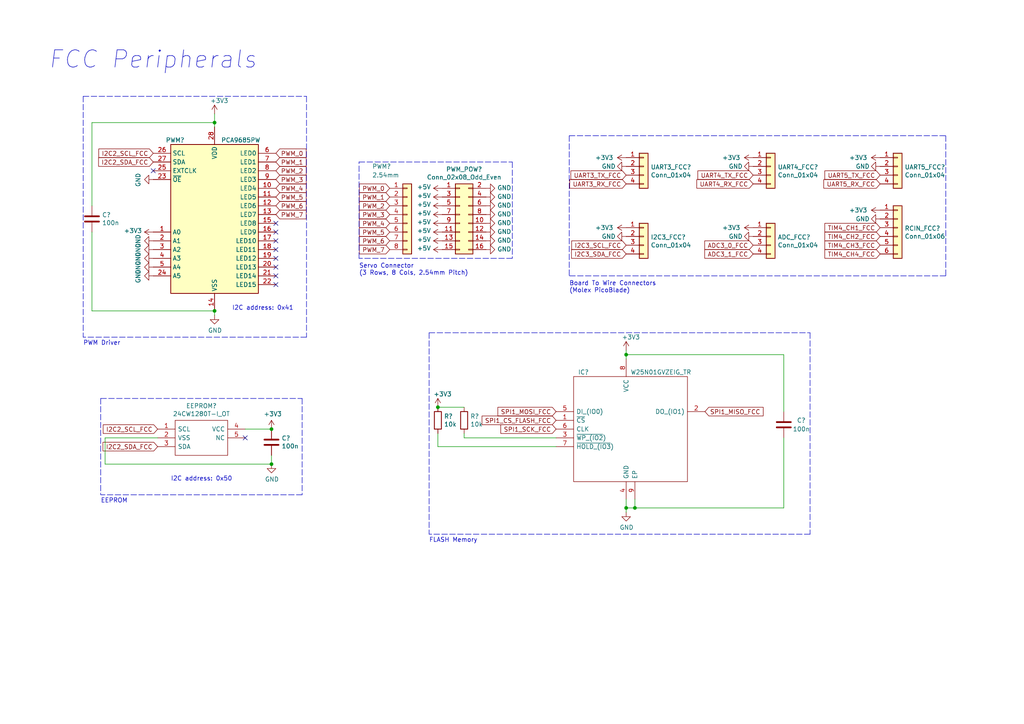
<source format=kicad_sch>
(kicad_sch
	(version 20231120)
	(generator "eeschema")
	(generator_version "8.0")
	(uuid "ee9380de-68f2-4eed-9922-718d8b794e42")
	(paper "A4")
	(title_block
		(title "FCC Peripherals")
		(date "2025-02-04")
		(rev "0.1")
	)
	(lib_symbols
		(symbol "24CW1280T-I_OT:24CW1280T-I_OT"
			(pin_names
				(offset 0.762)
			)
			(exclude_from_sim no)
			(in_bom yes)
			(on_board yes)
			(property "Reference" "IC"
				(at 21.59 7.62 0)
				(effects
					(font
						(size 1.27 1.27)
					)
					(justify left)
				)
			)
			(property "Value" "24CW1280T-I_OT"
				(at 21.59 5.08 0)
				(effects
					(font
						(size 1.27 1.27)
					)
					(justify left)
				)
			)
			(property "Footprint" "SOT95P280X145-5N"
				(at 21.59 2.54 0)
				(effects
					(font
						(size 1.27 1.27)
					)
					(justify left)
					(hide yes)
				)
			)
			(property "Datasheet" "http://ww1.microchip.com/downloads/en/DeviceDoc/24CW16X-24CW32X-24CW64X-24CW128X-Data-Sheet-20005772B.pdf"
				(at 21.59 0 0)
				(effects
					(font
						(size 1.27 1.27)
					)
					(justify left)
					(hide yes)
				)
			)
			(property "Description" "MICROCHIP - 24CW1280T-I/OT - EEPROM, 128KBIT, -40 TO 85DEG C"
				(at 0 0 0)
				(effects
					(font
						(size 1.27 1.27)
					)
					(hide yes)
				)
			)
			(property "Description_1" "MICROCHIP - 24CW1280T-I/OT - EEPROM, 128KBIT, -40 TO 85DEG C"
				(at 21.59 -2.54 0)
				(effects
					(font
						(size 1.27 1.27)
					)
					(justify left)
					(hide yes)
				)
			)
			(property "Height" "1.45"
				(at 21.59 -5.08 0)
				(effects
					(font
						(size 1.27 1.27)
					)
					(justify left)
					(hide yes)
				)
			)
			(property "Manufacturer_Name" "Microchip"
				(at 21.59 -7.62 0)
				(effects
					(font
						(size 1.27 1.27)
					)
					(justify left)
					(hide yes)
				)
			)
			(property "Manufacturer_Part_Number" "24CW1280T-I/OT"
				(at 21.59 -10.16 0)
				(effects
					(font
						(size 1.27 1.27)
					)
					(justify left)
					(hide yes)
				)
			)
			(property "Mouser Part Number" "579-24CW1280T-I/OT"
				(at 21.59 -12.7 0)
				(effects
					(font
						(size 1.27 1.27)
					)
					(justify left)
					(hide yes)
				)
			)
			(property "Mouser Price/Stock" "https://www.mouser.com/Search/Refine.aspx?Keyword=579-24CW1280T-I%2FOT"
				(at 21.59 -15.24 0)
				(effects
					(font
						(size 1.27 1.27)
					)
					(justify left)
					(hide yes)
				)
			)
			(property "RS Part Number" "1871851"
				(at 21.59 -17.78 0)
				(effects
					(font
						(size 1.27 1.27)
					)
					(justify left)
					(hide yes)
				)
			)
			(property "RS Price/Stock" "http://uk.rs-online.com/web/p/products/1871851"
				(at 21.59 -20.32 0)
				(effects
					(font
						(size 1.27 1.27)
					)
					(justify left)
					(hide yes)
				)
			)
			(symbol "24CW1280T-I_OT_0_0"
				(pin bidirectional line
					(at 0 0 0)
					(length 5.08)
					(name "SCL"
						(effects
							(font
								(size 1.27 1.27)
							)
						)
					)
					(number "1"
						(effects
							(font
								(size 1.27 1.27)
							)
						)
					)
				)
				(pin bidirectional line
					(at 0 -2.54 0)
					(length 5.08)
					(name "VSS"
						(effects
							(font
								(size 1.27 1.27)
							)
						)
					)
					(number "2"
						(effects
							(font
								(size 1.27 1.27)
							)
						)
					)
				)
				(pin bidirectional line
					(at 0 -5.08 0)
					(length 5.08)
					(name "SDA"
						(effects
							(font
								(size 1.27 1.27)
							)
						)
					)
					(number "3"
						(effects
							(font
								(size 1.27 1.27)
							)
						)
					)
				)
				(pin bidirectional line
					(at 25.4 0 180)
					(length 5.08)
					(name "VCC"
						(effects
							(font
								(size 1.27 1.27)
							)
						)
					)
					(number "4"
						(effects
							(font
								(size 1.27 1.27)
							)
						)
					)
				)
				(pin bidirectional line
					(at 25.4 -2.54 180)
					(length 5.08)
					(name "NC"
						(effects
							(font
								(size 1.27 1.27)
							)
						)
					)
					(number "5"
						(effects
							(font
								(size 1.27 1.27)
							)
						)
					)
				)
			)
			(symbol "24CW1280T-I_OT_0_1"
				(polyline
					(pts
						(xy 5.08 2.54) (xy 20.32 2.54) (xy 20.32 -7.62) (xy 5.08 -7.62) (xy 5.08 2.54)
					)
					(stroke
						(width 0.1524)
						(type solid)
					)
					(fill
						(type none)
					)
				)
			)
		)
		(symbol "Connector_Generic:Conn_01x04"
			(pin_names
				(offset 1.016) hide)
			(exclude_from_sim no)
			(in_bom yes)
			(on_board yes)
			(property "Reference" "J"
				(at 0 5.08 0)
				(effects
					(font
						(size 1.27 1.27)
					)
				)
			)
			(property "Value" "Conn_01x04"
				(at 0 -7.62 0)
				(effects
					(font
						(size 1.27 1.27)
					)
				)
			)
			(property "Footprint" ""
				(at 0 0 0)
				(effects
					(font
						(size 1.27 1.27)
					)
					(hide yes)
				)
			)
			(property "Datasheet" "~"
				(at 0 0 0)
				(effects
					(font
						(size 1.27 1.27)
					)
					(hide yes)
				)
			)
			(property "Description" "Generic connector, single row, 01x04, script generated (kicad-library-utils/schlib/autogen/connector/)"
				(at 0 0 0)
				(effects
					(font
						(size 1.27 1.27)
					)
					(hide yes)
				)
			)
			(property "ki_keywords" "connector"
				(at 0 0 0)
				(effects
					(font
						(size 1.27 1.27)
					)
					(hide yes)
				)
			)
			(property "ki_fp_filters" "Connector*:*_1x??_*"
				(at 0 0 0)
				(effects
					(font
						(size 1.27 1.27)
					)
					(hide yes)
				)
			)
			(symbol "Conn_01x04_1_1"
				(rectangle
					(start -1.27 -4.953)
					(end 0 -5.207)
					(stroke
						(width 0.1524)
						(type default)
					)
					(fill
						(type none)
					)
				)
				(rectangle
					(start -1.27 -2.413)
					(end 0 -2.667)
					(stroke
						(width 0.1524)
						(type default)
					)
					(fill
						(type none)
					)
				)
				(rectangle
					(start -1.27 0.127)
					(end 0 -0.127)
					(stroke
						(width 0.1524)
						(type default)
					)
					(fill
						(type none)
					)
				)
				(rectangle
					(start -1.27 2.667)
					(end 0 2.413)
					(stroke
						(width 0.1524)
						(type default)
					)
					(fill
						(type none)
					)
				)
				(rectangle
					(start -1.27 3.81)
					(end 1.27 -6.35)
					(stroke
						(width 0.254)
						(type default)
					)
					(fill
						(type background)
					)
				)
				(pin passive line
					(at -5.08 2.54 0)
					(length 3.81)
					(name "Pin_1"
						(effects
							(font
								(size 1.27 1.27)
							)
						)
					)
					(number "1"
						(effects
							(font
								(size 1.27 1.27)
							)
						)
					)
				)
				(pin passive line
					(at -5.08 0 0)
					(length 3.81)
					(name "Pin_2"
						(effects
							(font
								(size 1.27 1.27)
							)
						)
					)
					(number "2"
						(effects
							(font
								(size 1.27 1.27)
							)
						)
					)
				)
				(pin passive line
					(at -5.08 -2.54 0)
					(length 3.81)
					(name "Pin_3"
						(effects
							(font
								(size 1.27 1.27)
							)
						)
					)
					(number "3"
						(effects
							(font
								(size 1.27 1.27)
							)
						)
					)
				)
				(pin passive line
					(at -5.08 -5.08 0)
					(length 3.81)
					(name "Pin_4"
						(effects
							(font
								(size 1.27 1.27)
							)
						)
					)
					(number "4"
						(effects
							(font
								(size 1.27 1.27)
							)
						)
					)
				)
			)
		)
		(symbol "Connector_Generic:Conn_01x06"
			(pin_names
				(offset 1.016) hide)
			(exclude_from_sim no)
			(in_bom yes)
			(on_board yes)
			(property "Reference" "J"
				(at 0 7.62 0)
				(effects
					(font
						(size 1.27 1.27)
					)
				)
			)
			(property "Value" "Conn_01x06"
				(at 0 -10.16 0)
				(effects
					(font
						(size 1.27 1.27)
					)
				)
			)
			(property "Footprint" ""
				(at 0 0 0)
				(effects
					(font
						(size 1.27 1.27)
					)
					(hide yes)
				)
			)
			(property "Datasheet" "~"
				(at 0 0 0)
				(effects
					(font
						(size 1.27 1.27)
					)
					(hide yes)
				)
			)
			(property "Description" "Generic connector, single row, 01x06, script generated (kicad-library-utils/schlib/autogen/connector/)"
				(at 0 0 0)
				(effects
					(font
						(size 1.27 1.27)
					)
					(hide yes)
				)
			)
			(property "ki_keywords" "connector"
				(at 0 0 0)
				(effects
					(font
						(size 1.27 1.27)
					)
					(hide yes)
				)
			)
			(property "ki_fp_filters" "Connector*:*_1x??_*"
				(at 0 0 0)
				(effects
					(font
						(size 1.27 1.27)
					)
					(hide yes)
				)
			)
			(symbol "Conn_01x06_1_1"
				(rectangle
					(start -1.27 -7.493)
					(end 0 -7.747)
					(stroke
						(width 0.1524)
						(type default)
					)
					(fill
						(type none)
					)
				)
				(rectangle
					(start -1.27 -4.953)
					(end 0 -5.207)
					(stroke
						(width 0.1524)
						(type default)
					)
					(fill
						(type none)
					)
				)
				(rectangle
					(start -1.27 -2.413)
					(end 0 -2.667)
					(stroke
						(width 0.1524)
						(type default)
					)
					(fill
						(type none)
					)
				)
				(rectangle
					(start -1.27 0.127)
					(end 0 -0.127)
					(stroke
						(width 0.1524)
						(type default)
					)
					(fill
						(type none)
					)
				)
				(rectangle
					(start -1.27 2.667)
					(end 0 2.413)
					(stroke
						(width 0.1524)
						(type default)
					)
					(fill
						(type none)
					)
				)
				(rectangle
					(start -1.27 5.207)
					(end 0 4.953)
					(stroke
						(width 0.1524)
						(type default)
					)
					(fill
						(type none)
					)
				)
				(rectangle
					(start -1.27 6.35)
					(end 1.27 -8.89)
					(stroke
						(width 0.254)
						(type default)
					)
					(fill
						(type background)
					)
				)
				(pin passive line
					(at -5.08 5.08 0)
					(length 3.81)
					(name "Pin_1"
						(effects
							(font
								(size 1.27 1.27)
							)
						)
					)
					(number "1"
						(effects
							(font
								(size 1.27 1.27)
							)
						)
					)
				)
				(pin passive line
					(at -5.08 2.54 0)
					(length 3.81)
					(name "Pin_2"
						(effects
							(font
								(size 1.27 1.27)
							)
						)
					)
					(number "2"
						(effects
							(font
								(size 1.27 1.27)
							)
						)
					)
				)
				(pin passive line
					(at -5.08 0 0)
					(length 3.81)
					(name "Pin_3"
						(effects
							(font
								(size 1.27 1.27)
							)
						)
					)
					(number "3"
						(effects
							(font
								(size 1.27 1.27)
							)
						)
					)
				)
				(pin passive line
					(at -5.08 -2.54 0)
					(length 3.81)
					(name "Pin_4"
						(effects
							(font
								(size 1.27 1.27)
							)
						)
					)
					(number "4"
						(effects
							(font
								(size 1.27 1.27)
							)
						)
					)
				)
				(pin passive line
					(at -5.08 -5.08 0)
					(length 3.81)
					(name "Pin_5"
						(effects
							(font
								(size 1.27 1.27)
							)
						)
					)
					(number "5"
						(effects
							(font
								(size 1.27 1.27)
							)
						)
					)
				)
				(pin passive line
					(at -5.08 -7.62 0)
					(length 3.81)
					(name "Pin_6"
						(effects
							(font
								(size 1.27 1.27)
							)
						)
					)
					(number "6"
						(effects
							(font
								(size 1.27 1.27)
							)
						)
					)
				)
			)
		)
		(symbol "Connector_Generic:Conn_01x08"
			(pin_names
				(offset 1.016) hide)
			(exclude_from_sim no)
			(in_bom yes)
			(on_board yes)
			(property "Reference" "J"
				(at 0 10.16 0)
				(effects
					(font
						(size 1.27 1.27)
					)
				)
			)
			(property "Value" "Conn_01x08"
				(at 0 -12.7 0)
				(effects
					(font
						(size 1.27 1.27)
					)
				)
			)
			(property "Footprint" ""
				(at 0 0 0)
				(effects
					(font
						(size 1.27 1.27)
					)
					(hide yes)
				)
			)
			(property "Datasheet" "~"
				(at 0 0 0)
				(effects
					(font
						(size 1.27 1.27)
					)
					(hide yes)
				)
			)
			(property "Description" "Generic connector, single row, 01x08, script generated (kicad-library-utils/schlib/autogen/connector/)"
				(at 0 0 0)
				(effects
					(font
						(size 1.27 1.27)
					)
					(hide yes)
				)
			)
			(property "ki_keywords" "connector"
				(at 0 0 0)
				(effects
					(font
						(size 1.27 1.27)
					)
					(hide yes)
				)
			)
			(property "ki_fp_filters" "Connector*:*_1x??_*"
				(at 0 0 0)
				(effects
					(font
						(size 1.27 1.27)
					)
					(hide yes)
				)
			)
			(symbol "Conn_01x08_1_1"
				(rectangle
					(start -1.27 -10.033)
					(end 0 -10.287)
					(stroke
						(width 0.1524)
						(type default)
					)
					(fill
						(type none)
					)
				)
				(rectangle
					(start -1.27 -7.493)
					(end 0 -7.747)
					(stroke
						(width 0.1524)
						(type default)
					)
					(fill
						(type none)
					)
				)
				(rectangle
					(start -1.27 -4.953)
					(end 0 -5.207)
					(stroke
						(width 0.1524)
						(type default)
					)
					(fill
						(type none)
					)
				)
				(rectangle
					(start -1.27 -2.413)
					(end 0 -2.667)
					(stroke
						(width 0.1524)
						(type default)
					)
					(fill
						(type none)
					)
				)
				(rectangle
					(start -1.27 0.127)
					(end 0 -0.127)
					(stroke
						(width 0.1524)
						(type default)
					)
					(fill
						(type none)
					)
				)
				(rectangle
					(start -1.27 2.667)
					(end 0 2.413)
					(stroke
						(width 0.1524)
						(type default)
					)
					(fill
						(type none)
					)
				)
				(rectangle
					(start -1.27 5.207)
					(end 0 4.953)
					(stroke
						(width 0.1524)
						(type default)
					)
					(fill
						(type none)
					)
				)
				(rectangle
					(start -1.27 7.747)
					(end 0 7.493)
					(stroke
						(width 0.1524)
						(type default)
					)
					(fill
						(type none)
					)
				)
				(rectangle
					(start -1.27 8.89)
					(end 1.27 -11.43)
					(stroke
						(width 0.254)
						(type default)
					)
					(fill
						(type background)
					)
				)
				(pin passive line
					(at -5.08 7.62 0)
					(length 3.81)
					(name "Pin_1"
						(effects
							(font
								(size 1.27 1.27)
							)
						)
					)
					(number "1"
						(effects
							(font
								(size 1.27 1.27)
							)
						)
					)
				)
				(pin passive line
					(at -5.08 5.08 0)
					(length 3.81)
					(name "Pin_2"
						(effects
							(font
								(size 1.27 1.27)
							)
						)
					)
					(number "2"
						(effects
							(font
								(size 1.27 1.27)
							)
						)
					)
				)
				(pin passive line
					(at -5.08 2.54 0)
					(length 3.81)
					(name "Pin_3"
						(effects
							(font
								(size 1.27 1.27)
							)
						)
					)
					(number "3"
						(effects
							(font
								(size 1.27 1.27)
							)
						)
					)
				)
				(pin passive line
					(at -5.08 0 0)
					(length 3.81)
					(name "Pin_4"
						(effects
							(font
								(size 1.27 1.27)
							)
						)
					)
					(number "4"
						(effects
							(font
								(size 1.27 1.27)
							)
						)
					)
				)
				(pin passive line
					(at -5.08 -2.54 0)
					(length 3.81)
					(name "Pin_5"
						(effects
							(font
								(size 1.27 1.27)
							)
						)
					)
					(number "5"
						(effects
							(font
								(size 1.27 1.27)
							)
						)
					)
				)
				(pin passive line
					(at -5.08 -5.08 0)
					(length 3.81)
					(name "Pin_6"
						(effects
							(font
								(size 1.27 1.27)
							)
						)
					)
					(number "6"
						(effects
							(font
								(size 1.27 1.27)
							)
						)
					)
				)
				(pin passive line
					(at -5.08 -7.62 0)
					(length 3.81)
					(name "Pin_7"
						(effects
							(font
								(size 1.27 1.27)
							)
						)
					)
					(number "7"
						(effects
							(font
								(size 1.27 1.27)
							)
						)
					)
				)
				(pin passive line
					(at -5.08 -10.16 0)
					(length 3.81)
					(name "Pin_8"
						(effects
							(font
								(size 1.27 1.27)
							)
						)
					)
					(number "8"
						(effects
							(font
								(size 1.27 1.27)
							)
						)
					)
				)
			)
		)
		(symbol "Connector_Generic:Conn_02x08_Odd_Even"
			(pin_names
				(offset 1.016) hide)
			(exclude_from_sim no)
			(in_bom yes)
			(on_board yes)
			(property "Reference" "J"
				(at 1.27 10.16 0)
				(effects
					(font
						(size 1.27 1.27)
					)
				)
			)
			(property "Value" "Conn_02x08_Odd_Even"
				(at 1.27 -12.7 0)
				(effects
					(font
						(size 1.27 1.27)
					)
				)
			)
			(property "Footprint" ""
				(at 0 0 0)
				(effects
					(font
						(size 1.27 1.27)
					)
					(hide yes)
				)
			)
			(property "Datasheet" "~"
				(at 0 0 0)
				(effects
					(font
						(size 1.27 1.27)
					)
					(hide yes)
				)
			)
			(property "Description" "Generic connector, double row, 02x08, odd/even pin numbering scheme (row 1 odd numbers, row 2 even numbers), script generated (kicad-library-utils/schlib/autogen/connector/)"
				(at 0 0 0)
				(effects
					(font
						(size 1.27 1.27)
					)
					(hide yes)
				)
			)
			(property "ki_keywords" "connector"
				(at 0 0 0)
				(effects
					(font
						(size 1.27 1.27)
					)
					(hide yes)
				)
			)
			(property "ki_fp_filters" "Connector*:*_2x??_*"
				(at 0 0 0)
				(effects
					(font
						(size 1.27 1.27)
					)
					(hide yes)
				)
			)
			(symbol "Conn_02x08_Odd_Even_1_1"
				(rectangle
					(start -1.27 -10.033)
					(end 0 -10.287)
					(stroke
						(width 0.1524)
						(type default)
					)
					(fill
						(type none)
					)
				)
				(rectangle
					(start -1.27 -7.493)
					(end 0 -7.747)
					(stroke
						(width 0.1524)
						(type default)
					)
					(fill
						(type none)
					)
				)
				(rectangle
					(start -1.27 -4.953)
					(end 0 -5.207)
					(stroke
						(width 0.1524)
						(type default)
					)
					(fill
						(type none)
					)
				)
				(rectangle
					(start -1.27 -2.413)
					(end 0 -2.667)
					(stroke
						(width 0.1524)
						(type default)
					)
					(fill
						(type none)
					)
				)
				(rectangle
					(start -1.27 0.127)
					(end 0 -0.127)
					(stroke
						(width 0.1524)
						(type default)
					)
					(fill
						(type none)
					)
				)
				(rectangle
					(start -1.27 2.667)
					(end 0 2.413)
					(stroke
						(width 0.1524)
						(type default)
					)
					(fill
						(type none)
					)
				)
				(rectangle
					(start -1.27 5.207)
					(end 0 4.953)
					(stroke
						(width 0.1524)
						(type default)
					)
					(fill
						(type none)
					)
				)
				(rectangle
					(start -1.27 7.747)
					(end 0 7.493)
					(stroke
						(width 0.1524)
						(type default)
					)
					(fill
						(type none)
					)
				)
				(rectangle
					(start -1.27 8.89)
					(end 3.81 -11.43)
					(stroke
						(width 0.254)
						(type default)
					)
					(fill
						(type background)
					)
				)
				(rectangle
					(start 3.81 -10.033)
					(end 2.54 -10.287)
					(stroke
						(width 0.1524)
						(type default)
					)
					(fill
						(type none)
					)
				)
				(rectangle
					(start 3.81 -7.493)
					(end 2.54 -7.747)
					(stroke
						(width 0.1524)
						(type default)
					)
					(fill
						(type none)
					)
				)
				(rectangle
					(start 3.81 -4.953)
					(end 2.54 -5.207)
					(stroke
						(width 0.1524)
						(type default)
					)
					(fill
						(type none)
					)
				)
				(rectangle
					(start 3.81 -2.413)
					(end 2.54 -2.667)
					(stroke
						(width 0.1524)
						(type default)
					)
					(fill
						(type none)
					)
				)
				(rectangle
					(start 3.81 0.127)
					(end 2.54 -0.127)
					(stroke
						(width 0.1524)
						(type default)
					)
					(fill
						(type none)
					)
				)
				(rectangle
					(start 3.81 2.667)
					(end 2.54 2.413)
					(stroke
						(width 0.1524)
						(type default)
					)
					(fill
						(type none)
					)
				)
				(rectangle
					(start 3.81 5.207)
					(end 2.54 4.953)
					(stroke
						(width 0.1524)
						(type default)
					)
					(fill
						(type none)
					)
				)
				(rectangle
					(start 3.81 7.747)
					(end 2.54 7.493)
					(stroke
						(width 0.1524)
						(type default)
					)
					(fill
						(type none)
					)
				)
				(pin passive line
					(at -5.08 7.62 0)
					(length 3.81)
					(name "Pin_1"
						(effects
							(font
								(size 1.27 1.27)
							)
						)
					)
					(number "1"
						(effects
							(font
								(size 1.27 1.27)
							)
						)
					)
				)
				(pin passive line
					(at 7.62 -2.54 180)
					(length 3.81)
					(name "Pin_10"
						(effects
							(font
								(size 1.27 1.27)
							)
						)
					)
					(number "10"
						(effects
							(font
								(size 1.27 1.27)
							)
						)
					)
				)
				(pin passive line
					(at -5.08 -5.08 0)
					(length 3.81)
					(name "Pin_11"
						(effects
							(font
								(size 1.27 1.27)
							)
						)
					)
					(number "11"
						(effects
							(font
								(size 1.27 1.27)
							)
						)
					)
				)
				(pin passive line
					(at 7.62 -5.08 180)
					(length 3.81)
					(name "Pin_12"
						(effects
							(font
								(size 1.27 1.27)
							)
						)
					)
					(number "12"
						(effects
							(font
								(size 1.27 1.27)
							)
						)
					)
				)
				(pin passive line
					(at -5.08 -7.62 0)
					(length 3.81)
					(name "Pin_13"
						(effects
							(font
								(size 1.27 1.27)
							)
						)
					)
					(number "13"
						(effects
							(font
								(size 1.27 1.27)
							)
						)
					)
				)
				(pin passive line
					(at 7.62 -7.62 180)
					(length 3.81)
					(name "Pin_14"
						(effects
							(font
								(size 1.27 1.27)
							)
						)
					)
					(number "14"
						(effects
							(font
								(size 1.27 1.27)
							)
						)
					)
				)
				(pin passive line
					(at -5.08 -10.16 0)
					(length 3.81)
					(name "Pin_15"
						(effects
							(font
								(size 1.27 1.27)
							)
						)
					)
					(number "15"
						(effects
							(font
								(size 1.27 1.27)
							)
						)
					)
				)
				(pin passive line
					(at 7.62 -10.16 180)
					(length 3.81)
					(name "Pin_16"
						(effects
							(font
								(size 1.27 1.27)
							)
						)
					)
					(number "16"
						(effects
							(font
								(size 1.27 1.27)
							)
						)
					)
				)
				(pin passive line
					(at 7.62 7.62 180)
					(length 3.81)
					(name "Pin_2"
						(effects
							(font
								(size 1.27 1.27)
							)
						)
					)
					(number "2"
						(effects
							(font
								(size 1.27 1.27)
							)
						)
					)
				)
				(pin passive line
					(at -5.08 5.08 0)
					(length 3.81)
					(name "Pin_3"
						(effects
							(font
								(size 1.27 1.27)
							)
						)
					)
					(number "3"
						(effects
							(font
								(size 1.27 1.27)
							)
						)
					)
				)
				(pin passive line
					(at 7.62 5.08 180)
					(length 3.81)
					(name "Pin_4"
						(effects
							(font
								(size 1.27 1.27)
							)
						)
					)
					(number "4"
						(effects
							(font
								(size 1.27 1.27)
							)
						)
					)
				)
				(pin passive line
					(at -5.08 2.54 0)
					(length 3.81)
					(name "Pin_5"
						(effects
							(font
								(size 1.27 1.27)
							)
						)
					)
					(number "5"
						(effects
							(font
								(size 1.27 1.27)
							)
						)
					)
				)
				(pin passive line
					(at 7.62 2.54 180)
					(length 3.81)
					(name "Pin_6"
						(effects
							(font
								(size 1.27 1.27)
							)
						)
					)
					(number "6"
						(effects
							(font
								(size 1.27 1.27)
							)
						)
					)
				)
				(pin passive line
					(at -5.08 0 0)
					(length 3.81)
					(name "Pin_7"
						(effects
							(font
								(size 1.27 1.27)
							)
						)
					)
					(number "7"
						(effects
							(font
								(size 1.27 1.27)
							)
						)
					)
				)
				(pin passive line
					(at 7.62 0 180)
					(length 3.81)
					(name "Pin_8"
						(effects
							(font
								(size 1.27 1.27)
							)
						)
					)
					(number "8"
						(effects
							(font
								(size 1.27 1.27)
							)
						)
					)
				)
				(pin passive line
					(at -5.08 -2.54 0)
					(length 3.81)
					(name "Pin_9"
						(effects
							(font
								(size 1.27 1.27)
							)
						)
					)
					(number "9"
						(effects
							(font
								(size 1.27 1.27)
							)
						)
					)
				)
			)
		)
		(symbol "Device:C"
			(pin_numbers hide)
			(pin_names
				(offset 0.254)
			)
			(exclude_from_sim no)
			(in_bom yes)
			(on_board yes)
			(property "Reference" "C"
				(at 0.635 2.54 0)
				(effects
					(font
						(size 1.27 1.27)
					)
					(justify left)
				)
			)
			(property "Value" "C"
				(at 0.635 -2.54 0)
				(effects
					(font
						(size 1.27 1.27)
					)
					(justify left)
				)
			)
			(property "Footprint" ""
				(at 0.9652 -3.81 0)
				(effects
					(font
						(size 1.27 1.27)
					)
					(hide yes)
				)
			)
			(property "Datasheet" "~"
				(at 0 0 0)
				(effects
					(font
						(size 1.27 1.27)
					)
					(hide yes)
				)
			)
			(property "Description" "Unpolarized capacitor"
				(at 0 0 0)
				(effects
					(font
						(size 1.27 1.27)
					)
					(hide yes)
				)
			)
			(property "ki_keywords" "cap capacitor"
				(at 0 0 0)
				(effects
					(font
						(size 1.27 1.27)
					)
					(hide yes)
				)
			)
			(property "ki_fp_filters" "C_*"
				(at 0 0 0)
				(effects
					(font
						(size 1.27 1.27)
					)
					(hide yes)
				)
			)
			(symbol "C_0_1"
				(polyline
					(pts
						(xy -2.032 -0.762) (xy 2.032 -0.762)
					)
					(stroke
						(width 0.508)
						(type default)
					)
					(fill
						(type none)
					)
				)
				(polyline
					(pts
						(xy -2.032 0.762) (xy 2.032 0.762)
					)
					(stroke
						(width 0.508)
						(type default)
					)
					(fill
						(type none)
					)
				)
			)
			(symbol "C_1_1"
				(pin passive line
					(at 0 3.81 270)
					(length 2.794)
					(name "~"
						(effects
							(font
								(size 1.27 1.27)
							)
						)
					)
					(number "1"
						(effects
							(font
								(size 1.27 1.27)
							)
						)
					)
				)
				(pin passive line
					(at 0 -3.81 90)
					(length 2.794)
					(name "~"
						(effects
							(font
								(size 1.27 1.27)
							)
						)
					)
					(number "2"
						(effects
							(font
								(size 1.27 1.27)
							)
						)
					)
				)
			)
		)
		(symbol "Device:R"
			(pin_numbers hide)
			(pin_names
				(offset 0)
			)
			(exclude_from_sim no)
			(in_bom yes)
			(on_board yes)
			(property "Reference" "R"
				(at 2.032 0 90)
				(effects
					(font
						(size 1.27 1.27)
					)
				)
			)
			(property "Value" "R"
				(at 0 0 90)
				(effects
					(font
						(size 1.27 1.27)
					)
				)
			)
			(property "Footprint" ""
				(at -1.778 0 90)
				(effects
					(font
						(size 1.27 1.27)
					)
					(hide yes)
				)
			)
			(property "Datasheet" "~"
				(at 0 0 0)
				(effects
					(font
						(size 1.27 1.27)
					)
					(hide yes)
				)
			)
			(property "Description" "Resistor"
				(at 0 0 0)
				(effects
					(font
						(size 1.27 1.27)
					)
					(hide yes)
				)
			)
			(property "ki_keywords" "R res resistor"
				(at 0 0 0)
				(effects
					(font
						(size 1.27 1.27)
					)
					(hide yes)
				)
			)
			(property "ki_fp_filters" "R_*"
				(at 0 0 0)
				(effects
					(font
						(size 1.27 1.27)
					)
					(hide yes)
				)
			)
			(symbol "R_0_1"
				(rectangle
					(start -1.016 -2.54)
					(end 1.016 2.54)
					(stroke
						(width 0.254)
						(type default)
					)
					(fill
						(type none)
					)
				)
			)
			(symbol "R_1_1"
				(pin passive line
					(at 0 3.81 270)
					(length 1.27)
					(name "~"
						(effects
							(font
								(size 1.27 1.27)
							)
						)
					)
					(number "1"
						(effects
							(font
								(size 1.27 1.27)
							)
						)
					)
				)
				(pin passive line
					(at 0 -3.81 90)
					(length 1.27)
					(name "~"
						(effects
							(font
								(size 1.27 1.27)
							)
						)
					)
					(number "2"
						(effects
							(font
								(size 1.27 1.27)
							)
						)
					)
				)
			)
		)
		(symbol "Driver_LED:PCA9685PW"
			(exclude_from_sim no)
			(in_bom yes)
			(on_board yes)
			(property "Reference" "U"
				(at -12.7 22.225 0)
				(effects
					(font
						(size 1.27 1.27)
					)
					(justify left)
				)
			)
			(property "Value" "PCA9685PW"
				(at 1.27 22.225 0)
				(effects
					(font
						(size 1.27 1.27)
					)
					(justify left)
				)
			)
			(property "Footprint" "Package_SO:TSSOP-28_4.4x9.7mm_P0.65mm"
				(at 0.635 -24.765 0)
				(effects
					(font
						(size 1.27 1.27)
					)
					(justify left)
					(hide yes)
				)
			)
			(property "Datasheet" "http://www.nxp.com/docs/en/data-sheet/PCA9685.pdf"
				(at -10.16 17.78 0)
				(effects
					(font
						(size 1.27 1.27)
					)
					(hide yes)
				)
			)
			(property "Description" "16-channel 12-bit PWM Fm+ I2C-bus LED controller RGBA TSSOP"
				(at 0 0 0)
				(effects
					(font
						(size 1.27 1.27)
					)
					(hide yes)
				)
			)
			(property "ki_keywords" "PWM LED driver I2C TSSOP"
				(at 0 0 0)
				(effects
					(font
						(size 1.27 1.27)
					)
					(hide yes)
				)
			)
			(property "ki_fp_filters" "TSSOP*4.4x9.7mm*P0.65mm*"
				(at 0 0 0)
				(effects
					(font
						(size 1.27 1.27)
					)
					(hide yes)
				)
			)
			(symbol "PCA9685PW_0_1"
				(rectangle
					(start -12.7 20.32)
					(end 12.7 -22.86)
					(stroke
						(width 0.254)
						(type default)
					)
					(fill
						(type background)
					)
				)
			)
			(symbol "PCA9685PW_1_1"
				(pin input line
					(at -17.78 -5.08 0)
					(length 5.08)
					(name "A0"
						(effects
							(font
								(size 1.27 1.27)
							)
						)
					)
					(number "1"
						(effects
							(font
								(size 1.27 1.27)
							)
						)
					)
				)
				(pin output line
					(at 17.78 7.62 180)
					(length 5.08)
					(name "LED4"
						(effects
							(font
								(size 1.27 1.27)
							)
						)
					)
					(number "10"
						(effects
							(font
								(size 1.27 1.27)
							)
						)
					)
				)
				(pin output line
					(at 17.78 5.08 180)
					(length 5.08)
					(name "LED5"
						(effects
							(font
								(size 1.27 1.27)
							)
						)
					)
					(number "11"
						(effects
							(font
								(size 1.27 1.27)
							)
						)
					)
				)
				(pin output line
					(at 17.78 2.54 180)
					(length 5.08)
					(name "LED6"
						(effects
							(font
								(size 1.27 1.27)
							)
						)
					)
					(number "12"
						(effects
							(font
								(size 1.27 1.27)
							)
						)
					)
				)
				(pin output line
					(at 17.78 0 180)
					(length 5.08)
					(name "LED7"
						(effects
							(font
								(size 1.27 1.27)
							)
						)
					)
					(number "13"
						(effects
							(font
								(size 1.27 1.27)
							)
						)
					)
				)
				(pin power_in line
					(at 0 -27.94 90)
					(length 5.08)
					(name "VSS"
						(effects
							(font
								(size 1.27 1.27)
							)
						)
					)
					(number "14"
						(effects
							(font
								(size 1.27 1.27)
							)
						)
					)
				)
				(pin output line
					(at 17.78 -2.54 180)
					(length 5.08)
					(name "LED8"
						(effects
							(font
								(size 1.27 1.27)
							)
						)
					)
					(number "15"
						(effects
							(font
								(size 1.27 1.27)
							)
						)
					)
				)
				(pin output line
					(at 17.78 -5.08 180)
					(length 5.08)
					(name "LED9"
						(effects
							(font
								(size 1.27 1.27)
							)
						)
					)
					(number "16"
						(effects
							(font
								(size 1.27 1.27)
							)
						)
					)
				)
				(pin output line
					(at 17.78 -7.62 180)
					(length 5.08)
					(name "LED10"
						(effects
							(font
								(size 1.27 1.27)
							)
						)
					)
					(number "17"
						(effects
							(font
								(size 1.27 1.27)
							)
						)
					)
				)
				(pin output line
					(at 17.78 -10.16 180)
					(length 5.08)
					(name "LED11"
						(effects
							(font
								(size 1.27 1.27)
							)
						)
					)
					(number "18"
						(effects
							(font
								(size 1.27 1.27)
							)
						)
					)
				)
				(pin output line
					(at 17.78 -12.7 180)
					(length 5.08)
					(name "LED12"
						(effects
							(font
								(size 1.27 1.27)
							)
						)
					)
					(number "19"
						(effects
							(font
								(size 1.27 1.27)
							)
						)
					)
				)
				(pin input line
					(at -17.78 -7.62 0)
					(length 5.08)
					(name "A1"
						(effects
							(font
								(size 1.27 1.27)
							)
						)
					)
					(number "2"
						(effects
							(font
								(size 1.27 1.27)
							)
						)
					)
				)
				(pin output line
					(at 17.78 -15.24 180)
					(length 5.08)
					(name "LED13"
						(effects
							(font
								(size 1.27 1.27)
							)
						)
					)
					(number "20"
						(effects
							(font
								(size 1.27 1.27)
							)
						)
					)
				)
				(pin output line
					(at 17.78 -17.78 180)
					(length 5.08)
					(name "LED14"
						(effects
							(font
								(size 1.27 1.27)
							)
						)
					)
					(number "21"
						(effects
							(font
								(size 1.27 1.27)
							)
						)
					)
				)
				(pin output line
					(at 17.78 -20.32 180)
					(length 5.08)
					(name "LED15"
						(effects
							(font
								(size 1.27 1.27)
							)
						)
					)
					(number "22"
						(effects
							(font
								(size 1.27 1.27)
							)
						)
					)
				)
				(pin input line
					(at -17.78 10.16 0)
					(length 5.08)
					(name "~{OE}"
						(effects
							(font
								(size 1.27 1.27)
							)
						)
					)
					(number "23"
						(effects
							(font
								(size 1.27 1.27)
							)
						)
					)
				)
				(pin input line
					(at -17.78 -17.78 0)
					(length 5.08)
					(name "A5"
						(effects
							(font
								(size 1.27 1.27)
							)
						)
					)
					(number "24"
						(effects
							(font
								(size 1.27 1.27)
							)
						)
					)
				)
				(pin input line
					(at -17.78 12.7 0)
					(length 5.08)
					(name "EXTCLK"
						(effects
							(font
								(size 1.27 1.27)
							)
						)
					)
					(number "25"
						(effects
							(font
								(size 1.27 1.27)
							)
						)
					)
				)
				(pin input line
					(at -17.78 17.78 0)
					(length 5.08)
					(name "SCL"
						(effects
							(font
								(size 1.27 1.27)
							)
						)
					)
					(number "26"
						(effects
							(font
								(size 1.27 1.27)
							)
						)
					)
				)
				(pin bidirectional line
					(at -17.78 15.24 0)
					(length 5.08)
					(name "SDA"
						(effects
							(font
								(size 1.27 1.27)
							)
						)
					)
					(number "27"
						(effects
							(font
								(size 1.27 1.27)
							)
						)
					)
				)
				(pin power_in line
					(at 0 25.4 270)
					(length 5.08)
					(name "VDD"
						(effects
							(font
								(size 1.27 1.27)
							)
						)
					)
					(number "28"
						(effects
							(font
								(size 1.27 1.27)
							)
						)
					)
				)
				(pin input line
					(at -17.78 -10.16 0)
					(length 5.08)
					(name "A2"
						(effects
							(font
								(size 1.27 1.27)
							)
						)
					)
					(number "3"
						(effects
							(font
								(size 1.27 1.27)
							)
						)
					)
				)
				(pin input line
					(at -17.78 -12.7 0)
					(length 5.08)
					(name "A3"
						(effects
							(font
								(size 1.27 1.27)
							)
						)
					)
					(number "4"
						(effects
							(font
								(size 1.27 1.27)
							)
						)
					)
				)
				(pin input line
					(at -17.78 -15.24 0)
					(length 5.08)
					(name "A4"
						(effects
							(font
								(size 1.27 1.27)
							)
						)
					)
					(number "5"
						(effects
							(font
								(size 1.27 1.27)
							)
						)
					)
				)
				(pin output line
					(at 17.78 17.78 180)
					(length 5.08)
					(name "LED0"
						(effects
							(font
								(size 1.27 1.27)
							)
						)
					)
					(number "6"
						(effects
							(font
								(size 1.27 1.27)
							)
						)
					)
				)
				(pin output line
					(at 17.78 15.24 180)
					(length 5.08)
					(name "LED1"
						(effects
							(font
								(size 1.27 1.27)
							)
						)
					)
					(number "7"
						(effects
							(font
								(size 1.27 1.27)
							)
						)
					)
				)
				(pin output line
					(at 17.78 12.7 180)
					(length 5.08)
					(name "LED2"
						(effects
							(font
								(size 1.27 1.27)
							)
						)
					)
					(number "8"
						(effects
							(font
								(size 1.27 1.27)
							)
						)
					)
				)
				(pin output line
					(at 17.78 10.16 180)
					(length 5.08)
					(name "LED3"
						(effects
							(font
								(size 1.27 1.27)
							)
						)
					)
					(number "9"
						(effects
							(font
								(size 1.27 1.27)
							)
						)
					)
				)
			)
		)
		(symbol "Hades-rescue:+3.3V-power"
			(power)
			(pin_names
				(offset 0)
			)
			(exclude_from_sim no)
			(in_bom yes)
			(on_board yes)
			(property "Reference" "#PWR"
				(at 0 -3.81 0)
				(effects
					(font
						(size 1.27 1.27)
					)
					(hide yes)
				)
			)
			(property "Value" "power:+3.3V"
				(at 0 3.556 0)
				(effects
					(font
						(size 1.27 1.27)
					)
				)
			)
			(property "Footprint" ""
				(at 0 0 0)
				(effects
					(font
						(size 1.27 1.27)
					)
					(hide yes)
				)
			)
			(property "Datasheet" ""
				(at 0 0 0)
				(effects
					(font
						(size 1.27 1.27)
					)
					(hide yes)
				)
			)
			(property "Description" ""
				(at 0 0 0)
				(effects
					(font
						(size 1.27 1.27)
					)
					(hide yes)
				)
			)
			(symbol "+3.3V-power_0_1"
				(polyline
					(pts
						(xy -0.762 1.27) (xy 0 2.54)
					)
					(stroke
						(width 0)
						(type solid)
					)
					(fill
						(type none)
					)
				)
				(polyline
					(pts
						(xy 0 0) (xy 0 2.54)
					)
					(stroke
						(width 0)
						(type solid)
					)
					(fill
						(type none)
					)
				)
				(polyline
					(pts
						(xy 0 2.54) (xy 0.762 1.27)
					)
					(stroke
						(width 0)
						(type solid)
					)
					(fill
						(type none)
					)
				)
			)
			(symbol "+3.3V-power_1_1"
				(pin power_in line
					(at 0 0 90)
					(length 0) hide
					(name "+3V3"
						(effects
							(font
								(size 1.27 1.27)
							)
						)
					)
					(number "1"
						(effects
							(font
								(size 1.27 1.27)
							)
						)
					)
				)
			)
		)
		(symbol "Hades-rescue:+3V3-power"
			(power)
			(pin_names
				(offset 0)
			)
			(exclude_from_sim no)
			(in_bom yes)
			(on_board yes)
			(property "Reference" "#PWR"
				(at 0 -3.81 0)
				(effects
					(font
						(size 1.27 1.27)
					)
					(hide yes)
				)
			)
			(property "Value" "power:+3V3"
				(at 0 3.556 0)
				(effects
					(font
						(size 1.27 1.27)
					)
				)
			)
			(property "Footprint" ""
				(at 0 0 0)
				(effects
					(font
						(size 1.27 1.27)
					)
					(hide yes)
				)
			)
			(property "Datasheet" ""
				(at 0 0 0)
				(effects
					(font
						(size 1.27 1.27)
					)
					(hide yes)
				)
			)
			(property "Description" ""
				(at 0 0 0)
				(effects
					(font
						(size 1.27 1.27)
					)
					(hide yes)
				)
			)
			(symbol "+3V3-power_0_1"
				(polyline
					(pts
						(xy -0.762 1.27) (xy 0 2.54)
					)
					(stroke
						(width 0)
						(type solid)
					)
					(fill
						(type none)
					)
				)
				(polyline
					(pts
						(xy 0 0) (xy 0 2.54)
					)
					(stroke
						(width 0)
						(type solid)
					)
					(fill
						(type none)
					)
				)
				(polyline
					(pts
						(xy 0 2.54) (xy 0.762 1.27)
					)
					(stroke
						(width 0)
						(type solid)
					)
					(fill
						(type none)
					)
				)
			)
			(symbol "+3V3-power_1_1"
				(pin power_in line
					(at 0 0 90)
					(length 0) hide
					(name "+3V3"
						(effects
							(font
								(size 1.27 1.27)
							)
						)
					)
					(number "1"
						(effects
							(font
								(size 1.27 1.27)
							)
						)
					)
				)
			)
		)
		(symbol "Hades-rescue:+5V-power"
			(power)
			(pin_names
				(offset 0)
			)
			(exclude_from_sim no)
			(in_bom yes)
			(on_board yes)
			(property "Reference" "#PWR"
				(at 0 -3.81 0)
				(effects
					(font
						(size 1.27 1.27)
					)
					(hide yes)
				)
			)
			(property "Value" "power:+5V"
				(at 0 3.556 0)
				(effects
					(font
						(size 1.27 1.27)
					)
				)
			)
			(property "Footprint" ""
				(at 0 0 0)
				(effects
					(font
						(size 1.27 1.27)
					)
					(hide yes)
				)
			)
			(property "Datasheet" ""
				(at 0 0 0)
				(effects
					(font
						(size 1.27 1.27)
					)
					(hide yes)
				)
			)
			(property "Description" ""
				(at 0 0 0)
				(effects
					(font
						(size 1.27 1.27)
					)
					(hide yes)
				)
			)
			(symbol "+5V-power_0_1"
				(polyline
					(pts
						(xy -0.762 1.27) (xy 0 2.54)
					)
					(stroke
						(width 0)
						(type solid)
					)
					(fill
						(type none)
					)
				)
				(polyline
					(pts
						(xy 0 0) (xy 0 2.54)
					)
					(stroke
						(width 0)
						(type solid)
					)
					(fill
						(type none)
					)
				)
				(polyline
					(pts
						(xy 0 2.54) (xy 0.762 1.27)
					)
					(stroke
						(width 0)
						(type solid)
					)
					(fill
						(type none)
					)
				)
			)
			(symbol "+5V-power_1_1"
				(pin power_in line
					(at 0 0 90)
					(length 0) hide
					(name "+5V"
						(effects
							(font
								(size 1.27 1.27)
							)
						)
					)
					(number "1"
						(effects
							(font
								(size 1.27 1.27)
							)
						)
					)
				)
			)
		)
		(symbol "Hades-rescue:GND-power"
			(power)
			(pin_names
				(offset 0)
			)
			(exclude_from_sim no)
			(in_bom yes)
			(on_board yes)
			(property "Reference" "#PWR"
				(at 0 -6.35 0)
				(effects
					(font
						(size 1.27 1.27)
					)
					(hide yes)
				)
			)
			(property "Value" "power:GND"
				(at 0 -3.81 0)
				(effects
					(font
						(size 1.27 1.27)
					)
				)
			)
			(property "Footprint" ""
				(at 0 0 0)
				(effects
					(font
						(size 1.27 1.27)
					)
					(hide yes)
				)
			)
			(property "Datasheet" ""
				(at 0 0 0)
				(effects
					(font
						(size 1.27 1.27)
					)
					(hide yes)
				)
			)
			(property "Description" ""
				(at 0 0 0)
				(effects
					(font
						(size 1.27 1.27)
					)
					(hide yes)
				)
			)
			(symbol "GND-power_0_1"
				(polyline
					(pts
						(xy 0 0) (xy 0 -1.27) (xy 1.27 -1.27) (xy 0 -2.54) (xy -1.27 -1.27) (xy 0 -1.27)
					)
					(stroke
						(width 0)
						(type solid)
					)
					(fill
						(type none)
					)
				)
			)
			(symbol "GND-power_1_1"
				(pin power_in line
					(at 0 0 270)
					(length 0) hide
					(name "GND"
						(effects
							(font
								(size 1.27 1.27)
							)
						)
					)
					(number "1"
						(effects
							(font
								(size 1.27 1.27)
							)
						)
					)
				)
			)
		)
		(symbol "W25N01GVZEIG_TR:W25N01GVZEIG_TR"
			(pin_names
				(offset 0.762)
			)
			(exclude_from_sim no)
			(in_bom yes)
			(on_board yes)
			(property "Reference" "IC"
				(at 39.37 15.24 0)
				(effects
					(font
						(size 1.27 1.27)
					)
					(justify left)
				)
			)
			(property "Value" "W25N01GVZEIG_TR"
				(at 39.37 12.7 0)
				(effects
					(font
						(size 1.27 1.27)
					)
					(justify left)
				)
			)
			(property "Footprint" "SON127P800X600X80-9N-D"
				(at 39.37 10.16 0)
				(effects
					(font
						(size 1.27 1.27)
					)
					(justify left)
					(hide yes)
				)
			)
			(property "Datasheet" "https://www.winbond.com/resource-files/w25n01gv revg 032116.pdf"
				(at 39.37 7.62 0)
				(effects
					(font
						(size 1.27 1.27)
					)
					(justify left)
					(hide yes)
				)
			)
			(property "Description" "IC FLASH 1GBIT 104MHZ 8WSON"
				(at 0 0 0)
				(effects
					(font
						(size 1.27 1.27)
					)
					(hide yes)
				)
			)
			(property "Description_1" "IC FLASH 1GBIT 104MHZ 8WSON"
				(at 39.37 5.08 0)
				(effects
					(font
						(size 1.27 1.27)
					)
					(justify left)
					(hide yes)
				)
			)
			(property "Height" "0.8"
				(at 39.37 2.54 0)
				(effects
					(font
						(size 1.27 1.27)
					)
					(justify left)
					(hide yes)
				)
			)
			(property "Manufacturer_Name" "Winbond"
				(at 39.37 0 0)
				(effects
					(font
						(size 1.27 1.27)
					)
					(justify left)
					(hide yes)
				)
			)
			(property "Manufacturer_Part_Number" "W25N01GVZEIG TR"
				(at 39.37 -2.54 0)
				(effects
					(font
						(size 1.27 1.27)
					)
					(justify left)
					(hide yes)
				)
			)
			(property "Mouser Part Number" "454-W25N01GVZEIGTR"
				(at 39.37 -5.08 0)
				(effects
					(font
						(size 1.27 1.27)
					)
					(justify left)
					(hide yes)
				)
			)
			(property "Mouser Price/Stock" "https://www.mouser.com/Search/Refine.aspx?Keyword=454-W25N01GVZEIGTR"
				(at 39.37 -7.62 0)
				(effects
					(font
						(size 1.27 1.27)
					)
					(justify left)
					(hide yes)
				)
			)
			(property "RS Part Number" ""
				(at 39.37 -10.16 0)
				(effects
					(font
						(size 1.27 1.27)
					)
					(justify left)
					(hide yes)
				)
			)
			(property "RS Price/Stock" ""
				(at 39.37 -12.7 0)
				(effects
					(font
						(size 1.27 1.27)
					)
					(justify left)
					(hide yes)
				)
			)
			(symbol "W25N01GVZEIG_TR_0_0"
				(pin unspecified line
					(at 0 -2.54 0)
					(length 5.08)
					(name "~{CS}"
						(effects
							(font
								(size 1.27 1.27)
							)
						)
					)
					(number "1"
						(effects
							(font
								(size 1.27 1.27)
							)
						)
					)
				)
				(pin unspecified line
					(at 43.18 0 180)
					(length 5.08)
					(name "DO_(IO1)"
						(effects
							(font
								(size 1.27 1.27)
							)
						)
					)
					(number "2"
						(effects
							(font
								(size 1.27 1.27)
							)
						)
					)
				)
				(pin unspecified line
					(at 0 -7.62 0)
					(length 5.08)
					(name "~{WP_(IO2})"
						(effects
							(font
								(size 1.27 1.27)
							)
						)
					)
					(number "3"
						(effects
							(font
								(size 1.27 1.27)
							)
						)
					)
				)
				(pin unspecified line
					(at 20.32 -25.4 90)
					(length 5.08)
					(name "GND"
						(effects
							(font
								(size 1.27 1.27)
							)
						)
					)
					(number "4"
						(effects
							(font
								(size 1.27 1.27)
							)
						)
					)
				)
				(pin unspecified line
					(at 0 0 0)
					(length 5.08)
					(name "DI_(IO0)"
						(effects
							(font
								(size 1.27 1.27)
							)
						)
					)
					(number "5"
						(effects
							(font
								(size 1.27 1.27)
							)
						)
					)
				)
				(pin unspecified line
					(at 0 -5.08 0)
					(length 5.08)
					(name "CLK"
						(effects
							(font
								(size 1.27 1.27)
							)
						)
					)
					(number "6"
						(effects
							(font
								(size 1.27 1.27)
							)
						)
					)
				)
				(pin unspecified line
					(at 0 -10.16 0)
					(length 5.08)
					(name "~{HOLD_(IO3})"
						(effects
							(font
								(size 1.27 1.27)
							)
						)
					)
					(number "7"
						(effects
							(font
								(size 1.27 1.27)
							)
						)
					)
				)
				(pin unspecified line
					(at 20.32 15.24 270)
					(length 5.08)
					(name "VCC"
						(effects
							(font
								(size 1.27 1.27)
							)
						)
					)
					(number "8"
						(effects
							(font
								(size 1.27 1.27)
							)
						)
					)
				)
				(pin unspecified line
					(at 22.86 -25.4 90)
					(length 5.08)
					(name "EP"
						(effects
							(font
								(size 1.27 1.27)
							)
						)
					)
					(number "9"
						(effects
							(font
								(size 1.27 1.27)
							)
						)
					)
				)
			)
			(symbol "W25N01GVZEIG_TR_0_1"
				(polyline
					(pts
						(xy 5.08 10.16) (xy 38.1 10.16) (xy 38.1 -20.32) (xy 5.08 -20.32) (xy 5.08 10.16)
					)
					(stroke
						(width 0.1524)
						(type solid)
					)
					(fill
						(type none)
					)
				)
			)
		)
	)
	(junction
		(at 78.74 134.62)
		(diameter 0)
		(color 0 0 0 0)
		(uuid "0d7d067b-8aea-4d37-8a27-5baa20251aa6")
	)
	(junction
		(at 181.61 102.87)
		(diameter 0)
		(color 0 0 0 0)
		(uuid "33a62cb2-d3f1-4490-bb62-4a752a41788a")
	)
	(junction
		(at 184.15 147.32)
		(diameter 0)
		(color 0 0 0 0)
		(uuid "524d5f70-bf17-4e38-925e-fc2b6e26b625")
	)
	(junction
		(at 62.23 90.17)
		(diameter 0)
		(color 0 0 0 0)
		(uuid "8ac4cbd9-c6be-45b1-83eb-0035707bb033")
	)
	(junction
		(at 78.74 124.46)
		(diameter 0)
		(color 0 0 0 0)
		(uuid "a85307df-e537-492d-af41-d9035ed2852f")
	)
	(junction
		(at 127 118.11)
		(diameter 0)
		(color 0 0 0 0)
		(uuid "c010fdba-11af-40e4-86ba-5f2b0c812ca4")
	)
	(junction
		(at 181.61 147.32)
		(diameter 0)
		(color 0 0 0 0)
		(uuid "ccd1a3d2-989a-4b2f-83c0-738f01991bfa")
	)
	(junction
		(at 62.23 35.56)
		(diameter 0)
		(color 0 0 0 0)
		(uuid "d68c1bd0-8b20-4b1a-83f6-29141e79e50e")
	)
	(no_connect
		(at 80.01 72.39)
		(uuid "47a4c472-cbc3-4fd2-acb6-9ebf9c029be5")
	)
	(no_connect
		(at 80.01 82.55)
		(uuid "72058394-3993-48c1-a6c0-f9d9eb021492")
	)
	(no_connect
		(at 80.01 69.85)
		(uuid "74192239-e0eb-49e8-83c1-1b48b355eaf9")
	)
	(no_connect
		(at 80.01 67.31)
		(uuid "95f92eb3-3b04-498f-8075-4152e8cc4135")
	)
	(no_connect
		(at 71.12 127)
		(uuid "a4588d43-2969-4cda-8bea-230f8e46a432")
	)
	(no_connect
		(at 44.45 49.53)
		(uuid "c2460885-5ef4-45df-9056-ad97164f87e2")
	)
	(no_connect
		(at 80.01 64.77)
		(uuid "d143fc46-74a6-427e-a986-f371de79e1b9")
	)
	(no_connect
		(at 80.01 80.01)
		(uuid "e68d6ae0-02a4-4186-8032-97d4df7a809c")
	)
	(no_connect
		(at 80.01 77.47)
		(uuid "f212f0fa-6a26-4de1-8fee-c54f31241bd5")
	)
	(no_connect
		(at 80.01 74.93)
		(uuid "f8c36d06-b3b3-4816-8306-8bab35d065f1")
	)
	(wire
		(pts
			(xy 184.15 147.32) (xy 181.61 147.32)
		)
		(stroke
			(width 0)
			(type default)
		)
		(uuid "06416309-b406-4841-bf5a-30cc39d5dc49")
	)
	(wire
		(pts
			(xy 62.23 90.17) (xy 26.67 90.17)
		)
		(stroke
			(width 0)
			(type default)
		)
		(uuid "07546f69-5129-4167-8375-2041799985d5")
	)
	(wire
		(pts
			(xy 26.67 35.56) (xy 62.23 35.56)
		)
		(stroke
			(width 0)
			(type default)
		)
		(uuid "0b4d9e29-cedb-4ed8-92c8-edfd98c3594b")
	)
	(wire
		(pts
			(xy 30.48 134.62) (xy 78.74 134.62)
		)
		(stroke
			(width 0)
			(type default)
		)
		(uuid "0ec7d458-3ca5-4a90-95da-f3db1303e06c")
	)
	(wire
		(pts
			(xy 71.12 124.46) (xy 78.74 124.46)
		)
		(stroke
			(width 0)
			(type default)
		)
		(uuid "1d8809ae-364e-40eb-95d2-b0090213dc26")
	)
	(wire
		(pts
			(xy 181.61 101.6) (xy 181.61 102.87)
		)
		(stroke
			(width 0)
			(type default)
		)
		(uuid "1fdaae52-2d24-4162-bc1b-83775d0f706a")
	)
	(polyline
		(pts
			(xy 274.32 39.37) (xy 274.32 80.01)
		)
		(stroke
			(width 0)
			(type dash)
		)
		(uuid "293c8473-ae73-4ee2-a4c6-2ee58fe2a500")
	)
	(polyline
		(pts
			(xy 87.63 115.57) (xy 87.63 143.51)
		)
		(stroke
			(width 0)
			(type dash)
		)
		(uuid "3353cbcc-38ac-4f92-81b8-6ddb6cc7b8b1")
	)
	(wire
		(pts
			(xy 30.48 127) (xy 30.48 134.62)
		)
		(stroke
			(width 0)
			(type default)
		)
		(uuid "3769408e-a7af-410e-a818-ab15a442b369")
	)
	(polyline
		(pts
			(xy 29.21 115.57) (xy 29.21 143.51)
		)
		(stroke
			(width 0)
			(type dash)
		)
		(uuid "3a9edcf5-ecd8-4d2b-8fda-d9706ad19900")
	)
	(wire
		(pts
			(xy 62.23 91.44) (xy 62.23 90.17)
		)
		(stroke
			(width 0)
			(type default)
		)
		(uuid "3c2045b1-929d-429e-9401-f403f6639934")
	)
	(wire
		(pts
			(xy 181.61 147.32) (xy 181.61 144.78)
		)
		(stroke
			(width 0)
			(type default)
		)
		(uuid "3c7d7c68-5eb4-42da-816f-c30e967060fa")
	)
	(wire
		(pts
			(xy 62.23 35.56) (xy 62.23 36.83)
		)
		(stroke
			(width 0)
			(type default)
		)
		(uuid "3faa7c2c-288d-435c-bfb8-ab834faad972")
	)
	(polyline
		(pts
			(xy 24.13 27.94) (xy 88.9 27.94)
		)
		(stroke
			(width 0)
			(type dash)
		)
		(uuid "445cc276-1c44-4f50-8103-fb5e3919a045")
	)
	(polyline
		(pts
			(xy 234.95 154.94) (xy 124.46 154.94)
		)
		(stroke
			(width 0)
			(type dash)
		)
		(uuid "56d66c0b-bfaa-48cd-a654-160e087387d8")
	)
	(polyline
		(pts
			(xy 29.21 115.57) (xy 87.63 115.57)
		)
		(stroke
			(width 0)
			(type dash)
		)
		(uuid "5fe621eb-da2f-465b-881d-50a729b4fba2")
	)
	(wire
		(pts
			(xy 26.67 59.69) (xy 26.67 35.56)
		)
		(stroke
			(width 0)
			(type default)
		)
		(uuid "64d355a4-cf85-4d2d-bbdf-8c68b6ed05d5")
	)
	(wire
		(pts
			(xy 134.62 127) (xy 161.29 127)
		)
		(stroke
			(width 0)
			(type default)
		)
		(uuid "66e178fc-1957-4f66-a98f-32d3fc0b7e7d")
	)
	(polyline
		(pts
			(xy 104.14 74.93) (xy 104.14 46.99)
		)
		(stroke
			(width 0)
			(type dash)
		)
		(uuid "69c8f16c-a709-4e7c-aab9-dbb32cef1e79")
	)
	(wire
		(pts
			(xy 227.33 147.32) (xy 184.15 147.32)
		)
		(stroke
			(width 0)
			(type default)
		)
		(uuid "6ecb6d52-dc08-41bc-95f9-80615d71e969")
	)
	(wire
		(pts
			(xy 127 125.73) (xy 127 129.54)
		)
		(stroke
			(width 0)
			(type default)
		)
		(uuid "7176501b-b8f5-4a33-a385-796237736f98")
	)
	(polyline
		(pts
			(xy 234.95 96.52) (xy 234.95 154.94)
		)
		(stroke
			(width 0)
			(type dash)
		)
		(uuid "72567f9d-d7ff-49d7-99b4-a730d936a8f9")
	)
	(wire
		(pts
			(xy 26.67 67.31) (xy 26.67 90.17)
		)
		(stroke
			(width 0)
			(type default)
		)
		(uuid "752e3587-3c7e-444b-bfba-52e484a6f003")
	)
	(wire
		(pts
			(xy 78.74 134.62) (xy 78.74 132.08)
		)
		(stroke
			(width 0)
			(type default)
		)
		(uuid "76cdd4a5-74d2-4893-9cf7-f0b12aa951f8")
	)
	(polyline
		(pts
			(xy 88.9 27.94) (xy 88.9 97.79)
		)
		(stroke
			(width 0)
			(type dash)
		)
		(uuid "7a2f406f-355e-4a8d-b4b5-676732469e88")
	)
	(polyline
		(pts
			(xy 274.32 80.01) (xy 165.1 80.01)
		)
		(stroke
			(width 0)
			(type dash)
		)
		(uuid "7dd267ac-d4d5-4d51-b107-4ecdde2d2b44")
	)
	(polyline
		(pts
			(xy 104.14 46.99) (xy 148.59 46.99)
		)
		(stroke
			(width 0)
			(type dash)
		)
		(uuid "7e345a7b-5c07-4f60-87a8-35c84eac1b78")
	)
	(wire
		(pts
			(xy 227.33 102.87) (xy 181.61 102.87)
		)
		(stroke
			(width 0)
			(type default)
		)
		(uuid "8d5bb0e2-5685-4bd8-847c-095d4c98dc9d")
	)
	(wire
		(pts
			(xy 134.62 118.11) (xy 127 118.11)
		)
		(stroke
			(width 0)
			(type default)
		)
		(uuid "a34f4a46-7945-4a7f-a7f9-c31a2cf2fc85")
	)
	(wire
		(pts
			(xy 127 129.54) (xy 161.29 129.54)
		)
		(stroke
			(width 0)
			(type default)
		)
		(uuid "a61a2366-0935-4899-b0bc-46c9a33d0949")
	)
	(wire
		(pts
			(xy 184.15 144.78) (xy 184.15 147.32)
		)
		(stroke
			(width 0)
			(type default)
		)
		(uuid "ac1781d5-44ae-432f-842e-2edf23f3ce3d")
	)
	(wire
		(pts
			(xy 134.62 127) (xy 134.62 125.73)
		)
		(stroke
			(width 0)
			(type default)
		)
		(uuid "afe8ec63-99c6-4100-a51f-e82e5b0563b9")
	)
	(polyline
		(pts
			(xy 124.46 96.52) (xy 124.46 154.94)
		)
		(stroke
			(width 0)
			(type dash)
		)
		(uuid "b38d55c7-e012-409a-947c-0df042f1fd97")
	)
	(wire
		(pts
			(xy 30.48 127) (xy 45.72 127)
		)
		(stroke
			(width 0)
			(type default)
		)
		(uuid "b84d9b27-1ea4-48d1-a785-e803ae765f9f")
	)
	(polyline
		(pts
			(xy 24.13 27.94) (xy 24.13 97.79)
		)
		(stroke
			(width 0)
			(type dash)
		)
		(uuid "baf7735b-766f-41af-bb15-9c662a8cd046")
	)
	(polyline
		(pts
			(xy 87.63 143.51) (xy 29.21 143.51)
		)
		(stroke
			(width 0)
			(type dash)
		)
		(uuid "be8c673a-0d44-493f-9547-7b380882a903")
	)
	(wire
		(pts
			(xy 227.33 127) (xy 227.33 147.32)
		)
		(stroke
			(width 0)
			(type default)
		)
		(uuid "c0ff0c4d-8eaf-4a8e-a1c1-9a15c43d3fef")
	)
	(wire
		(pts
			(xy 181.61 102.87) (xy 181.61 104.14)
		)
		(stroke
			(width 0)
			(type default)
		)
		(uuid "c40f7762-251e-430c-bb1f-bcdcc6c36fb5")
	)
	(polyline
		(pts
			(xy 124.46 96.52) (xy 234.95 96.52)
		)
		(stroke
			(width 0)
			(type dash)
		)
		(uuid "cba67d45-8830-415b-a10f-6bb9efdf3c04")
	)
	(polyline
		(pts
			(xy 148.59 74.93) (xy 104.14 74.93)
		)
		(stroke
			(width 0)
			(type dash)
		)
		(uuid "da888825-7d1b-4dad-8618-46f9a52f0a7c")
	)
	(polyline
		(pts
			(xy 165.1 39.37) (xy 274.32 39.37)
		)
		(stroke
			(width 0)
			(type dash)
		)
		(uuid "dd04bd22-a774-457d-91d5-4286ab0c66ea")
	)
	(polyline
		(pts
			(xy 165.1 39.37) (xy 165.1 80.01)
		)
		(stroke
			(width 0)
			(type dash)
		)
		(uuid "e04f1fca-3f79-4b01-9b69-aff798e372d5")
	)
	(polyline
		(pts
			(xy 148.59 46.99) (xy 148.59 74.93)
		)
		(stroke
			(width 0)
			(type dash)
		)
		(uuid "f0654ea5-d029-4bf4-b533-37fcec272614")
	)
	(polyline
		(pts
			(xy 88.9 97.79) (xy 24.13 97.79)
		)
		(stroke
			(width 0)
			(type dash)
		)
		(uuid "f6667b46-fe4f-47a6-9bba-96bdf1534d16")
	)
	(wire
		(pts
			(xy 227.33 119.38) (xy 227.33 102.87)
		)
		(stroke
			(width 0)
			(type default)
		)
		(uuid "f9658dd7-9f96-4b9e-8bf8-ee30836efa56")
	)
	(wire
		(pts
			(xy 181.61 148.59) (xy 181.61 147.32)
		)
		(stroke
			(width 0)
			(type default)
		)
		(uuid "fa7cb8e3-dc7c-4701-847f-24c4ca43060b")
	)
	(wire
		(pts
			(xy 62.23 33.02) (xy 62.23 35.56)
		)
		(stroke
			(width 0)
			(type default)
		)
		(uuid "fc2a638e-a09c-45f0-a760-3b176a9f1452")
	)
	(text "FLASH Memory"
		(exclude_from_sim no)
		(at 124.46 157.48 0)
		(effects
			(font
				(size 1.27 1.27)
			)
			(justify left bottom)
		)
		(uuid "1f305f6f-2f40-4e26-bf26-3c5304d5dc64")
	)
	(text "PWM Driver"
		(exclude_from_sim no)
		(at 24.13 100.33 0)
		(effects
			(font
				(size 1.27 1.27)
			)
			(justify left bottom)
		)
		(uuid "5be43d4f-f6ac-46d9-9b2f-375e57980558")
	)
	(text "EEPROM"
		(exclude_from_sim no)
		(at 29.21 146.05 0)
		(effects
			(font
				(size 1.27 1.27)
			)
			(justify left bottom)
		)
		(uuid "7acf6fb4-33a3-4461-b696-a25e5e37fc06")
	)
	(text "FCC Peripherals"
		(exclude_from_sim no)
		(at 13.97 20.32 0)
		(effects
			(font
				(size 5.0038 5.0038)
				(italic yes)
			)
			(justify left bottom)
		)
		(uuid "81ab0059-db60-4746-add3-c0f5d0efaaa7")
	)
	(text "Board To Wire Connectors\n(Molex PicoBlade)"
		(exclude_from_sim no)
		(at 165.1 85.09 0)
		(effects
			(font
				(size 1.27 1.27)
			)
			(justify left bottom)
		)
		(uuid "c0154e1a-0962-4e02-b57d-d8b3e9d86251")
	)
	(text "I2C address: 0x41"
		(exclude_from_sim no)
		(at 67.31 90.17 0)
		(effects
			(font
				(size 1.27 1.27)
			)
			(justify left bottom)
		)
		(uuid "e3551bcc-258a-4d40-be86-d264f68fc433")
	)
	(text "I2C address: 0x50"
		(exclude_from_sim no)
		(at 49.53 139.7 0)
		(effects
			(font
				(size 1.27 1.27)
			)
			(justify left bottom)
		)
		(uuid "eb4a0f7d-ced6-409f-a56c-9b41d4c93866")
	)
	(text "Servo Connector\n(3 Rows, 8 Cols, 2.54mm Pitch)"
		(exclude_from_sim no)
		(at 104.14 80.01 0)
		(effects
			(font
				(size 1.27 1.27)
			)
			(justify left bottom)
		)
		(uuid "f3cd7e26-6890-4c9c-b8b4-dfc0efb7eeb8")
	)
	(global_label "PWM_4"
		(shape input)
		(at 113.03 64.77 180)
		(effects
			(font
				(size 1.27 1.27)
			)
			(justify right)
		)
		(uuid "065daebd-d1ca-4b28-b375-dd30173fc209")
		(property "Intersheetrefs" "${INTERSHEET_REFS}"
			(at 113.03 64.77 0)
			(effects
				(font
					(size 1.27 1.27)
				)
				(hide yes)
			)
		)
	)
	(global_label "PWM_3"
		(shape input)
		(at 113.03 62.23 180)
		(effects
			(font
				(size 1.27 1.27)
			)
			(justify right)
		)
		(uuid "0e9c5fe8-06df-43df-a6e2-baa7a0bc6eee")
		(property "Intersheetrefs" "${INTERSHEET_REFS}"
			(at 113.03 62.23 0)
			(effects
				(font
					(size 1.27 1.27)
				)
				(hide yes)
			)
		)
	)
	(global_label "PWM_5"
		(shape input)
		(at 80.01 57.15 0)
		(effects
			(font
				(size 1.27 1.27)
			)
			(justify left)
		)
		(uuid "10df58a5-979d-4d42-b165-62f44d207ed1")
		(property "Intersheetrefs" "${INTERSHEET_REFS}"
			(at 80.01 57.15 0)
			(effects
				(font
					(size 1.27 1.27)
				)
				(hide yes)
			)
		)
	)
	(global_label "PWM_2"
		(shape input)
		(at 113.03 59.69 180)
		(effects
			(font
				(size 1.27 1.27)
			)
			(justify right)
		)
		(uuid "1185b2a5-5aa3-41f6-a694-459b2258b12f")
		(property "Intersheetrefs" "${INTERSHEET_REFS}"
			(at 113.03 59.69 0)
			(effects
				(font
					(size 1.27 1.27)
				)
				(hide yes)
			)
		)
	)
	(global_label "SPI1_CS_FLASH_FCC"
		(shape input)
		(at 161.29 121.92 180)
		(effects
			(font
				(size 1.27 1.27)
			)
			(justify right)
		)
		(uuid "1a666973-d4e0-4f8b-aab6-68225632a4db")
		(property "Intersheetrefs" "${INTERSHEET_REFS}"
			(at 161.29 121.92 0)
			(effects
				(font
					(size 1.27 1.27)
				)
				(hide yes)
			)
		)
	)
	(global_label "UART4_RX_FCC"
		(shape input)
		(at 218.44 53.34 180)
		(effects
			(font
				(size 1.27 1.27)
			)
			(justify right)
		)
		(uuid "1ef38f70-f72c-4f60-8841-c4aa8e04ebbb")
		(property "Intersheetrefs" "${INTERSHEET_REFS}"
			(at 218.44 53.34 0)
			(effects
				(font
					(size 1.27 1.27)
				)
				(hide yes)
			)
		)
	)
	(global_label "UART3_RX_FCC"
		(shape input)
		(at 181.61 53.34 180)
		(effects
			(font
				(size 1.27 1.27)
			)
			(justify right)
		)
		(uuid "33e0a673-ea7f-46e8-8518-109716109d1c")
		(property "Intersheetrefs" "${INTERSHEET_REFS}"
			(at 181.61 53.34 0)
			(effects
				(font
					(size 1.27 1.27)
				)
				(hide yes)
			)
		)
	)
	(global_label "ADC3_0_FCC"
		(shape input)
		(at 218.44 71.12 180)
		(effects
			(font
				(size 1.27 1.27)
			)
			(justify right)
		)
		(uuid "35ac8ca6-5aa2-46b5-9a5e-caf016a8f794")
		(property "Intersheetrefs" "${INTERSHEET_REFS}"
			(at 218.44 71.12 0)
			(effects
				(font
					(size 1.27 1.27)
				)
				(hide yes)
			)
		)
	)
	(global_label "PWM_2"
		(shape input)
		(at 80.01 49.53 0)
		(effects
			(font
				(size 1.27 1.27)
			)
			(justify left)
		)
		(uuid "36a759c4-3bc0-4cae-ad90-f6e6294aac72")
		(property "Intersheetrefs" "${INTERSHEET_REFS}"
			(at 80.01 49.53 0)
			(effects
				(font
					(size 1.27 1.27)
				)
				(hide yes)
			)
		)
	)
	(global_label "SPI1_SCK_FCC"
		(shape input)
		(at 161.29 124.46 180)
		(effects
			(font
				(size 1.27 1.27)
			)
			(justify right)
		)
		(uuid "3d1b7238-641a-4782-8e98-c1a0c7188eae")
		(property "Intersheetrefs" "${INTERSHEET_REFS}"
			(at 161.29 124.46 0)
			(effects
				(font
					(size 1.27 1.27)
				)
				(hide yes)
			)
		)
	)
	(global_label "UART4_TX_FCC"
		(shape input)
		(at 218.44 50.8 180)
		(effects
			(font
				(size 1.27 1.27)
			)
			(justify right)
		)
		(uuid "424b897b-0bde-4c02-b744-0bf1b68f8041")
		(property "Intersheetrefs" "${INTERSHEET_REFS}"
			(at 218.44 50.8 0)
			(effects
				(font
					(size 1.27 1.27)
				)
				(hide yes)
			)
		)
	)
	(global_label "PWM_7"
		(shape input)
		(at 113.03 72.39 180)
		(effects
			(font
				(size 1.27 1.27)
			)
			(justify right)
		)
		(uuid "45fc43c4-b833-43ca-9d14-84a5190ab143")
		(property "Intersheetrefs" "${INTERSHEET_REFS}"
			(at 113.03 72.39 0)
			(effects
				(font
					(size 1.27 1.27)
				)
				(hide yes)
			)
		)
	)
	(global_label "PWM_4"
		(shape input)
		(at 80.01 54.61 0)
		(effects
			(font
				(size 1.27 1.27)
			)
			(justify left)
		)
		(uuid "5074190e-a71e-4d12-9042-5c55ee10ba16")
		(property "Intersheetrefs" "${INTERSHEET_REFS}"
			(at 80.01 54.61 0)
			(effects
				(font
					(size 1.27 1.27)
				)
				(hide yes)
			)
		)
	)
	(global_label "I2C2_SCL_FCC"
		(shape input)
		(at 45.72 124.46 180)
		(effects
			(font
				(size 1.27 1.27)
			)
			(justify right)
		)
		(uuid "50e85fe0-1a9d-4d38-aea4-aeb94f96c69b")
		(property "Intersheetrefs" "${INTERSHEET_REFS}"
			(at 45.72 124.46 0)
			(effects
				(font
					(size 1.27 1.27)
				)
				(hide yes)
			)
		)
	)
	(global_label "I2C2_SDA_FCC"
		(shape input)
		(at 45.72 129.54 180)
		(effects
			(font
				(size 1.27 1.27)
			)
			(justify right)
		)
		(uuid "676eeb52-5f67-444e-822c-39e19c5574cd")
		(property "Intersheetrefs" "${INTERSHEET_REFS}"
			(at 45.72 129.54 0)
			(effects
				(font
					(size 1.27 1.27)
				)
				(hide yes)
			)
		)
	)
	(global_label "I2C2_SCL_FCC"
		(shape input)
		(at 44.45 44.45 180)
		(effects
			(font
				(size 1.27 1.27)
			)
			(justify right)
		)
		(uuid "67958007-d5f4-4d89-b851-b6da916d60ff")
		(property "Intersheetrefs" "${INTERSHEET_REFS}"
			(at 44.45 44.45 0)
			(effects
				(font
					(size 1.27 1.27)
				)
				(hide yes)
			)
		)
	)
	(global_label "UART5_TX_FCC"
		(shape input)
		(at 255.27 50.8 180)
		(effects
			(font
				(size 1.27 1.27)
			)
			(justify right)
		)
		(uuid "7c6261b3-b1b7-458d-ae0b-ed13fc1dc49e")
		(property "Intersheetrefs" "${INTERSHEET_REFS}"
			(at 255.27 50.8 0)
			(effects
				(font
					(size 1.27 1.27)
				)
				(hide yes)
			)
		)
	)
	(global_label "UART3_TX_FCC"
		(shape input)
		(at 181.61 50.8 180)
		(effects
			(font
				(size 1.27 1.27)
			)
			(justify right)
		)
		(uuid "83ab226e-3e70-4635-8d41-c3a396ce7d6c")
		(property "Intersheetrefs" "${INTERSHEET_REFS}"
			(at 181.61 50.8 0)
			(effects
				(font
					(size 1.27 1.27)
				)
				(hide yes)
			)
		)
	)
	(global_label "TIM4_CH1_FCC"
		(shape input)
		(at 255.27 66.04 180)
		(effects
			(font
				(size 1.27 1.27)
			)
			(justify right)
		)
		(uuid "8d0026fb-26ee-4bb1-9d71-374e5775e8bc")
		(property "Intersheetrefs" "${INTERSHEET_REFS}"
			(at 255.27 66.04 0)
			(effects
				(font
					(size 1.27 1.27)
				)
				(hide yes)
			)
		)
	)
	(global_label "PWM_6"
		(shape input)
		(at 113.03 69.85 180)
		(effects
			(font
				(size 1.27 1.27)
			)
			(justify right)
		)
		(uuid "8efeeecc-fcd7-48f2-88b2-763cc1b3ce16")
		(property "Intersheetrefs" "${INTERSHEET_REFS}"
			(at 113.03 69.85 0)
			(effects
				(font
					(size 1.27 1.27)
				)
				(hide yes)
			)
		)
	)
	(global_label "UART5_RX_FCC"
		(shape input)
		(at 255.27 53.34 180)
		(effects
			(font
				(size 1.27 1.27)
			)
			(justify right)
		)
		(uuid "a3a22d81-57b9-469c-b6c8-cf8e445ad8a8")
		(property "Intersheetrefs" "${INTERSHEET_REFS}"
			(at 255.27 53.34 0)
			(effects
				(font
					(size 1.27 1.27)
				)
				(hide yes)
			)
		)
	)
	(global_label "PWM_6"
		(shape input)
		(at 80.01 59.69 0)
		(effects
			(font
				(size 1.27 1.27)
			)
			(justify left)
		)
		(uuid "a3bf75f7-2b19-43d8-9930-aa60a0a4878a")
		(property "Intersheetrefs" "${INTERSHEET_REFS}"
			(at 80.01 59.69 0)
			(effects
				(font
					(size 1.27 1.27)
				)
				(hide yes)
			)
		)
	)
	(global_label "PWM_5"
		(shape input)
		(at 113.03 67.31 180)
		(effects
			(font
				(size 1.27 1.27)
			)
			(justify right)
		)
		(uuid "a6a09af9-eb6d-42d6-b17a-9fb201322c74")
		(property "Intersheetrefs" "${INTERSHEET_REFS}"
			(at 113.03 67.31 0)
			(effects
				(font
					(size 1.27 1.27)
				)
				(hide yes)
			)
		)
	)
	(global_label "ADC3_1_FCC"
		(shape input)
		(at 218.44 73.66 180)
		(effects
			(font
				(size 1.27 1.27)
			)
			(justify right)
		)
		(uuid "a9f78105-9121-47de-9bc4-95397b1685dc")
		(property "Intersheetrefs" "${INTERSHEET_REFS}"
			(at 218.44 73.66 0)
			(effects
				(font
					(size 1.27 1.27)
				)
				(hide yes)
			)
		)
	)
	(global_label "TIM4_CH2_FCC"
		(shape input)
		(at 255.27 68.58 180)
		(effects
			(font
				(size 1.27 1.27)
			)
			(justify right)
		)
		(uuid "aa5a92f2-bd4b-4944-8d33-58505f41ea25")
		(property "Intersheetrefs" "${INTERSHEET_REFS}"
			(at 255.27 68.58 0)
			(effects
				(font
					(size 1.27 1.27)
				)
				(hide yes)
			)
		)
	)
	(global_label "SPI1_MISO_FCC"
		(shape input)
		(at 204.47 119.38 0)
		(effects
			(font
				(size 1.27 1.27)
			)
			(justify left)
		)
		(uuid "ade6501c-ec49-4214-99d1-92f8d6003244")
		(property "Intersheetrefs" "${INTERSHEET_REFS}"
			(at 204.47 119.38 0)
			(effects
				(font
					(size 1.27 1.27)
				)
				(hide yes)
			)
		)
	)
	(global_label "PWM_3"
		(shape input)
		(at 80.01 52.07 0)
		(effects
			(font
				(size 1.27 1.27)
			)
			(justify left)
		)
		(uuid "b429d8e2-ec09-4712-bc2d-2108df02e51d")
		(property "Intersheetrefs" "${INTERSHEET_REFS}"
			(at 80.01 52.07 0)
			(effects
				(font
					(size 1.27 1.27)
				)
				(hide yes)
			)
		)
	)
	(global_label "PWM_0"
		(shape input)
		(at 80.01 44.45 0)
		(effects
			(font
				(size 1.27 1.27)
			)
			(justify left)
		)
		(uuid "b7ff67b7-920c-430a-a8ee-110af9f2aa46")
		(property "Intersheetrefs" "${INTERSHEET_REFS}"
			(at 80.01 44.45 0)
			(effects
				(font
					(size 1.27 1.27)
				)
				(hide yes)
			)
		)
	)
	(global_label "PWM_0"
		(shape input)
		(at 113.03 54.61 180)
		(effects
			(font
				(size 1.27 1.27)
			)
			(justify right)
		)
		(uuid "badaa02f-2de8-415b-a6a4-41f5a25acfcb")
		(property "Intersheetrefs" "${INTERSHEET_REFS}"
			(at 113.03 54.61 0)
			(effects
				(font
					(size 1.27 1.27)
				)
				(hide yes)
			)
		)
	)
	(global_label "TIM4_CH4_FCC"
		(shape input)
		(at 255.27 73.66 180)
		(effects
			(font
				(size 1.27 1.27)
			)
			(justify right)
		)
		(uuid "bbac1edd-878c-40f6-bf52-06d3d274a09a")
		(property "Intersheetrefs" "${INTERSHEET_REFS}"
			(at 255.27 73.66 0)
			(effects
				(font
					(size 1.27 1.27)
				)
				(hide yes)
			)
		)
	)
	(global_label "I2C3_SCL_FCC"
		(shape input)
		(at 181.61 71.12 180)
		(effects
			(font
				(size 1.27 1.27)
			)
			(justify right)
		)
		(uuid "c0e568fb-f649-445d-8b17-650763bcb3f6")
		(property "Intersheetrefs" "${INTERSHEET_REFS}"
			(at 181.61 71.12 0)
			(effects
				(font
					(size 1.27 1.27)
				)
				(hide yes)
			)
		)
	)
	(global_label "PWM_1"
		(shape input)
		(at 113.03 57.15 180)
		(effects
			(font
				(size 1.27 1.27)
			)
			(justify right)
		)
		(uuid "c1fb6478-ff25-4d7a-aa5a-91dc4231d5c5")
		(property "Intersheetrefs" "${INTERSHEET_REFS}"
			(at 113.03 57.15 0)
			(effects
				(font
					(size 1.27 1.27)
				)
				(hide yes)
			)
		)
	)
	(global_label "PWM_1"
		(shape input)
		(at 80.01 46.99 0)
		(effects
			(font
				(size 1.27 1.27)
			)
			(justify left)
		)
		(uuid "cbdca25d-ed80-44b6-b892-41ac5c4b0766")
		(property "Intersheetrefs" "${INTERSHEET_REFS}"
			(at 80.01 46.99 0)
			(effects
				(font
					(size 1.27 1.27)
				)
				(hide yes)
			)
		)
	)
	(global_label "I2C2_SDA_FCC"
		(shape input)
		(at 44.45 46.99 180)
		(effects
			(font
				(size 1.27 1.27)
			)
			(justify right)
		)
		(uuid "d16150eb-3e2a-4544-a7d5-15bd89785d01")
		(property "Intersheetrefs" "${INTERSHEET_REFS}"
			(at 44.45 46.99 0)
			(effects
				(font
					(size 1.27 1.27)
				)
				(hide yes)
			)
		)
	)
	(global_label "I2C3_SDA_FCC"
		(shape input)
		(at 181.61 73.66 180)
		(effects
			(font
				(size 1.27 1.27)
			)
			(justify right)
		)
		(uuid "e56ef7b0-bc92-4bb3-a291-a3760f6befec")
		(property "Intersheetrefs" "${INTERSHEET_REFS}"
			(at 181.61 73.66 0)
			(effects
				(font
					(size 1.27 1.27)
				)
				(hide yes)
			)
		)
	)
	(global_label "SPI1_MOSI_FCC"
		(shape input)
		(at 161.29 119.38 180)
		(effects
			(font
				(size 1.27 1.27)
			)
			(justify right)
		)
		(uuid "e7128baa-6980-4a14-9d57-72567691c3ff")
		(property "Intersheetrefs" "${INTERSHEET_REFS}"
			(at 161.29 119.38 0)
			(effects
				(font
					(size 1.27 1.27)
				)
				(hide yes)
			)
		)
	)
	(global_label "PWM_7"
		(shape input)
		(at 80.01 62.23 0)
		(effects
			(font
				(size 1.27 1.27)
			)
			(justify left)
		)
		(uuid "e9da78d1-faf1-4dfd-964a-56d801ccf5ff")
		(property "Intersheetrefs" "${INTERSHEET_REFS}"
			(at 80.01 62.23 0)
			(effects
				(font
					(size 1.27 1.27)
				)
				(hide yes)
			)
		)
	)
	(global_label "TIM4_CH3_FCC"
		(shape input)
		(at 255.27 71.12 180)
		(effects
			(font
				(size 1.27 1.27)
			)
			(justify right)
		)
		(uuid "ed651a0a-57b8-4d39-ab78-10d07efb671f")
		(property "Intersheetrefs" "${INTERSHEET_REFS}"
			(at 255.27 71.12 0)
			(effects
				(font
					(size 1.27 1.27)
				)
				(hide yes)
			)
		)
	)
	(symbol
		(lib_id "Connector_Generic:Conn_01x04")
		(at 260.35 48.26 0)
		(unit 1)
		(exclude_from_sim no)
		(in_bom yes)
		(on_board yes)
		(dnp no)
		(uuid "00000000-0000-0000-0000-00005dbb8d2e")
		(property "Reference" "UART5_FCC?"
			(at 262.382 48.4632 0)
			(effects
				(font
					(size 1.27 1.27)
				)
				(justify left)
			)
		)
		(property "Value" "Conn_01x04"
			(at 262.382 50.7746 0)
			(effects
				(font
					(size 1.27 1.27)
				)
				(justify left)
			)
		)
		(property "Footprint" "Connector_Molex:Molex_PicoBlade_53048-0410_1x04_P1.25mm_Horizontal"
			(at 260.35 48.26 0)
			(effects
				(font
					(size 1.27 1.27)
				)
				(hide yes)
			)
		)
		(property "Datasheet" "~"
			(at 260.35 48.26 0)
			(effects
				(font
					(size 1.27 1.27)
				)
				(hide yes)
			)
		)
		(property "Description" ""
			(at 260.35 48.26 0)
			(effects
				(font
					(size 1.27 1.27)
				)
				(hide yes)
			)
		)
		(pin "1"
			(uuid "cdc534b3-48b9-47d3-a968-c416e7ba339f")
		)
		(pin "2"
			(uuid "1187af2d-0a58-451e-b592-11dd88f34b2e")
		)
		(pin "4"
			(uuid "e5dd5bec-df1a-40c0-a9da-f1ccf8f3d5a0")
		)
		(pin "3"
			(uuid "ff31eee1-586b-4ec2-852b-9557ad62aa73")
		)
		(instances
			(project "Hades"
				(path "/e87ec907-ed7b-4c8a-9b8c-d4cc9c76230a/00000000-0000-0000-0000-00005dd7f344"
					(reference "UART5_FCC?")
					(unit 1)
				)
			)
		)
	)
	(symbol
		(lib_id "Hades-rescue:GND-power")
		(at 255.27 48.26 270)
		(unit 1)
		(exclude_from_sim no)
		(in_bom yes)
		(on_board yes)
		(dnp no)
		(uuid "00000000-0000-0000-0000-00005dbb8d36")
		(property "Reference" "#PWR?"
			(at 248.92 48.26 0)
			(effects
				(font
					(size 1.27 1.27)
				)
				(hide yes)
			)
		)
		(property "Value" "GND"
			(at 250.19 48.26 90)
			(effects
				(font
					(size 1.27 1.27)
				)
			)
		)
		(property "Footprint" ""
			(at 255.27 48.26 0)
			(effects
				(font
					(size 1.27 1.27)
				)
				(hide yes)
			)
		)
		(property "Datasheet" ""
			(at 255.27 48.26 0)
			(effects
				(font
					(size 1.27 1.27)
				)
				(hide yes)
			)
		)
		(property "Description" ""
			(at 255.27 48.26 0)
			(effects
				(font
					(size 1.27 1.27)
				)
				(hide yes)
			)
		)
		(pin "1"
			(uuid "8941d894-9818-40ae-b480-0f35fb9a1ba3")
		)
		(instances
			(project ""
				(path "/e87ec907-ed7b-4c8a-9b8c-d4cc9c76230a"
					(reference "#PWR?")
					(unit 1)
				)
				(path "/e87ec907-ed7b-4c8a-9b8c-d4cc9c76230a/00000000-0000-0000-0000-00005db5c096"
					(reference "#PWR?")
					(unit 1)
				)
				(path "/e87ec907-ed7b-4c8a-9b8c-d4cc9c76230a/00000000-0000-0000-0000-00005dd7f344"
					(reference "#PWR0164")
					(unit 1)
				)
			)
		)
	)
	(symbol
		(lib_id "Hades-rescue:+3V3-power")
		(at 255.27 45.72 90)
		(unit 1)
		(exclude_from_sim no)
		(in_bom yes)
		(on_board yes)
		(dnp no)
		(uuid "00000000-0000-0000-0000-00005dbb8d3c")
		(property "Reference" "#PWR?"
			(at 259.08 45.72 0)
			(effects
				(font
					(size 1.27 1.27)
				)
				(hide yes)
			)
		)
		(property "Value" "+3V3"
			(at 248.92 45.72 90)
			(effects
				(font
					(size 1.27 1.27)
				)
			)
		)
		(property "Footprint" ""
			(at 255.27 45.72 0)
			(effects
				(font
					(size 1.27 1.27)
				)
				(hide yes)
			)
		)
		(property "Datasheet" ""
			(at 255.27 45.72 0)
			(effects
				(font
					(size 1.27 1.27)
				)
				(hide yes)
			)
		)
		(property "Description" ""
			(at 255.27 45.72 0)
			(effects
				(font
					(size 1.27 1.27)
				)
				(hide yes)
			)
		)
		(pin "1"
			(uuid "cabee8ea-f262-4a46-90ab-ea568616611c")
		)
		(instances
			(project ""
				(path "/e87ec907-ed7b-4c8a-9b8c-d4cc9c76230a/00000000-0000-0000-0000-00005db5c096"
					(reference "#PWR?")
					(unit 1)
				)
				(path "/e87ec907-ed7b-4c8a-9b8c-d4cc9c76230a/00000000-0000-0000-0000-00005dd7f344"
					(reference "#PWR0163")
					(unit 1)
				)
			)
		)
	)
	(symbol
		(lib_id "Hades-rescue:GND-power")
		(at 218.44 48.26 270)
		(unit 1)
		(exclude_from_sim no)
		(in_bom yes)
		(on_board yes)
		(dnp no)
		(uuid "00000000-0000-0000-0000-00005dc20571")
		(property "Reference" "#PWR?"
			(at 212.09 48.26 0)
			(effects
				(font
					(size 1.27 1.27)
				)
				(hide yes)
			)
		)
		(property "Value" "GND"
			(at 213.36 48.26 90)
			(effects
				(font
					(size 1.27 1.27)
				)
			)
		)
		(property "Footprint" ""
			(at 218.44 48.26 0)
			(effects
				(font
					(size 1.27 1.27)
				)
				(hide yes)
			)
		)
		(property "Datasheet" ""
			(at 218.44 48.26 0)
			(effects
				(font
					(size 1.27 1.27)
				)
				(hide yes)
			)
		)
		(property "Description" ""
			(at 218.44 48.26 0)
			(effects
				(font
					(size 1.27 1.27)
				)
				(hide yes)
			)
		)
		(pin "1"
			(uuid "1d8fa9ff-6ff8-473a-a7b9-7930771cf545")
		)
		(instances
			(project ""
				(path "/e87ec907-ed7b-4c8a-9b8c-d4cc9c76230a"
					(reference "#PWR?")
					(unit 1)
				)
				(path "/e87ec907-ed7b-4c8a-9b8c-d4cc9c76230a/00000000-0000-0000-0000-00005db5c096"
					(reference "#PWR?")
					(unit 1)
				)
				(path "/e87ec907-ed7b-4c8a-9b8c-d4cc9c76230a/00000000-0000-0000-0000-00005dd7f344"
					(reference "#PWR0100")
					(unit 1)
				)
			)
		)
	)
	(symbol
		(lib_id "Hades-rescue:+3V3-power")
		(at 218.44 45.72 90)
		(unit 1)
		(exclude_from_sim no)
		(in_bom yes)
		(on_board yes)
		(dnp no)
		(uuid "00000000-0000-0000-0000-00005dc20935")
		(property "Reference" "#PWR?"
			(at 222.25 45.72 0)
			(effects
				(font
					(size 1.27 1.27)
				)
				(hide yes)
			)
		)
		(property "Value" "+3V3"
			(at 212.09 45.72 90)
			(effects
				(font
					(size 1.27 1.27)
				)
			)
		)
		(property "Footprint" ""
			(at 218.44 45.72 0)
			(effects
				(font
					(size 1.27 1.27)
				)
				(hide yes)
			)
		)
		(property "Datasheet" ""
			(at 218.44 45.72 0)
			(effects
				(font
					(size 1.27 1.27)
				)
				(hide yes)
			)
		)
		(property "Description" ""
			(at 218.44 45.72 0)
			(effects
				(font
					(size 1.27 1.27)
				)
				(hide yes)
			)
		)
		(pin "1"
			(uuid "aa8190cd-552c-4ace-b183-89bb2d4b2715")
		)
		(instances
			(project ""
				(path "/e87ec907-ed7b-4c8a-9b8c-d4cc9c76230a/00000000-0000-0000-0000-00005db5c096"
					(reference "#PWR?")
					(unit 1)
				)
				(path "/e87ec907-ed7b-4c8a-9b8c-d4cc9c76230a/00000000-0000-0000-0000-00005dd7f344"
					(reference "#PWR099")
					(unit 1)
				)
			)
		)
	)
	(symbol
		(lib_id "Hades-rescue:GND-power")
		(at 181.61 68.58 270)
		(unit 1)
		(exclude_from_sim no)
		(in_bom yes)
		(on_board yes)
		(dnp no)
		(uuid "00000000-0000-0000-0000-00005dc211c5")
		(property "Reference" "#PWR?"
			(at 175.26 68.58 0)
			(effects
				(font
					(size 1.27 1.27)
				)
				(hide yes)
			)
		)
		(property "Value" "GND"
			(at 176.53 68.58 90)
			(effects
				(font
					(size 1.27 1.27)
				)
			)
		)
		(property "Footprint" ""
			(at 181.61 68.58 0)
			(effects
				(font
					(size 1.27 1.27)
				)
				(hide yes)
			)
		)
		(property "Datasheet" ""
			(at 181.61 68.58 0)
			(effects
				(font
					(size 1.27 1.27)
				)
				(hide yes)
			)
		)
		(property "Description" ""
			(at 181.61 68.58 0)
			(effects
				(font
					(size 1.27 1.27)
				)
				(hide yes)
			)
		)
		(pin "1"
			(uuid "ede7175a-9757-4a1f-9669-96c6d63d84b9")
		)
		(instances
			(project ""
				(path "/e87ec907-ed7b-4c8a-9b8c-d4cc9c76230a"
					(reference "#PWR?")
					(unit 1)
				)
				(path "/e87ec907-ed7b-4c8a-9b8c-d4cc9c76230a/00000000-0000-0000-0000-00005db5c096"
					(reference "#PWR?")
					(unit 1)
				)
				(path "/e87ec907-ed7b-4c8a-9b8c-d4cc9c76230a/00000000-0000-0000-0000-00005dd7f344"
					(reference "#PWR096")
					(unit 1)
				)
			)
		)
	)
	(symbol
		(lib_id "Hades-rescue:+3V3-power")
		(at 181.61 66.04 90)
		(unit 1)
		(exclude_from_sim no)
		(in_bom yes)
		(on_board yes)
		(dnp no)
		(uuid "00000000-0000-0000-0000-00005dc2162a")
		(property "Reference" "#PWR?"
			(at 185.42 66.04 0)
			(effects
				(font
					(size 1.27 1.27)
				)
				(hide yes)
			)
		)
		(property "Value" "+3V3"
			(at 175.26 66.04 90)
			(effects
				(font
					(size 1.27 1.27)
				)
			)
		)
		(property "Footprint" ""
			(at 181.61 66.04 0)
			(effects
				(font
					(size 1.27 1.27)
				)
				(hide yes)
			)
		)
		(property "Datasheet" ""
			(at 181.61 66.04 0)
			(effects
				(font
					(size 1.27 1.27)
				)
				(hide yes)
			)
		)
		(property "Description" ""
			(at 181.61 66.04 0)
			(effects
				(font
					(size 1.27 1.27)
				)
				(hide yes)
			)
		)
		(pin "1"
			(uuid "9608bd1d-ccab-48b5-bed8-056fa98a375a")
		)
		(instances
			(project ""
				(path "/e87ec907-ed7b-4c8a-9b8c-d4cc9c76230a/00000000-0000-0000-0000-00005db5c096"
					(reference "#PWR?")
					(unit 1)
				)
				(path "/e87ec907-ed7b-4c8a-9b8c-d4cc9c76230a/00000000-0000-0000-0000-00005dd7f344"
					(reference "#PWR095")
					(unit 1)
				)
			)
		)
	)
	(symbol
		(lib_id "Hades-rescue:+3V3-power")
		(at 218.44 66.04 90)
		(unit 1)
		(exclude_from_sim no)
		(in_bom yes)
		(on_board yes)
		(dnp no)
		(uuid "00000000-0000-0000-0000-00005dc21d08")
		(property "Reference" "#PWR?"
			(at 222.25 66.04 0)
			(effects
				(font
					(size 1.27 1.27)
				)
				(hide yes)
			)
		)
		(property "Value" "+3V3"
			(at 212.09 66.04 90)
			(effects
				(font
					(size 1.27 1.27)
				)
			)
		)
		(property "Footprint" ""
			(at 218.44 66.04 0)
			(effects
				(font
					(size 1.27 1.27)
				)
				(hide yes)
			)
		)
		(property "Datasheet" ""
			(at 218.44 66.04 0)
			(effects
				(font
					(size 1.27 1.27)
				)
				(hide yes)
			)
		)
		(property "Description" ""
			(at 218.44 66.04 0)
			(effects
				(font
					(size 1.27 1.27)
				)
				(hide yes)
			)
		)
		(pin "1"
			(uuid "a31d93c7-9796-4e24-b2c0-a79f4316533a")
		)
		(instances
			(project ""
				(path "/e87ec907-ed7b-4c8a-9b8c-d4cc9c76230a/00000000-0000-0000-0000-00005db5c096"
					(reference "#PWR?")
					(unit 1)
				)
				(path "/e87ec907-ed7b-4c8a-9b8c-d4cc9c76230a/00000000-0000-0000-0000-00005dd7f344"
					(reference "#PWR0101")
					(unit 1)
				)
			)
		)
	)
	(symbol
		(lib_id "Hades-rescue:GND-power")
		(at 218.44 68.58 270)
		(unit 1)
		(exclude_from_sim no)
		(in_bom yes)
		(on_board yes)
		(dnp no)
		(uuid "00000000-0000-0000-0000-00005dc2221f")
		(property "Reference" "#PWR?"
			(at 212.09 68.58 0)
			(effects
				(font
					(size 1.27 1.27)
				)
				(hide yes)
			)
		)
		(property "Value" "GND"
			(at 213.36 68.58 90)
			(effects
				(font
					(size 1.27 1.27)
				)
			)
		)
		(property "Footprint" ""
			(at 218.44 68.58 0)
			(effects
				(font
					(size 1.27 1.27)
				)
				(hide yes)
			)
		)
		(property "Datasheet" ""
			(at 218.44 68.58 0)
			(effects
				(font
					(size 1.27 1.27)
				)
				(hide yes)
			)
		)
		(property "Description" ""
			(at 218.44 68.58 0)
			(effects
				(font
					(size 1.27 1.27)
				)
				(hide yes)
			)
		)
		(pin "1"
			(uuid "24e0c168-660a-4e09-a01c-8c257d342341")
		)
		(instances
			(project ""
				(path "/e87ec907-ed7b-4c8a-9b8c-d4cc9c76230a"
					(reference "#PWR?")
					(unit 1)
				)
				(path "/e87ec907-ed7b-4c8a-9b8c-d4cc9c76230a/00000000-0000-0000-0000-00005db5c096"
					(reference "#PWR?")
					(unit 1)
				)
				(path "/e87ec907-ed7b-4c8a-9b8c-d4cc9c76230a/00000000-0000-0000-0000-00005dd7f344"
					(reference "#PWR0102")
					(unit 1)
				)
			)
		)
	)
	(symbol
		(lib_id "Hades-rescue:+3V3-power")
		(at 255.27 60.96 90)
		(unit 1)
		(exclude_from_sim no)
		(in_bom yes)
		(on_board yes)
		(dnp no)
		(uuid "00000000-0000-0000-0000-00005dc2272f")
		(property "Reference" "#PWR?"
			(at 259.08 60.96 0)
			(effects
				(font
					(size 1.27 1.27)
				)
				(hide yes)
			)
		)
		(property "Value" "+3V3"
			(at 248.92 60.96 90)
			(effects
				(font
					(size 1.27 1.27)
				)
			)
		)
		(property "Footprint" ""
			(at 255.27 60.96 0)
			(effects
				(font
					(size 1.27 1.27)
				)
				(hide yes)
			)
		)
		(property "Datasheet" ""
			(at 255.27 60.96 0)
			(effects
				(font
					(size 1.27 1.27)
				)
				(hide yes)
			)
		)
		(property "Description" ""
			(at 255.27 60.96 0)
			(effects
				(font
					(size 1.27 1.27)
				)
				(hide yes)
			)
		)
		(pin "1"
			(uuid "db8b15f9-52fd-40b2-990f-e041a57b9e39")
		)
		(instances
			(project ""
				(path "/e87ec907-ed7b-4c8a-9b8c-d4cc9c76230a/00000000-0000-0000-0000-00005db5c096"
					(reference "#PWR?")
					(unit 1)
				)
				(path "/e87ec907-ed7b-4c8a-9b8c-d4cc9c76230a/00000000-0000-0000-0000-00005dd7f344"
					(reference "#PWR0103")
					(unit 1)
				)
			)
		)
	)
	(symbol
		(lib_id "Hades-rescue:GND-power")
		(at 255.27 63.5 270)
		(unit 1)
		(exclude_from_sim no)
		(in_bom yes)
		(on_board yes)
		(dnp no)
		(uuid "00000000-0000-0000-0000-00005dc22ced")
		(property "Reference" "#PWR?"
			(at 248.92 63.5 0)
			(effects
				(font
					(size 1.27 1.27)
				)
				(hide yes)
			)
		)
		(property "Value" "GND"
			(at 250.19 63.5 90)
			(effects
				(font
					(size 1.27 1.27)
				)
			)
		)
		(property "Footprint" ""
			(at 255.27 63.5 0)
			(effects
				(font
					(size 1.27 1.27)
				)
				(hide yes)
			)
		)
		(property "Datasheet" ""
			(at 255.27 63.5 0)
			(effects
				(font
					(size 1.27 1.27)
				)
				(hide yes)
			)
		)
		(property "Description" ""
			(at 255.27 63.5 0)
			(effects
				(font
					(size 1.27 1.27)
				)
				(hide yes)
			)
		)
		(pin "1"
			(uuid "e96c51e9-bdbb-41c0-b4d7-dd7adfdd7618")
		)
		(instances
			(project ""
				(path "/e87ec907-ed7b-4c8a-9b8c-d4cc9c76230a"
					(reference "#PWR?")
					(unit 1)
				)
				(path "/e87ec907-ed7b-4c8a-9b8c-d4cc9c76230a/00000000-0000-0000-0000-00005db5c096"
					(reference "#PWR?")
					(unit 1)
				)
				(path "/e87ec907-ed7b-4c8a-9b8c-d4cc9c76230a/00000000-0000-0000-0000-00005dd7f344"
					(reference "#PWR0104")
					(unit 1)
				)
			)
		)
	)
	(symbol
		(lib_id "Connector_Generic:Conn_02x08_Odd_Even")
		(at 133.35 62.23 0)
		(unit 1)
		(exclude_from_sim no)
		(in_bom yes)
		(on_board yes)
		(dnp no)
		(uuid "00000000-0000-0000-0000-00005dd371b1")
		(property "Reference" "PWM_POW?"
			(at 134.62 49.0982 0)
			(effects
				(font
					(size 1.27 1.27)
				)
			)
		)
		(property "Value" "Conn_02x08_Odd_Even"
			(at 134.62 51.4096 0)
			(effects
				(font
					(size 1.27 1.27)
				)
			)
		)
		(property "Footprint" "Connector_PinHeader_2.54mm:PinHeader_2x08_P2.54mm_Vertical"
			(at 133.35 62.23 0)
			(effects
				(font
					(size 1.27 1.27)
				)
				(hide yes)
			)
		)
		(property "Datasheet" "~"
			(at 133.35 62.23 0)
			(effects
				(font
					(size 1.27 1.27)
				)
				(hide yes)
			)
		)
		(property "Description" ""
			(at 133.35 62.23 0)
			(effects
				(font
					(size 1.27 1.27)
				)
				(hide yes)
			)
		)
		(pin "10"
			(uuid "a4cc806f-87bb-4b5c-84db-cd2e44ebb631")
		)
		(pin "11"
			(uuid "3ebaa02e-8b62-43ac-acb4-cf1b1120a10a")
		)
		(pin "12"
			(uuid "d9c682de-d144-404e-b04c-3fb724ddd775")
		)
		(pin "13"
			(uuid "ecc480a6-938c-4fd9-b773-638e4b75d3e1")
		)
		(pin "14"
			(uuid "34cba2f7-4ee9-421f-b49b-50fcb7dceaaf")
		)
		(pin "1"
			(uuid "5a153445-02c1-4923-846d-5f122e229fcb")
		)
		(pin "3"
			(uuid "e818303d-abe3-47b1-9e97-9989e8a48782")
		)
		(pin "2"
			(uuid "b66f1cef-4dea-4e25-9b7c-62639b80a267")
		)
		(pin "6"
			(uuid "c864e0af-8d25-4175-873a-31985c4068d1")
		)
		(pin "8"
			(uuid "4a839f28-e451-497b-ac2b-6fd1c441491e")
		)
		(pin "5"
			(uuid "89cab4a8-da88-4589-b11d-4a370ccfea11")
		)
		(pin "4"
			(uuid "0e322df9-1689-45ff-a775-698f3e2c089f")
		)
		(pin "7"
			(uuid "fa7fb827-3a41-40c8-ac79-d3bcc916b170")
		)
		(pin "9"
			(uuid "fa15bcaa-a010-4b30-a27b-cc4bc481b4ff")
		)
		(pin "16"
			(uuid "445da76c-7cce-4746-817b-5d104cd80c2b")
		)
		(pin "15"
			(uuid "4c91c3f4-93d8-4ce2-9819-558b07f43716")
		)
		(instances
			(project "Hades"
				(path "/e87ec907-ed7b-4c8a-9b8c-d4cc9c76230a/00000000-0000-0000-0000-00005dd7f344"
					(reference "PWM_POW?")
					(unit 1)
				)
			)
		)
	)
	(symbol
		(lib_id "Hades-rescue:GND-power")
		(at 44.45 52.07 270)
		(unit 1)
		(exclude_from_sim no)
		(in_bom yes)
		(on_board yes)
		(dnp no)
		(uuid "00000000-0000-0000-0000-00005dd97b01")
		(property "Reference" "#PWR?"
			(at 38.1 52.07 0)
			(effects
				(font
					(size 1.27 1.27)
				)
				(hide yes)
			)
		)
		(property "Value" "GND"
			(at 40.0558 52.197 0)
			(effects
				(font
					(size 1.27 1.27)
				)
			)
		)
		(property "Footprint" ""
			(at 44.45 52.07 0)
			(effects
				(font
					(size 1.27 1.27)
				)
				(hide yes)
			)
		)
		(property "Datasheet" ""
			(at 44.45 52.07 0)
			(effects
				(font
					(size 1.27 1.27)
				)
				(hide yes)
			)
		)
		(property "Description" ""
			(at 44.45 52.07 0)
			(effects
				(font
					(size 1.27 1.27)
				)
				(hide yes)
			)
		)
		(pin "1"
			(uuid "0f361e9b-6de8-46d2-b4af-f15038bd81e1")
		)
		(instances
			(project ""
				(path "/e87ec907-ed7b-4c8a-9b8c-d4cc9c76230a"
					(reference "#PWR?")
					(unit 1)
				)
				(path "/e87ec907-ed7b-4c8a-9b8c-d4cc9c76230a/00000000-0000-0000-0000-00005db5c096"
					(reference "#PWR?")
					(unit 1)
				)
				(path "/e87ec907-ed7b-4c8a-9b8c-d4cc9c76230a/00000000-0000-0000-0000-00005dd7f344"
					(reference "#PWR052")
					(unit 1)
				)
			)
		)
	)
	(symbol
		(lib_id "Hades-rescue:+3.3V-power")
		(at 62.23 33.02 0)
		(unit 1)
		(exclude_from_sim no)
		(in_bom yes)
		(on_board yes)
		(dnp no)
		(uuid "00000000-0000-0000-0000-00005dd97b07")
		(property "Reference" "#PWR?"
			(at 62.23 36.83 0)
			(effects
				(font
					(size 1.27 1.27)
				)
				(hide yes)
			)
		)
		(property "Value" "+3V3"
			(at 60.96 29.21 0)
			(effects
				(font
					(size 1.27 1.27)
				)
				(justify left)
			)
		)
		(property "Footprint" ""
			(at 62.23 33.02 0)
			(effects
				(font
					(size 1.27 1.27)
				)
				(hide yes)
			)
		)
		(property "Datasheet" ""
			(at 62.23 33.02 0)
			(effects
				(font
					(size 1.27 1.27)
				)
				(hide yes)
			)
		)
		(property "Description" ""
			(at 62.23 33.02 0)
			(effects
				(font
					(size 1.27 1.27)
				)
				(hide yes)
			)
		)
		(pin "1"
			(uuid "65ef7dbf-f391-4ff0-b7a4-0b5f9d816cd0")
		)
		(instances
			(project ""
				(path "/e87ec907-ed7b-4c8a-9b8c-d4cc9c76230a"
					(reference "#PWR?")
					(unit 1)
				)
				(path "/e87ec907-ed7b-4c8a-9b8c-d4cc9c76230a/00000000-0000-0000-0000-00005db5c096"
					(reference "#PWR?")
					(unit 1)
				)
				(path "/e87ec907-ed7b-4c8a-9b8c-d4cc9c76230a/00000000-0000-0000-0000-00005dd7f344"
					(reference "#PWR069")
					(unit 1)
				)
			)
		)
	)
	(symbol
		(lib_id "Hades-rescue:GND-power")
		(at 62.23 91.44 0)
		(unit 1)
		(exclude_from_sim no)
		(in_bom yes)
		(on_board yes)
		(dnp no)
		(uuid "00000000-0000-0000-0000-00005dd97b0d")
		(property "Reference" "#PWR?"
			(at 62.23 97.79 0)
			(effects
				(font
					(size 1.27 1.27)
				)
				(hide yes)
			)
		)
		(property "Value" "GND"
			(at 62.357 95.8342 0)
			(effects
				(font
					(size 1.27 1.27)
				)
			)
		)
		(property "Footprint" ""
			(at 62.23 91.44 0)
			(effects
				(font
					(size 1.27 1.27)
				)
				(hide yes)
			)
		)
		(property "Datasheet" ""
			(at 62.23 91.44 0)
			(effects
				(font
					(size 1.27 1.27)
				)
				(hide yes)
			)
		)
		(property "Description" ""
			(at 62.23 91.44 0)
			(effects
				(font
					(size 1.27 1.27)
				)
				(hide yes)
			)
		)
		(pin "1"
			(uuid "a43cd134-2851-4eb2-8114-e6849aaa80b5")
		)
		(instances
			(project ""
				(path "/e87ec907-ed7b-4c8a-9b8c-d4cc9c76230a"
					(reference "#PWR?")
					(unit 1)
				)
				(path "/e87ec907-ed7b-4c8a-9b8c-d4cc9c76230a/00000000-0000-0000-0000-00005db5c096"
					(reference "#PWR?")
					(unit 1)
				)
				(path "/e87ec907-ed7b-4c8a-9b8c-d4cc9c76230a/00000000-0000-0000-0000-00005dd7f344"
					(reference "#PWR071")
					(unit 1)
				)
			)
		)
	)
	(symbol
		(lib_id "Device:C")
		(at 26.67 63.5 0)
		(unit 1)
		(exclude_from_sim no)
		(in_bom yes)
		(on_board yes)
		(dnp no)
		(uuid "00000000-0000-0000-0000-00005dd97b13")
		(property "Reference" "C?"
			(at 29.591 62.3316 0)
			(effects
				(font
					(size 1.27 1.27)
				)
				(justify left)
			)
		)
		(property "Value" "100n"
			(at 29.591 64.643 0)
			(effects
				(font
					(size 1.27 1.27)
				)
				(justify left)
			)
		)
		(property "Footprint" "Capacitor_SMD:C_0402_1005Metric"
			(at 27.6352 67.31 0)
			(effects
				(font
					(size 1.27 1.27)
				)
				(hide yes)
			)
		)
		(property "Datasheet" "~"
			(at 26.67 63.5 0)
			(effects
				(font
					(size 1.27 1.27)
				)
				(hide yes)
			)
		)
		(property "Description" ""
			(at 26.67 63.5 0)
			(effects
				(font
					(size 1.27 1.27)
				)
				(hide yes)
			)
		)
		(pin "1"
			(uuid "4cafc7e4-00fc-4c3b-9195-582a1057b934")
		)
		(pin "2"
			(uuid "e14829e8-ac2a-48c9-8032-bbe47a7339ce")
		)
		(instances
			(project ""
				(path "/e87ec907-ed7b-4c8a-9b8c-d4cc9c76230a"
					(reference "C?")
					(unit 1)
				)
				(path "/e87ec907-ed7b-4c8a-9b8c-d4cc9c76230a/00000000-0000-0000-0000-00005db5c096"
					(reference "C?")
					(unit 1)
				)
				(path "/e87ec907-ed7b-4c8a-9b8c-d4cc9c76230a/00000000-0000-0000-0000-00005dd7f344"
					(reference "C34")
					(unit 1)
				)
			)
		)
	)
	(symbol
		(lib_id "Hades-rescue:GND-power")
		(at 44.45 80.01 270)
		(unit 1)
		(exclude_from_sim no)
		(in_bom yes)
		(on_board yes)
		(dnp no)
		(uuid "00000000-0000-0000-0000-00005dd97b19")
		(property "Reference" "#PWR?"
			(at 38.1 80.01 0)
			(effects
				(font
					(size 1.27 1.27)
				)
				(hide yes)
			)
		)
		(property "Value" "GND"
			(at 40.0558 80.137 0)
			(effects
				(font
					(size 1.27 1.27)
				)
			)
		)
		(property "Footprint" ""
			(at 44.45 80.01 0)
			(effects
				(font
					(size 1.27 1.27)
				)
				(hide yes)
			)
		)
		(property "Datasheet" ""
			(at 44.45 80.01 0)
			(effects
				(font
					(size 1.27 1.27)
				)
				(hide yes)
			)
		)
		(property "Description" ""
			(at 44.45 80.01 0)
			(effects
				(font
					(size 1.27 1.27)
				)
				(hide yes)
			)
		)
		(pin "1"
			(uuid "94fd460e-9114-4f57-8696-07e02dabf078")
		)
		(instances
			(project ""
				(path "/e87ec907-ed7b-4c8a-9b8c-d4cc9c76230a"
					(reference "#PWR?")
					(unit 1)
				)
				(path "/e87ec907-ed7b-4c8a-9b8c-d4cc9c76230a/00000000-0000-0000-0000-00005db5c096"
					(reference "#PWR?")
					(unit 1)
				)
				(path "/e87ec907-ed7b-4c8a-9b8c-d4cc9c76230a/00000000-0000-0000-0000-00005dd7f344"
					(reference "#PWR068")
					(unit 1)
				)
			)
		)
	)
	(symbol
		(lib_id "Hades-rescue:GND-power")
		(at 44.45 77.47 270)
		(unit 1)
		(exclude_from_sim no)
		(in_bom yes)
		(on_board yes)
		(dnp no)
		(uuid "00000000-0000-0000-0000-00005dd97b1f")
		(property "Reference" "#PWR?"
			(at 38.1 77.47 0)
			(effects
				(font
					(size 1.27 1.27)
				)
				(hide yes)
			)
		)
		(property "Value" "GND"
			(at 40.0558 77.597 0)
			(effects
				(font
					(size 1.27 1.27)
				)
			)
		)
		(property "Footprint" ""
			(at 44.45 77.47 0)
			(effects
				(font
					(size 1.27 1.27)
				)
				(hide yes)
			)
		)
		(property "Datasheet" ""
			(at 44.45 77.47 0)
			(effects
				(font
					(size 1.27 1.27)
				)
				(hide yes)
			)
		)
		(property "Description" ""
			(at 44.45 77.47 0)
			(effects
				(font
					(size 1.27 1.27)
				)
				(hide yes)
			)
		)
		(pin "1"
			(uuid "f5f3fd24-97f1-456c-86ad-bb35bbe1ed3e")
		)
		(instances
			(project ""
				(path "/e87ec907-ed7b-4c8a-9b8c-d4cc9c76230a"
					(reference "#PWR?")
					(unit 1)
				)
				(path "/e87ec907-ed7b-4c8a-9b8c-d4cc9c76230a/00000000-0000-0000-0000-00005db5c096"
					(reference "#PWR?")
					(unit 1)
				)
				(path "/e87ec907-ed7b-4c8a-9b8c-d4cc9c76230a/00000000-0000-0000-0000-00005dd7f344"
					(reference "#PWR059")
					(unit 1)
				)
			)
		)
	)
	(symbol
		(lib_id "Hades-rescue:GND-power")
		(at 44.45 74.93 270)
		(unit 1)
		(exclude_from_sim no)
		(in_bom yes)
		(on_board yes)
		(dnp no)
		(uuid "00000000-0000-0000-0000-00005dd97b25")
		(property "Reference" "#PWR?"
			(at 38.1 74.93 0)
			(effects
				(font
					(size 1.27 1.27)
				)
				(hide yes)
			)
		)
		(property "Value" "GND"
			(at 40.0558 75.057 0)
			(effects
				(font
					(size 1.27 1.27)
				)
			)
		)
		(property "Footprint" ""
			(at 44.45 74.93 0)
			(effects
				(font
					(size 1.27 1.27)
				)
				(hide yes)
			)
		)
		(property "Datasheet" ""
			(at 44.45 74.93 0)
			(effects
				(font
					(size 1.27 1.27)
				)
				(hide yes)
			)
		)
		(property "Description" ""
			(at 44.45 74.93 0)
			(effects
				(font
					(size 1.27 1.27)
				)
				(hide yes)
			)
		)
		(pin "1"
			(uuid "7c199ac3-c55e-4960-aa5d-ba2b80f4829e")
		)
		(instances
			(project ""
				(path "/e87ec907-ed7b-4c8a-9b8c-d4cc9c76230a"
					(reference "#PWR?")
					(unit 1)
				)
				(path "/e87ec907-ed7b-4c8a-9b8c-d4cc9c76230a/00000000-0000-0000-0000-00005db5c096"
					(reference "#PWR?")
					(unit 1)
				)
				(path "/e87ec907-ed7b-4c8a-9b8c-d4cc9c76230a/00000000-0000-0000-0000-00005dd7f344"
					(reference "#PWR058")
					(unit 1)
				)
			)
		)
	)
	(symbol
		(lib_id "Hades-rescue:GND-power")
		(at 44.45 72.39 270)
		(unit 1)
		(exclude_from_sim no)
		(in_bom yes)
		(on_board yes)
		(dnp no)
		(uuid "00000000-0000-0000-0000-00005dd97b2b")
		(property "Reference" "#PWR?"
			(at 38.1 72.39 0)
			(effects
				(font
					(size 1.27 1.27)
				)
				(hide yes)
			)
		)
		(property "Value" "GND"
			(at 40.0558 72.517 0)
			(effects
				(font
					(size 1.27 1.27)
				)
			)
		)
		(property "Footprint" ""
			(at 44.45 72.39 0)
			(effects
				(font
					(size 1.27 1.27)
				)
				(hide yes)
			)
		)
		(property "Datasheet" ""
			(at 44.45 72.39 0)
			(effects
				(font
					(size 1.27 1.27)
				)
				(hide yes)
			)
		)
		(property "Description" ""
			(at 44.45 72.39 0)
			(effects
				(font
					(size 1.27 1.27)
				)
				(hide yes)
			)
		)
		(pin "1"
			(uuid "d66c9e51-5a68-4792-b31d-b8298c9fa86a")
		)
		(instances
			(project ""
				(path "/e87ec907-ed7b-4c8a-9b8c-d4cc9c76230a"
					(reference "#PWR?")
					(unit 1)
				)
				(path "/e87ec907-ed7b-4c8a-9b8c-d4cc9c76230a/00000000-0000-0000-0000-00005db5c096"
					(reference "#PWR?")
					(unit 1)
				)
				(path "/e87ec907-ed7b-4c8a-9b8c-d4cc9c76230a/00000000-0000-0000-0000-00005dd7f344"
					(reference "#PWR057")
					(unit 1)
				)
			)
		)
	)
	(symbol
		(lib_id "Hades-rescue:GND-power")
		(at 44.45 69.85 270)
		(unit 1)
		(exclude_from_sim no)
		(in_bom yes)
		(on_board yes)
		(dnp no)
		(uuid "00000000-0000-0000-0000-00005dd97b31")
		(property "Reference" "#PWR?"
			(at 38.1 69.85 0)
			(effects
				(font
					(size 1.27 1.27)
				)
				(hide yes)
			)
		)
		(property "Value" "GND"
			(at 40.0558 69.977 0)
			(effects
				(font
					(size 1.27 1.27)
				)
			)
		)
		(property "Footprint" ""
			(at 44.45 69.85 0)
			(effects
				(font
					(size 1.27 1.27)
				)
				(hide yes)
			)
		)
		(property "Datasheet" ""
			(at 44.45 69.85 0)
			(effects
				(font
					(size 1.27 1.27)
				)
				(hide yes)
			)
		)
		(property "Description" ""
			(at 44.45 69.85 0)
			(effects
				(font
					(size 1.27 1.27)
				)
				(hide yes)
			)
		)
		(pin "1"
			(uuid "8d0a2c48-8cce-4860-904a-3d773168aa52")
		)
		(instances
			(project ""
				(path "/e87ec907-ed7b-4c8a-9b8c-d4cc9c76230a"
					(reference "#PWR?")
					(unit 1)
				)
				(path "/e87ec907-ed7b-4c8a-9b8c-d4cc9c76230a/00000000-0000-0000-0000-00005db5c096"
					(reference "#PWR?")
					(unit 1)
				)
				(path "/e87ec907-ed7b-4c8a-9b8c-d4cc9c76230a/00000000-0000-0000-0000-00005dd7f344"
					(reference "#PWR056")
					(unit 1)
				)
			)
		)
	)
	(symbol
		(lib_id "Driver_LED:PCA9685PW")
		(at 62.23 62.23 0)
		(unit 1)
		(exclude_from_sim no)
		(in_bom yes)
		(on_board yes)
		(dnp no)
		(uuid "00000000-0000-0000-0000-00005dd97b37")
		(property "Reference" "PWM?"
			(at 50.8 40.64 0)
			(effects
				(font
					(size 1.27 1.27)
				)
			)
		)
		(property "Value" "PCA9685PW"
			(at 69.85 40.64 0)
			(effects
				(font
					(size 1.27 1.27)
				)
			)
		)
		(property "Footprint" "Package_SO:TSSOP-28_4.4x9.7mm_P0.65mm"
			(at 62.865 86.995 0)
			(effects
				(font
					(size 1.27 1.27)
				)
				(justify left)
				(hide yes)
			)
		)
		(property "Datasheet" "http://www.nxp.com/documents/data_sheet/PCA9685.pdf"
			(at 52.07 44.45 0)
			(effects
				(font
					(size 1.27 1.27)
				)
				(hide yes)
			)
		)
		(property "Description" ""
			(at 62.23 62.23 0)
			(effects
				(font
					(size 1.27 1.27)
				)
				(hide yes)
			)
		)
		(pin "1"
			(uuid "9e3081e1-1342-4035-9f89-72c7ab91de56")
		)
		(pin "9"
			(uuid "1a40735a-9370-490f-bdc0-69aee3211173")
		)
		(pin "12"
			(uuid "1ebd8e06-ad1c-47a4-82e7-9e72887b2704")
		)
		(pin "16"
			(uuid "444cff6a-a0f9-4f8f-98ed-57f2f51e1241")
		)
		(pin "14"
			(uuid "ab6410aa-c850-4282-968e-2c5b349a897a")
		)
		(pin "19"
			(uuid "441cea87-2bbf-463d-95f7-defd2f286ee1")
		)
		(pin "21"
			(uuid "aee7a355-fa61-408d-8bf8-fd1b39258b34")
		)
		(pin "4"
			(uuid "17512c24-0319-4be4-a7cb-eaae551e9c1a")
		)
		(pin "10"
			(uuid "b6dec1bc-d7d3-4797-a556-44cd85f8150c")
		)
		(pin "11"
			(uuid "36f46464-a0fe-4e57-8c54-c978d125c0dc")
		)
		(pin "2"
			(uuid "c503c6c1-a42f-4994-8cb3-20ab2492dd8a")
		)
		(pin "26"
			(uuid "612f56c2-f3c2-47a5-a669-26ce1dd93ac6")
		)
		(pin "3"
			(uuid "046965de-abbb-4ca6-a3c9-35b6d9aa0fa0")
		)
		(pin "24"
			(uuid "ea23c46f-3f07-487a-b78d-44f125add4ed")
		)
		(pin "6"
			(uuid "a2e0c21f-5272-49d0-bd6f-cbf97c30619d")
		)
		(pin "20"
			(uuid "1b8e6ed0-8858-40c4-908d-8be3edfd69c1")
		)
		(pin "7"
			(uuid "eb6a56f0-bc3b-4547-8dc7-5bcee17cca9f")
		)
		(pin "23"
			(uuid "21d4c472-bfff-46f4-ab78-c486f6069d4c")
		)
		(pin "18"
			(uuid "84d35ebc-dc63-47e2-984b-6311cacc054f")
		)
		(pin "5"
			(uuid "2b2a6de8-a912-409c-a5f6-8e741ec1e5c6")
		)
		(pin "15"
			(uuid "41a829b3-7675-47ca-8398-90df8916ab3c")
		)
		(pin "13"
			(uuid "24df29da-ed60-4592-b36f-3c68dd5049ae")
		)
		(pin "8"
			(uuid "e0a491cc-d892-424c-b1f9-b1b276014666")
		)
		(pin "28"
			(uuid "aa57cb86-cbd9-4293-bc10-865c648d1f40")
		)
		(pin "27"
			(uuid "5d385449-3ecf-4e7f-9970-8b1bd6d9a355")
		)
		(pin "25"
			(uuid "685c8c66-8a46-4465-a983-507dd5d651e0")
		)
		(pin "22"
			(uuid "6525e5cc-499a-4368-8431-90813b7b48bc")
		)
		(pin "17"
			(uuid "f1ff3200-7c9a-40ab-a21a-ee2603630a9c")
		)
		(instances
			(project ""
				(path "/e87ec907-ed7b-4c8a-9b8c-d4cc9c76230a"
					(reference "PWM?")
					(unit 1)
				)
				(path "/e87ec907-ed7b-4c8a-9b8c-d4cc9c76230a/00000000-0000-0000-0000-00005db5c096"
					(reference "PWM?")
					(unit 1)
				)
				(path "/e87ec907-ed7b-4c8a-9b8c-d4cc9c76230a/00000000-0000-0000-0000-00005dd7f344"
					(reference "U2")
					(unit 1)
				)
			)
		)
	)
	(symbol
		(lib_id "Hades-rescue:+3.3V-power")
		(at 44.45 67.31 90)
		(unit 1)
		(exclude_from_sim no)
		(in_bom yes)
		(on_board yes)
		(dnp no)
		(uuid "00000000-0000-0000-0000-00005dd97b42")
		(property "Reference" "#PWR?"
			(at 48.26 67.31 0)
			(effects
				(font
					(size 1.27 1.27)
				)
				(hide yes)
			)
		)
		(property "Value" "+3V3"
			(at 41.1988 66.929 90)
			(effects
				(font
					(size 1.27 1.27)
				)
				(justify left)
			)
		)
		(property "Footprint" ""
			(at 44.45 67.31 0)
			(effects
				(font
					(size 1.27 1.27)
				)
				(hide yes)
			)
		)
		(property "Datasheet" ""
			(at 44.45 67.31 0)
			(effects
				(font
					(size 1.27 1.27)
				)
				(hide yes)
			)
		)
		(property "Description" ""
			(at 44.45 67.31 0)
			(effects
				(font
					(size 1.27 1.27)
				)
				(hide yes)
			)
		)
		(pin "1"
			(uuid "2ddd311c-843c-4927-9baf-cbea935da5fb")
		)
		(instances
			(project ""
				(path "/e87ec907-ed7b-4c8a-9b8c-d4cc9c76230a"
					(reference "#PWR?")
					(unit 1)
				)
				(path "/e87ec907-ed7b-4c8a-9b8c-d4cc9c76230a/00000000-0000-0000-0000-00005db5c096"
					(reference "#PWR?")
					(unit 1)
				)
				(path "/e87ec907-ed7b-4c8a-9b8c-d4cc9c76230a/00000000-0000-0000-0000-00005dd7f344"
					(reference "#PWR053")
					(unit 1)
				)
			)
		)
	)
	(symbol
		(lib_id "Connector_Generic:Conn_01x08")
		(at 118.11 62.23 0)
		(unit 1)
		(exclude_from_sim no)
		(in_bom yes)
		(on_board yes)
		(dnp no)
		(uuid "00000000-0000-0000-0000-00005dd97b50")
		(property "Reference" "PWM?"
			(at 107.95 48.26 0)
			(effects
				(font
					(size 1.27 1.27)
				)
				(justify left)
			)
		)
		(property "Value" "2.54mm"
			(at 107.95 50.8 0)
			(effects
				(font
					(size 1.27 1.27)
				)
				(justify left)
			)
		)
		(property "Footprint" "Connector_PinHeader_2.54mm:PinHeader_1x08_P2.54mm_Vertical"
			(at 118.11 62.23 0)
			(effects
				(font
					(size 1.27 1.27)
				)
				(hide yes)
			)
		)
		(property "Datasheet" "~"
			(at 118.11 62.23 0)
			(effects
				(font
					(size 1.27 1.27)
				)
				(hide yes)
			)
		)
		(property "Description" ""
			(at 118.11 62.23 0)
			(effects
				(font
					(size 1.27 1.27)
				)
				(hide yes)
			)
		)
		(pin "1"
			(uuid "cb33b297-1eea-4e81-97be-f7c1afa51020")
		)
		(pin "3"
			(uuid "aedcbb66-8fc8-4b54-9ec5-4699c63e5fd6")
		)
		(pin "8"
			(uuid "e245cfe3-c947-4b40-830f-a05d330b73fe")
		)
		(pin "5"
			(uuid "2392eb2f-7b3b-4e4a-b5c3-e9fd5bed88a2")
		)
		(pin "6"
			(uuid "2bb8e22a-694d-41e9-9bd5-410b1e0a3257")
		)
		(pin "4"
			(uuid "1fe6cb9f-8c3c-4839-ba55-2b1bf6accc12")
		)
		(pin "7"
			(uuid "02ee21d4-1fed-4eb0-a9ca-ee6f3e8e98a5")
		)
		(pin "2"
			(uuid "fcc4d4e4-ded7-4c4b-b0bd-5f8522824f05")
		)
		(instances
			(project ""
				(path "/e87ec907-ed7b-4c8a-9b8c-d4cc9c76230a"
					(reference "PWM?")
					(unit 1)
				)
				(path "/e87ec907-ed7b-4c8a-9b8c-d4cc9c76230a/00000000-0000-0000-0000-00005db5c096"
					(reference "PWM?")
					(unit 1)
				)
				(path "/e87ec907-ed7b-4c8a-9b8c-d4cc9c76230a/00000000-0000-0000-0000-00005dd7f344"
					(reference "PWM_SIG1")
					(unit 1)
				)
			)
		)
	)
	(symbol
		(lib_id "Hades-rescue:+5V-power")
		(at 128.27 54.61 90)
		(unit 1)
		(exclude_from_sim no)
		(in_bom yes)
		(on_board yes)
		(dnp no)
		(uuid "00000000-0000-0000-0000-00005dd97b5d")
		(property "Reference" "#PWR?"
			(at 132.08 54.61 0)
			(effects
				(font
					(size 1.27 1.27)
				)
				(hide yes)
			)
		)
		(property "Value" "+5V"
			(at 125.0188 54.229 90)
			(effects
				(font
					(size 1.27 1.27)
				)
				(justify left)
			)
		)
		(property "Footprint" ""
			(at 128.27 54.61 0)
			(effects
				(font
					(size 1.27 1.27)
				)
				(hide yes)
			)
		)
		(property "Datasheet" ""
			(at 128.27 54.61 0)
			(effects
				(font
					(size 1.27 1.27)
				)
				(hide yes)
			)
		)
		(property "Description" ""
			(at 128.27 54.61 0)
			(effects
				(font
					(size 1.27 1.27)
				)
				(hide yes)
			)
		)
		(pin "1"
			(uuid "e86e7a6e-030a-427d-af9f-94a8ef5f6b78")
		)
		(instances
			(project ""
				(path "/e87ec907-ed7b-4c8a-9b8c-d4cc9c76230a"
					(reference "#PWR?")
					(unit 1)
				)
				(path "/e87ec907-ed7b-4c8a-9b8c-d4cc9c76230a/00000000-0000-0000-0000-00005db5c096"
					(reference "#PWR?")
					(unit 1)
				)
				(path "/e87ec907-ed7b-4c8a-9b8c-d4cc9c76230a/00000000-0000-0000-0000-00005dd7f344"
					(reference "#PWR077")
					(unit 1)
				)
			)
		)
	)
	(symbol
		(lib_id "Hades-rescue:+5V-power")
		(at 128.27 57.15 90)
		(unit 1)
		(exclude_from_sim no)
		(in_bom yes)
		(on_board yes)
		(dnp no)
		(uuid "00000000-0000-0000-0000-00005dd97b63")
		(property "Reference" "#PWR?"
			(at 132.08 57.15 0)
			(effects
				(font
					(size 1.27 1.27)
				)
				(hide yes)
			)
		)
		(property "Value" "+5V"
			(at 125.0188 56.769 90)
			(effects
				(font
					(size 1.27 1.27)
				)
				(justify left)
			)
		)
		(property "Footprint" ""
			(at 128.27 57.15 0)
			(effects
				(font
					(size 1.27 1.27)
				)
				(hide yes)
			)
		)
		(property "Datasheet" ""
			(at 128.27 57.15 0)
			(effects
				(font
					(size 1.27 1.27)
				)
				(hide yes)
			)
		)
		(property "Description" ""
			(at 128.27 57.15 0)
			(effects
				(font
					(size 1.27 1.27)
				)
				(hide yes)
			)
		)
		(pin "1"
			(uuid "4f184210-2b53-4ba3-bce3-e5e407d7a309")
		)
		(instances
			(project ""
				(path "/e87ec907-ed7b-4c8a-9b8c-d4cc9c76230a"
					(reference "#PWR?")
					(unit 1)
				)
				(path "/e87ec907-ed7b-4c8a-9b8c-d4cc9c76230a/00000000-0000-0000-0000-00005db5c096"
					(reference "#PWR?")
					(unit 1)
				)
				(path "/e87ec907-ed7b-4c8a-9b8c-d4cc9c76230a/00000000-0000-0000-0000-00005dd7f344"
					(reference "#PWR078")
					(unit 1)
				)
			)
		)
	)
	(symbol
		(lib_id "Hades-rescue:+5V-power")
		(at 128.27 59.69 90)
		(unit 1)
		(exclude_from_sim no)
		(in_bom yes)
		(on_board yes)
		(dnp no)
		(uuid "00000000-0000-0000-0000-00005dd97b69")
		(property "Reference" "#PWR?"
			(at 132.08 59.69 0)
			(effects
				(font
					(size 1.27 1.27)
				)
				(hide yes)
			)
		)
		(property "Value" "+5V"
			(at 125.0188 59.309 90)
			(effects
				(font
					(size 1.27 1.27)
				)
				(justify left)
			)
		)
		(property "Footprint" ""
			(at 128.27 59.69 0)
			(effects
				(font
					(size 1.27 1.27)
				)
				(hide yes)
			)
		)
		(property "Datasheet" ""
			(at 128.27 59.69 0)
			(effects
				(font
					(size 1.27 1.27)
				)
				(hide yes)
			)
		)
		(property "Description" ""
			(at 128.27 59.69 0)
			(effects
				(font
					(size 1.27 1.27)
				)
				(hide yes)
			)
		)
		(pin "1"
			(uuid "ffb914af-4a38-499d-8e58-efbdb9f18f0f")
		)
		(instances
			(project ""
				(path "/e87ec907-ed7b-4c8a-9b8c-d4cc9c76230a"
					(reference "#PWR?")
					(unit 1)
				)
				(path "/e87ec907-ed7b-4c8a-9b8c-d4cc9c76230a/00000000-0000-0000-0000-00005db5c096"
					(reference "#PWR?")
					(unit 1)
				)
				(path "/e87ec907-ed7b-4c8a-9b8c-d4cc9c76230a/00000000-0000-0000-0000-00005dd7f344"
					(reference "#PWR079")
					(unit 1)
				)
			)
		)
	)
	(symbol
		(lib_id "Hades-rescue:+5V-power")
		(at 128.27 62.23 90)
		(unit 1)
		(exclude_from_sim no)
		(in_bom yes)
		(on_board yes)
		(dnp no)
		(uuid "00000000-0000-0000-0000-00005dd97b6f")
		(property "Reference" "#PWR?"
			(at 132.08 62.23 0)
			(effects
				(font
					(size 1.27 1.27)
				)
				(hide yes)
			)
		)
		(property "Value" "+5V"
			(at 125.0188 61.849 90)
			(effects
				(font
					(size 1.27 1.27)
				)
				(justify left)
			)
		)
		(property "Footprint" ""
			(at 128.27 62.23 0)
			(effects
				(font
					(size 1.27 1.27)
				)
				(hide yes)
			)
		)
		(property "Datasheet" ""
			(at 128.27 62.23 0)
			(effects
				(font
					(size 1.27 1.27)
				)
				(hide yes)
			)
		)
		(property "Description" ""
			(at 128.27 62.23 0)
			(effects
				(font
					(size 1.27 1.27)
				)
				(hide yes)
			)
		)
		(pin "1"
			(uuid "00013d5e-d661-4261-8999-75dca6a6fd7a")
		)
		(instances
			(project ""
				(path "/e87ec907-ed7b-4c8a-9b8c-d4cc9c76230a"
					(reference "#PWR?")
					(unit 1)
				)
				(path "/e87ec907-ed7b-4c8a-9b8c-d4cc9c76230a/00000000-0000-0000-0000-00005db5c096"
					(reference "#PWR?")
					(unit 1)
				)
				(path "/e87ec907-ed7b-4c8a-9b8c-d4cc9c76230a/00000000-0000-0000-0000-00005dd7f344"
					(reference "#PWR080")
					(unit 1)
				)
			)
		)
	)
	(symbol
		(lib_id "Hades-rescue:+5V-power")
		(at 128.27 64.77 90)
		(unit 1)
		(exclude_from_sim no)
		(in_bom yes)
		(on_board yes)
		(dnp no)
		(uuid "00000000-0000-0000-0000-00005dd97b75")
		(property "Reference" "#PWR?"
			(at 132.08 64.77 0)
			(effects
				(font
					(size 1.27 1.27)
				)
				(hide yes)
			)
		)
		(property "Value" "+5V"
			(at 125.0188 64.389 90)
			(effects
				(font
					(size 1.27 1.27)
				)
				(justify left)
			)
		)
		(property "Footprint" ""
			(at 128.27 64.77 0)
			(effects
				(font
					(size 1.27 1.27)
				)
				(hide yes)
			)
		)
		(property "Datasheet" ""
			(at 128.27 64.77 0)
			(effects
				(font
					(size 1.27 1.27)
				)
				(hide yes)
			)
		)
		(property "Description" ""
			(at 128.27 64.77 0)
			(effects
				(font
					(size 1.27 1.27)
				)
				(hide yes)
			)
		)
		(pin "1"
			(uuid "e35430b6-519d-46de-9ce5-8f3890059683")
		)
		(instances
			(project ""
				(path "/e87ec907-ed7b-4c8a-9b8c-d4cc9c76230a"
					(reference "#PWR?")
					(unit 1)
				)
				(path "/e87ec907-ed7b-4c8a-9b8c-d4cc9c76230a/00000000-0000-0000-0000-00005db5c096"
					(reference "#PWR?")
					(unit 1)
				)
				(path "/e87ec907-ed7b-4c8a-9b8c-d4cc9c76230a/00000000-0000-0000-0000-00005dd7f344"
					(reference "#PWR081")
					(unit 1)
				)
			)
		)
	)
	(symbol
		(lib_id "Hades-rescue:+5V-power")
		(at 128.27 67.31 90)
		(unit 1)
		(exclude_from_sim no)
		(in_bom yes)
		(on_board yes)
		(dnp no)
		(uuid "00000000-0000-0000-0000-00005dd97b7b")
		(property "Reference" "#PWR?"
			(at 132.08 67.31 0)
			(effects
				(font
					(size 1.27 1.27)
				)
				(hide yes)
			)
		)
		(property "Value" "+5V"
			(at 125.0188 66.929 90)
			(effects
				(font
					(size 1.27 1.27)
				)
				(justify left)
			)
		)
		(property "Footprint" ""
			(at 128.27 67.31 0)
			(effects
				(font
					(size 1.27 1.27)
				)
				(hide yes)
			)
		)
		(property "Datasheet" ""
			(at 128.27 67.31 0)
			(effects
				(font
					(size 1.27 1.27)
				)
				(hide yes)
			)
		)
		(property "Description" ""
			(at 128.27 67.31 0)
			(effects
				(font
					(size 1.27 1.27)
				)
				(hide yes)
			)
		)
		(pin "1"
			(uuid "7e581736-387d-4c9d-8846-fda4c200cedf")
		)
		(instances
			(project ""
				(path "/e87ec907-ed7b-4c8a-9b8c-d4cc9c76230a"
					(reference "#PWR?")
					(unit 1)
				)
				(path "/e87ec907-ed7b-4c8a-9b8c-d4cc9c76230a/00000000-0000-0000-0000-00005db5c096"
					(reference "#PWR?")
					(unit 1)
				)
				(path "/e87ec907-ed7b-4c8a-9b8c-d4cc9c76230a/00000000-0000-0000-0000-00005dd7f344"
					(reference "#PWR082")
					(unit 1)
				)
			)
		)
	)
	(symbol
		(lib_id "Hades-rescue:+5V-power")
		(at 128.27 69.85 90)
		(unit 1)
		(exclude_from_sim no)
		(in_bom yes)
		(on_board yes)
		(dnp no)
		(uuid "00000000-0000-0000-0000-00005dd97b81")
		(property "Reference" "#PWR?"
			(at 132.08 69.85 0)
			(effects
				(font
					(size 1.27 1.27)
				)
				(hide yes)
			)
		)
		(property "Value" "+5V"
			(at 125.0188 69.469 90)
			(effects
				(font
					(size 1.27 1.27)
				)
				(justify left)
			)
		)
		(property "Footprint" ""
			(at 128.27 69.85 0)
			(effects
				(font
					(size 1.27 1.27)
				)
				(hide yes)
			)
		)
		(property "Datasheet" ""
			(at 128.27 69.85 0)
			(effects
				(font
					(size 1.27 1.27)
				)
				(hide yes)
			)
		)
		(property "Description" ""
			(at 128.27 69.85 0)
			(effects
				(font
					(size 1.27 1.27)
				)
				(hide yes)
			)
		)
		(pin "1"
			(uuid "77742e6a-cde2-4c4c-877e-c95f1fd858c8")
		)
		(instances
			(project ""
				(path "/e87ec907-ed7b-4c8a-9b8c-d4cc9c76230a"
					(reference "#PWR?")
					(unit 1)
				)
				(path "/e87ec907-ed7b-4c8a-9b8c-d4cc9c76230a/00000000-0000-0000-0000-00005db5c096"
					(reference "#PWR?")
					(unit 1)
				)
				(path "/e87ec907-ed7b-4c8a-9b8c-d4cc9c76230a/00000000-0000-0000-0000-00005dd7f344"
					(reference "#PWR083")
					(unit 1)
				)
			)
		)
	)
	(symbol
		(lib_id "Hades-rescue:+5V-power")
		(at 128.27 72.39 90)
		(unit 1)
		(exclude_from_sim no)
		(in_bom yes)
		(on_board yes)
		(dnp no)
		(uuid "00000000-0000-0000-0000-00005dd97b87")
		(property "Reference" "#PWR?"
			(at 132.08 72.39 0)
			(effects
				(font
					(size 1.27 1.27)
				)
				(hide yes)
			)
		)
		(property "Value" "+5V"
			(at 125.0188 72.009 90)
			(effects
				(font
					(size 1.27 1.27)
				)
				(justify left)
			)
		)
		(property "Footprint" ""
			(at 128.27 72.39 0)
			(effects
				(font
					(size 1.27 1.27)
				)
				(hide yes)
			)
		)
		(property "Datasheet" ""
			(at 128.27 72.39 0)
			(effects
				(font
					(size 1.27 1.27)
				)
				(hide yes)
			)
		)
		(property "Description" ""
			(at 128.27 72.39 0)
			(effects
				(font
					(size 1.27 1.27)
				)
				(hide yes)
			)
		)
		(pin "1"
			(uuid "6e22c007-ee7d-43ee-99aa-8dc71c2b8d73")
		)
		(instances
			(project ""
				(path "/e87ec907-ed7b-4c8a-9b8c-d4cc9c76230a"
					(reference "#PWR?")
					(unit 1)
				)
				(path "/e87ec907-ed7b-4c8a-9b8c-d4cc9c76230a/00000000-0000-0000-0000-00005db5c096"
					(reference "#PWR?")
					(unit 1)
				)
				(path "/e87ec907-ed7b-4c8a-9b8c-d4cc9c76230a/00000000-0000-0000-0000-00005dd7f344"
					(reference "#PWR084")
					(unit 1)
				)
			)
		)
	)
	(symbol
		(lib_id "Hades-rescue:GND-power")
		(at 140.97 54.61 90)
		(unit 1)
		(exclude_from_sim no)
		(in_bom yes)
		(on_board yes)
		(dnp no)
		(uuid "00000000-0000-0000-0000-00005dd97b8d")
		(property "Reference" "#PWR?"
			(at 147.32 54.61 0)
			(effects
				(font
					(size 1.27 1.27)
				)
				(hide yes)
			)
		)
		(property "Value" "GND"
			(at 144.2212 54.483 90)
			(effects
				(font
					(size 1.27 1.27)
				)
				(justify right)
			)
		)
		(property "Footprint" ""
			(at 140.97 54.61 0)
			(effects
				(font
					(size 1.27 1.27)
				)
				(hide yes)
			)
		)
		(property "Datasheet" ""
			(at 140.97 54.61 0)
			(effects
				(font
					(size 1.27 1.27)
				)
				(hide yes)
			)
		)
		(property "Description" ""
			(at 140.97 54.61 0)
			(effects
				(font
					(size 1.27 1.27)
				)
				(hide yes)
			)
		)
		(pin "1"
			(uuid "7ca96034-0ee1-4226-85aa-68faba6c892b")
		)
		(instances
			(project ""
				(path "/e87ec907-ed7b-4c8a-9b8c-d4cc9c76230a"
					(reference "#PWR?")
					(unit 1)
				)
				(path "/e87ec907-ed7b-4c8a-9b8c-d4cc9c76230a/00000000-0000-0000-0000-00005db5c096"
					(reference "#PWR?")
					(unit 1)
				)
				(path "/e87ec907-ed7b-4c8a-9b8c-d4cc9c76230a/00000000-0000-0000-0000-00005dd7f344"
					(reference "#PWR085")
					(unit 1)
				)
			)
		)
	)
	(symbol
		(lib_id "Hades-rescue:GND-power")
		(at 140.97 57.15 90)
		(unit 1)
		(exclude_from_sim no)
		(in_bom yes)
		(on_board yes)
		(dnp no)
		(uuid "00000000-0000-0000-0000-00005dd97b93")
		(property "Reference" "#PWR?"
			(at 147.32 57.15 0)
			(effects
				(font
					(size 1.27 1.27)
				)
				(hide yes)
			)
		)
		(property "Value" "GND"
			(at 144.2212 57.023 90)
			(effects
				(font
					(size 1.27 1.27)
				)
				(justify right)
			)
		)
		(property "Footprint" ""
			(at 140.97 57.15 0)
			(effects
				(font
					(size 1.27 1.27)
				)
				(hide yes)
			)
		)
		(property "Datasheet" ""
			(at 140.97 57.15 0)
			(effects
				(font
					(size 1.27 1.27)
				)
				(hide yes)
			)
		)
		(property "Description" ""
			(at 140.97 57.15 0)
			(effects
				(font
					(size 1.27 1.27)
				)
				(hide yes)
			)
		)
		(pin "1"
			(uuid "e79f922b-9e50-47ed-a7cd-d0cf271bce2d")
		)
		(instances
			(project ""
				(path "/e87ec907-ed7b-4c8a-9b8c-d4cc9c76230a"
					(reference "#PWR?")
					(unit 1)
				)
				(path "/e87ec907-ed7b-4c8a-9b8c-d4cc9c76230a/00000000-0000-0000-0000-00005db5c096"
					(reference "#PWR?")
					(unit 1)
				)
				(path "/e87ec907-ed7b-4c8a-9b8c-d4cc9c76230a/00000000-0000-0000-0000-00005dd7f344"
					(reference "#PWR086")
					(unit 1)
				)
			)
		)
	)
	(symbol
		(lib_id "Hades-rescue:GND-power")
		(at 140.97 59.69 90)
		(unit 1)
		(exclude_from_sim no)
		(in_bom yes)
		(on_board yes)
		(dnp no)
		(uuid "00000000-0000-0000-0000-00005dd97b99")
		(property "Reference" "#PWR?"
			(at 147.32 59.69 0)
			(effects
				(font
					(size 1.27 1.27)
				)
				(hide yes)
			)
		)
		(property "Value" "GND"
			(at 144.2212 59.563 90)
			(effects
				(font
					(size 1.27 1.27)
				)
				(justify right)
			)
		)
		(property "Footprint" ""
			(at 140.97 59.69 0)
			(effects
				(font
					(size 1.27 1.27)
				)
				(hide yes)
			)
		)
		(property "Datasheet" ""
			(at 140.97 59.69 0)
			(effects
				(font
					(size 1.27 1.27)
				)
				(hide yes)
			)
		)
		(property "Description" ""
			(at 140.97 59.69 0)
			(effects
				(font
					(size 1.27 1.27)
				)
				(hide yes)
			)
		)
		(pin "1"
			(uuid "a610649b-3f91-4b26-b4d4-8453616e31bf")
		)
		(instances
			(project ""
				(path "/e87ec907-ed7b-4c8a-9b8c-d4cc9c76230a"
					(reference "#PWR?")
					(unit 1)
				)
				(path "/e87ec907-ed7b-4c8a-9b8c-d4cc9c76230a/00000000-0000-0000-0000-00005db5c096"
					(reference "#PWR?")
					(unit 1)
				)
				(path "/e87ec907-ed7b-4c8a-9b8c-d4cc9c76230a/00000000-0000-0000-0000-00005dd7f344"
					(reference "#PWR087")
					(unit 1)
				)
			)
		)
	)
	(symbol
		(lib_id "Hades-rescue:GND-power")
		(at 140.97 62.23 90)
		(unit 1)
		(exclude_from_sim no)
		(in_bom yes)
		(on_board yes)
		(dnp no)
		(uuid "00000000-0000-0000-0000-00005dd97b9f")
		(property "Reference" "#PWR?"
			(at 147.32 62.23 0)
			(effects
				(font
					(size 1.27 1.27)
				)
				(hide yes)
			)
		)
		(property "Value" "GND"
			(at 144.2212 62.103 90)
			(effects
				(font
					(size 1.27 1.27)
				)
				(justify right)
			)
		)
		(property "Footprint" ""
			(at 140.97 62.23 0)
			(effects
				(font
					(size 1.27 1.27)
				)
				(hide yes)
			)
		)
		(property "Datasheet" ""
			(at 140.97 62.23 0)
			(effects
				(font
					(size 1.27 1.27)
				)
				(hide yes)
			)
		)
		(property "Description" ""
			(at 140.97 62.23 0)
			(effects
				(font
					(size 1.27 1.27)
				)
				(hide yes)
			)
		)
		(pin "1"
			(uuid "32d5a899-3047-43d5-93ae-cf19abb35d9d")
		)
		(instances
			(project ""
				(path "/e87ec907-ed7b-4c8a-9b8c-d4cc9c76230a"
					(reference "#PWR?")
					(unit 1)
				)
				(path "/e87ec907-ed7b-4c8a-9b8c-d4cc9c76230a/00000000-0000-0000-0000-00005db5c096"
					(reference "#PWR?")
					(unit 1)
				)
				(path "/e87ec907-ed7b-4c8a-9b8c-d4cc9c76230a/00000000-0000-0000-0000-00005dd7f344"
					(reference "#PWR088")
					(unit 1)
				)
			)
		)
	)
	(symbol
		(lib_id "Hades-rescue:GND-power")
		(at 140.97 64.77 90)
		(unit 1)
		(exclude_from_sim no)
		(in_bom yes)
		(on_board yes)
		(dnp no)
		(uuid "00000000-0000-0000-0000-00005dd97ba5")
		(property "Reference" "#PWR?"
			(at 147.32 64.77 0)
			(effects
				(font
					(size 1.27 1.27)
				)
				(hide yes)
			)
		)
		(property "Value" "GND"
			(at 144.2212 64.643 90)
			(effects
				(font
					(size 1.27 1.27)
				)
				(justify right)
			)
		)
		(property "Footprint" ""
			(at 140.97 64.77 0)
			(effects
				(font
					(size 1.27 1.27)
				)
				(hide yes)
			)
		)
		(property "Datasheet" ""
			(at 140.97 64.77 0)
			(effects
				(font
					(size 1.27 1.27)
				)
				(hide yes)
			)
		)
		(property "Description" ""
			(at 140.97 64.77 0)
			(effects
				(font
					(size 1.27 1.27)
				)
				(hide yes)
			)
		)
		(pin "1"
			(uuid "4dc51c4f-ee7f-4ee5-a88e-eb76e29fe43e")
		)
		(instances
			(project ""
				(path "/e87ec907-ed7b-4c8a-9b8c-d4cc9c76230a"
					(reference "#PWR?")
					(unit 1)
				)
				(path "/e87ec907-ed7b-4c8a-9b8c-d4cc9c76230a/00000000-0000-0000-0000-00005db5c096"
					(reference "#PWR?")
					(unit 1)
				)
				(path "/e87ec907-ed7b-4c8a-9b8c-d4cc9c76230a/00000000-0000-0000-0000-00005dd7f344"
					(reference "#PWR089")
					(unit 1)
				)
			)
		)
	)
	(symbol
		(lib_id "Hades-rescue:GND-power")
		(at 140.97 67.31 90)
		(unit 1)
		(exclude_from_sim no)
		(in_bom yes)
		(on_board yes)
		(dnp no)
		(uuid "00000000-0000-0000-0000-00005dd97bab")
		(property "Reference" "#PWR?"
			(at 147.32 67.31 0)
			(effects
				(font
					(size 1.27 1.27)
				)
				(hide yes)
			)
		)
		(property "Value" "GND"
			(at 144.2212 67.183 90)
			(effects
				(font
					(size 1.27 1.27)
				)
				(justify right)
			)
		)
		(property "Footprint" ""
			(at 140.97 67.31 0)
			(effects
				(font
					(size 1.27 1.27)
				)
				(hide yes)
			)
		)
		(property "Datasheet" ""
			(at 140.97 67.31 0)
			(effects
				(font
					(size 1.27 1.27)
				)
				(hide yes)
			)
		)
		(property "Description" ""
			(at 140.97 67.31 0)
			(effects
				(font
					(size 1.27 1.27)
				)
				(hide yes)
			)
		)
		(pin "1"
			(uuid "95b2b6b4-3f25-4a18-b4d8-9213ec9cba10")
		)
		(instances
			(project ""
				(path "/e87ec907-ed7b-4c8a-9b8c-d4cc9c76230a"
					(reference "#PWR?")
					(unit 1)
				)
				(path "/e87ec907-ed7b-4c8a-9b8c-d4cc9c76230a/00000000-0000-0000-0000-00005db5c096"
					(reference "#PWR?")
					(unit 1)
				)
				(path "/e87ec907-ed7b-4c8a-9b8c-d4cc9c76230a/00000000-0000-0000-0000-00005dd7f344"
					(reference "#PWR090")
					(unit 1)
				)
			)
		)
	)
	(symbol
		(lib_id "Hades-rescue:GND-power")
		(at 140.97 69.85 90)
		(unit 1)
		(exclude_from_sim no)
		(in_bom yes)
		(on_board yes)
		(dnp no)
		(uuid "00000000-0000-0000-0000-00005dd97bb1")
		(property "Reference" "#PWR?"
			(at 147.32 69.85 0)
			(effects
				(font
					(size 1.27 1.27)
				)
				(hide yes)
			)
		)
		(property "Value" "GND"
			(at 144.2212 69.723 90)
			(effects
				(font
					(size 1.27 1.27)
				)
				(justify right)
			)
		)
		(property "Footprint" ""
			(at 140.97 69.85 0)
			(effects
				(font
					(size 1.27 1.27)
				)
				(hide yes)
			)
		)
		(property "Datasheet" ""
			(at 140.97 69.85 0)
			(effects
				(font
					(size 1.27 1.27)
				)
				(hide yes)
			)
		)
		(property "Description" ""
			(at 140.97 69.85 0)
			(effects
				(font
					(size 1.27 1.27)
				)
				(hide yes)
			)
		)
		(pin "1"
			(uuid "f167dee1-8d25-498c-9287-b98c21e8dfd6")
		)
		(instances
			(project ""
				(path "/e87ec907-ed7b-4c8a-9b8c-d4cc9c76230a"
					(reference "#PWR?")
					(unit 1)
				)
				(path "/e87ec907-ed7b-4c8a-9b8c-d4cc9c76230a/00000000-0000-0000-0000-00005db5c096"
					(reference "#PWR?")
					(unit 1)
				)
				(path "/e87ec907-ed7b-4c8a-9b8c-d4cc9c76230a/00000000-0000-0000-0000-00005dd7f344"
					(reference "#PWR091")
					(unit 1)
				)
			)
		)
	)
	(symbol
		(lib_id "Hades-rescue:GND-power")
		(at 140.97 72.39 90)
		(unit 1)
		(exclude_from_sim no)
		(in_bom yes)
		(on_board yes)
		(dnp no)
		(uuid "00000000-0000-0000-0000-00005dd97bb7")
		(property "Reference" "#PWR?"
			(at 147.32 72.39 0)
			(effects
				(font
					(size 1.27 1.27)
				)
				(hide yes)
			)
		)
		(property "Value" "GND"
			(at 144.2212 72.263 90)
			(effects
				(font
					(size 1.27 1.27)
				)
				(justify right)
			)
		)
		(property "Footprint" ""
			(at 140.97 72.39 0)
			(effects
				(font
					(size 1.27 1.27)
				)
				(hide yes)
			)
		)
		(property "Datasheet" ""
			(at 140.97 72.39 0)
			(effects
				(font
					(size 1.27 1.27)
				)
				(hide yes)
			)
		)
		(property "Description" ""
			(at 140.97 72.39 0)
			(effects
				(font
					(size 1.27 1.27)
				)
				(hide yes)
			)
		)
		(pin "1"
			(uuid "33a0143e-310c-46a9-be35-555248b1d6d3")
		)
		(instances
			(project ""
				(path "/e87ec907-ed7b-4c8a-9b8c-d4cc9c76230a"
					(reference "#PWR?")
					(unit 1)
				)
				(path "/e87ec907-ed7b-4c8a-9b8c-d4cc9c76230a/00000000-0000-0000-0000-00005db5c096"
					(reference "#PWR?")
					(unit 1)
				)
				(path "/e87ec907-ed7b-4c8a-9b8c-d4cc9c76230a/00000000-0000-0000-0000-00005dd7f344"
					(reference "#PWR092")
					(unit 1)
				)
			)
		)
	)
	(symbol
		(lib_id "24CW1280T-I_OT:24CW1280T-I_OT")
		(at 45.72 124.46 0)
		(unit 1)
		(exclude_from_sim no)
		(in_bom yes)
		(on_board yes)
		(dnp no)
		(uuid "00000000-0000-0000-0000-00005dd97bd6")
		(property "Reference" "EEPROM?"
			(at 58.42 117.729 0)
			(effects
				(font
					(size 1.27 1.27)
				)
			)
		)
		(property "Value" "24CW1280T-I_OT"
			(at 58.42 120.0404 0)
			(effects
				(font
					(size 1.27 1.27)
				)
			)
		)
		(property "Footprint" "24CW1280T-I_OT:SOT95P280X145-5N"
			(at 67.31 121.92 0)
			(effects
				(font
					(size 1.27 1.27)
				)
				(justify left)
				(hide yes)
			)
		)
		(property "Datasheet" "http://ww1.microchip.com/downloads/en/DeviceDoc/24CW16X-24CW32X-24CW64X-24CW128X-Data-Sheet-20005772B.pdf"
			(at 67.31 124.46 0)
			(effects
				(font
					(size 1.27 1.27)
				)
				(justify left)
				(hide yes)
			)
		)
		(property "Description" "MICROCHIP - 24CW1280T-I/OT - EEPROM, 128KBIT, -40 TO 85DEG C"
			(at 67.31 127 0)
			(effects
				(font
					(size 1.27 1.27)
				)
				(justify left)
				(hide yes)
			)
		)
		(property "Height" "1.45"
			(at 67.31 129.54 0)
			(effects
				(font
					(size 1.27 1.27)
				)
				(justify left)
				(hide yes)
			)
		)
		(property "Manufacturer_Name" "Microchip"
			(at 67.31 132.08 0)
			(effects
				(font
					(size 1.27 1.27)
				)
				(justify left)
				(hide yes)
			)
		)
		(property "Manufacturer_Part_Number" "24CW1280T-I/OT"
			(at 67.31 134.62 0)
			(effects
				(font
					(size 1.27 1.27)
				)
				(justify left)
				(hide yes)
			)
		)
		(property "Mouser Part Number" "579-24CW1280T-I/OT"
			(at 67.31 137.16 0)
			(effects
				(font
					(size 1.27 1.27)
				)
				(justify left)
				(hide yes)
			)
		)
		(property "Mouser Price/Stock" "https://www.mouser.com/Search/Refine.aspx?Keyword=579-24CW1280T-I%2FOT"
			(at 67.31 139.7 0)
			(effects
				(font
					(size 1.27 1.27)
				)
				(justify left)
				(hide yes)
			)
		)
		(property "RS Part Number" "1871851"
			(at 67.31 142.24 0)
			(effects
				(font
					(size 1.27 1.27)
				)
				(justify left)
				(hide yes)
			)
		)
		(property "RS Price/Stock" "http://uk.rs-online.com/web/p/products/1871851"
			(at 67.31 144.78 0)
			(effects
				(font
					(size 1.27 1.27)
				)
				(justify left)
				(hide yes)
			)
		)
		(pin "1"
			(uuid "8c3bf35f-10fb-4b97-8ef1-aa31748ba905")
		)
		(pin "4"
			(uuid "2dbd00eb-1d73-423c-b09c-f55a657e5f00")
		)
		(pin "3"
			(uuid "b436c416-86fd-4740-996f-0ca9727b7db5")
		)
		(pin "5"
			(uuid "d785a93a-1a09-478d-9b50-c1318b2692ee")
		)
		(pin "2"
			(uuid "535a21b7-4c49-4004-ae31-55810aa5d56d")
		)
		(instances
			(project ""
				(path "/e87ec907-ed7b-4c8a-9b8c-d4cc9c76230a"
					(reference "EEPROM?")
					(unit 1)
				)
				(path "/e87ec907-ed7b-4c8a-9b8c-d4cc9c76230a/00000000-0000-0000-0000-00005db5c096"
					(reference "EEPROM?")
					(unit 1)
				)
				(path "/e87ec907-ed7b-4c8a-9b8c-d4cc9c76230a/00000000-0000-0000-0000-00005dd7f344"
					(reference "U3")
					(unit 1)
				)
			)
		)
	)
	(symbol
		(lib_id "Device:C")
		(at 78.74 128.27 0)
		(unit 1)
		(exclude_from_sim no)
		(in_bom yes)
		(on_board yes)
		(dnp no)
		(uuid "00000000-0000-0000-0000-00005dd97bdd")
		(property "Reference" "C?"
			(at 81.661 127.1016 0)
			(effects
				(font
					(size 1.27 1.27)
				)
				(justify left)
			)
		)
		(property "Value" "100n"
			(at 81.661 129.413 0)
			(effects
				(font
					(size 1.27 1.27)
				)
				(justify left)
			)
		)
		(property "Footprint" "Capacitor_SMD:C_0402_1005Metric"
			(at 79.7052 132.08 0)
			(effects
				(font
					(size 1.27 1.27)
				)
				(hide yes)
			)
		)
		(property "Datasheet" "~"
			(at 78.74 128.27 0)
			(effects
				(font
					(size 1.27 1.27)
				)
				(hide yes)
			)
		)
		(property "Description" ""
			(at 78.74 128.27 0)
			(effects
				(font
					(size 1.27 1.27)
				)
				(hide yes)
			)
		)
		(pin "1"
			(uuid "1f34ec7a-e2a1-4eb9-a2c6-ac46a023ddbf")
		)
		(pin "2"
			(uuid "2f558b25-29a8-4145-be46-e74f728f0851")
		)
		(instances
			(project ""
				(path "/e87ec907-ed7b-4c8a-9b8c-d4cc9c76230a"
					(reference "C?")
					(unit 1)
				)
				(path "/e87ec907-ed7b-4c8a-9b8c-d4cc9c76230a/00000000-0000-0000-0000-00005db5c096"
					(reference "C?")
					(unit 1)
				)
				(path "/e87ec907-ed7b-4c8a-9b8c-d4cc9c76230a/00000000-0000-0000-0000-00005dd7f344"
					(reference "C35")
					(unit 1)
				)
			)
		)
	)
	(symbol
		(lib_id "Hades-rescue:+3.3V-power")
		(at 78.74 124.46 0)
		(unit 1)
		(exclude_from_sim no)
		(in_bom yes)
		(on_board yes)
		(dnp no)
		(uuid "00000000-0000-0000-0000-00005dd97be9")
		(property "Reference" "#PWR?"
			(at 78.74 128.27 0)
			(effects
				(font
					(size 1.27 1.27)
				)
				(hide yes)
			)
		)
		(property "Value" "+3V3"
			(at 79.121 120.0658 0)
			(effects
				(font
					(size 1.27 1.27)
				)
			)
		)
		(property "Footprint" ""
			(at 78.74 124.46 0)
			(effects
				(font
					(size 1.27 1.27)
				)
				(hide yes)
			)
		)
		(property "Datasheet" ""
			(at 78.74 124.46 0)
			(effects
				(font
					(size 1.27 1.27)
				)
				(hide yes)
			)
		)
		(property "Description" ""
			(at 78.74 124.46 0)
			(effects
				(font
					(size 1.27 1.27)
				)
				(hide yes)
			)
		)
		(pin "1"
			(uuid "68cbe566-e6f6-46e7-bdd8-b6c9a918fcb4")
		)
		(instances
			(project ""
				(path "/e87ec907-ed7b-4c8a-9b8c-d4cc9c76230a"
					(reference "#PWR?")
					(unit 1)
				)
				(path "/e87ec907-ed7b-4c8a-9b8c-d4cc9c76230a/00000000-0000-0000-0000-00005db5c096"
					(reference "#PWR?")
					(unit 1)
				)
				(path "/e87ec907-ed7b-4c8a-9b8c-d4cc9c76230a/00000000-0000-0000-0000-00005dd7f344"
					(reference "#PWR074")
					(unit 1)
				)
			)
		)
	)
	(symbol
		(lib_id "Hades-rescue:GND-power")
		(at 78.74 134.62 0)
		(unit 1)
		(exclude_from_sim no)
		(in_bom yes)
		(on_board yes)
		(dnp no)
		(uuid "00000000-0000-0000-0000-00005dd97bf0")
		(property "Reference" "#PWR?"
			(at 78.74 140.97 0)
			(effects
				(font
					(size 1.27 1.27)
				)
				(hide yes)
			)
		)
		(property "Value" "GND"
			(at 78.867 139.0142 0)
			(effects
				(font
					(size 1.27 1.27)
				)
			)
		)
		(property "Footprint" ""
			(at 78.74 134.62 0)
			(effects
				(font
					(size 1.27 1.27)
				)
				(hide yes)
			)
		)
		(property "Datasheet" ""
			(at 78.74 134.62 0)
			(effects
				(font
					(size 1.27 1.27)
				)
				(hide yes)
			)
		)
		(property "Description" ""
			(at 78.74 134.62 0)
			(effects
				(font
					(size 1.27 1.27)
				)
				(hide yes)
			)
		)
		(pin "1"
			(uuid "36599d42-0674-41c2-8d27-258bf6669d49")
		)
		(instances
			(project ""
				(path "/e87ec907-ed7b-4c8a-9b8c-d4cc9c76230a"
					(reference "#PWR?")
					(unit 1)
				)
				(path "/e87ec907-ed7b-4c8a-9b8c-d4cc9c76230a/00000000-0000-0000-0000-00005db5c096"
					(reference "#PWR?")
					(unit 1)
				)
				(path "/e87ec907-ed7b-4c8a-9b8c-d4cc9c76230a/00000000-0000-0000-0000-00005dd7f344"
					(reference "#PWR075")
					(unit 1)
				)
			)
		)
	)
	(symbol
		(lib_id "W25N01GVZEIG_TR:W25N01GVZEIG_TR")
		(at 161.29 119.38 0)
		(unit 1)
		(exclude_from_sim no)
		(in_bom yes)
		(on_board yes)
		(dnp no)
		(uuid "00000000-0000-0000-0000-00005dd97c00")
		(property "Reference" "IC?"
			(at 167.64 107.95 0)
			(effects
				(font
					(size 1.27 1.27)
				)
				(justify left)
			)
		)
		(property "Value" "W25N01GVZEIG_TR"
			(at 182.88 107.95 0)
			(effects
				(font
					(size 1.27 1.27)
				)
				(justify left)
			)
		)
		(property "Footprint" "W25N01GVZEIG_TR:SON127P800X600X80-9N-D"
			(at 200.66 109.22 0)
			(effects
				(font
					(size 1.27 1.27)
				)
				(justify left)
				(hide yes)
			)
		)
		(property "Datasheet" "https://www.winbond.com/resource-files/w25n01gv revg 032116.pdf"
			(at 200.66 111.76 0)
			(effects
				(font
					(size 1.27 1.27)
				)
				(justify left)
				(hide yes)
			)
		)
		(property "Description" "IC FLASH 1GBIT 104MHZ 8WSON"
			(at 200.66 114.3 0)
			(effects
				(font
					(size 1.27 1.27)
				)
				(justify left)
				(hide yes)
			)
		)
		(property "Height" "0.8"
			(at 200.66 116.84 0)
			(effects
				(font
					(size 1.27 1.27)
				)
				(justify left)
				(hide yes)
			)
		)
		(property "Manufacturer_Name" "Winbond"
			(at 200.66 119.38 0)
			(effects
				(font
					(size 1.27 1.27)
				)
				(justify left)
				(hide yes)
			)
		)
		(property "Manufacturer_Part_Number" "W25N01GVZEIG TR"
			(at 200.66 121.92 0)
			(effects
				(font
					(size 1.27 1.27)
				)
				(justify left)
				(hide yes)
			)
		)
		(property "Mouser Part Number" "454-W25N01GVZEIGTR"
			(at 200.66 124.46 0)
			(effects
				(font
					(size 1.27 1.27)
				)
				(justify left)
				(hide yes)
			)
		)
		(property "Mouser Price/Stock" "https://www.mouser.com/Search/Refine.aspx?Keyword=454-W25N01GVZEIGTR"
			(at 200.66 127 0)
			(effects
				(font
					(size 1.27 1.27)
				)
				(justify left)
				(hide yes)
			)
		)
		(property "RS Part Number" ""
			(at 200.66 129.54 0)
			(effects
				(font
					(size 1.27 1.27)
				)
				(justify left)
				(hide yes)
			)
		)
		(property "RS Price/Stock" ""
			(at 200.66 132.08 0)
			(effects
				(font
					(size 1.27 1.27)
				)
				(justify left)
				(hide yes)
			)
		)
		(pin "2"
			(uuid "10fc2d65-8de7-4687-ba5a-add7915ec539")
		)
		(pin "5"
			(uuid "bdbf25e3-3b14-40ec-84f9-31bfb9671fb9")
		)
		(pin "6"
			(uuid "cfdf8311-ee2e-44a4-9b40-0b53b1e1a6aa")
		)
		(pin "7"
			(uuid "f2dcc7b5-8fec-46d0-af54-96eb55d1e93d")
		)
		(pin "8"
			(uuid "6669d8c3-bfea-48ac-97c4-ff4a693665f1")
		)
		(pin "9"
			(uuid "844a0c5a-dffa-409e-9f28-e44404e72c40")
		)
		(pin "1"
			(uuid "294b1e2c-2d80-4eaf-a200-e3509d191f4a")
		)
		(pin "3"
			(uuid "8b6674ca-49a9-4543-98c2-e37f3319115b")
		)
		(pin "4"
			(uuid "cc47044f-2f76-4d0c-b7e1-974b0ff3bc3c")
		)
		(instances
			(project ""
				(path "/e87ec907-ed7b-4c8a-9b8c-d4cc9c76230a"
					(reference "IC?")
					(unit 1)
				)
				(path "/e87ec907-ed7b-4c8a-9b8c-d4cc9c76230a/00000000-0000-0000-0000-00005db5c096"
					(reference "IC?")
					(unit 1)
				)
				(path "/e87ec907-ed7b-4c8a-9b8c-d4cc9c76230a/00000000-0000-0000-0000-00005dd7f344"
					(reference "U4")
					(unit 1)
				)
			)
		)
	)
	(symbol
		(lib_id "Hades-rescue:+3.3V-power")
		(at 181.61 101.6 0)
		(unit 1)
		(exclude_from_sim no)
		(in_bom yes)
		(on_board yes)
		(dnp no)
		(uuid "00000000-0000-0000-0000-00005dd97c07")
		(property "Reference" "#PWR?"
			(at 181.61 105.41 0)
			(effects
				(font
					(size 1.27 1.27)
				)
				(hide yes)
			)
		)
		(property "Value" "+3V3"
			(at 180.34 97.79 0)
			(effects
				(font
					(size 1.27 1.27)
				)
				(justify left)
			)
		)
		(property "Footprint" ""
			(at 181.61 101.6 0)
			(effects
				(font
					(size 1.27 1.27)
				)
				(hide yes)
			)
		)
		(property "Datasheet" ""
			(at 181.61 101.6 0)
			(effects
				(font
					(size 1.27 1.27)
				)
				(hide yes)
			)
		)
		(property "Description" ""
			(at 181.61 101.6 0)
			(effects
				(font
					(size 1.27 1.27)
				)
				(hide yes)
			)
		)
		(pin "1"
			(uuid "dfc122f9-9928-48a3-a986-33384b00d5c3")
		)
		(instances
			(project ""
				(path "/e87ec907-ed7b-4c8a-9b8c-d4cc9c76230a"
					(reference "#PWR?")
					(unit 1)
				)
				(path "/e87ec907-ed7b-4c8a-9b8c-d4cc9c76230a/00000000-0000-0000-0000-00005db5c096"
					(reference "#PWR?")
					(unit 1)
				)
				(path "/e87ec907-ed7b-4c8a-9b8c-d4cc9c76230a/00000000-0000-0000-0000-00005dd7f344"
					(reference "#PWR097")
					(unit 1)
				)
			)
		)
	)
	(symbol
		(lib_id "Device:R")
		(at 134.62 121.92 0)
		(unit 1)
		(exclude_from_sim no)
		(in_bom yes)
		(on_board yes)
		(dnp no)
		(uuid "00000000-0000-0000-0000-00005dd97c0d")
		(property "Reference" "R?"
			(at 136.398 120.7516 0)
			(effects
				(font
					(size 1.27 1.27)
				)
				(justify left)
			)
		)
		(property "Value" "10k"
			(at 136.398 123.063 0)
			(effects
				(font
					(size 1.27 1.27)
				)
				(justify left)
			)
		)
		(property "Footprint" "Resistor_SMD:R_0402_1005Metric"
			(at 132.842 121.92 90)
			(effects
				(font
					(size 1.27 1.27)
				)
				(hide yes)
			)
		)
		(property "Datasheet" "~"
			(at 134.62 121.92 0)
			(effects
				(font
					(size 1.27 1.27)
				)
				(hide yes)
			)
		)
		(property "Description" ""
			(at 134.62 121.92 0)
			(effects
				(font
					(size 1.27 1.27)
				)
				(hide yes)
			)
		)
		(pin "1"
			(uuid "b0b27854-b96c-43fa-b6c5-6f3bce04c99a")
		)
		(pin "2"
			(uuid "1cdb810b-ea35-44be-9c65-650851740069")
		)
		(instances
			(project ""
				(path "/e87ec907-ed7b-4c8a-9b8c-d4cc9c76230a"
					(reference "R?")
					(unit 1)
				)
				(path "/e87ec907-ed7b-4c8a-9b8c-d4cc9c76230a/00000000-0000-0000-0000-00005db5c096"
					(reference "R?")
					(unit 1)
				)
				(path "/e87ec907-ed7b-4c8a-9b8c-d4cc9c76230a/00000000-0000-0000-0000-00005dd7f344"
					(reference "R25")
					(unit 1)
				)
			)
		)
	)
	(symbol
		(lib_id "Device:R")
		(at 127 121.92 0)
		(unit 1)
		(exclude_from_sim no)
		(in_bom yes)
		(on_board yes)
		(dnp no)
		(uuid "00000000-0000-0000-0000-00005dd97c1a")
		(property "Reference" "R?"
			(at 128.778 120.7516 0)
			(effects
				(font
					(size 1.27 1.27)
				)
				(justify left)
			)
		)
		(property "Value" "10k"
			(at 128.778 123.063 0)
			(effects
				(font
					(size 1.27 1.27)
				)
				(justify left)
			)
		)
		(property "Footprint" "Resistor_SMD:R_0402_1005Metric"
			(at 125.222 121.92 90)
			(effects
				(font
					(size 1.27 1.27)
				)
				(hide yes)
			)
		)
		(property "Datasheet" "~"
			(at 127 121.92 0)
			(effects
				(font
					(size 1.27 1.27)
				)
				(hide yes)
			)
		)
		(property "Description" ""
			(at 127 121.92 0)
			(effects
				(font
					(size 1.27 1.27)
				)
				(hide yes)
			)
		)
		(pin "2"
			(uuid "0ddd752b-b48b-4232-b9dc-3f07c47b3db4")
		)
		(pin "1"
			(uuid "9cd6537a-aab4-4981-910a-7e0be6d35a18")
		)
		(instances
			(project ""
				(path "/e87ec907-ed7b-4c8a-9b8c-d4cc9c76230a"
					(reference "R?")
					(unit 1)
				)
				(path "/e87ec907-ed7b-4c8a-9b8c-d4cc9c76230a/00000000-0000-0000-0000-00005db5c096"
					(reference "R?")
					(unit 1)
				)
				(path "/e87ec907-ed7b-4c8a-9b8c-d4cc9c76230a/00000000-0000-0000-0000-00005dd7f344"
					(reference "R24")
					(unit 1)
				)
			)
		)
	)
	(symbol
		(lib_id "Hades-rescue:GND-power")
		(at 181.61 148.59 0)
		(unit 1)
		(exclude_from_sim no)
		(in_bom yes)
		(on_board yes)
		(dnp no)
		(uuid "00000000-0000-0000-0000-00005dd97c29")
		(property "Reference" "#PWR?"
			(at 181.61 154.94 0)
			(effects
				(font
					(size 1.27 1.27)
				)
				(hide yes)
			)
		)
		(property "Value" "GND"
			(at 181.737 152.9842 0)
			(effects
				(font
					(size 1.27 1.27)
				)
			)
		)
		(property "Footprint" ""
			(at 181.61 148.59 0)
			(effects
				(font
					(size 1.27 1.27)
				)
				(hide yes)
			)
		)
		(property "Datasheet" ""
			(at 181.61 148.59 0)
			(effects
				(font
					(size 1.27 1.27)
				)
				(hide yes)
			)
		)
		(property "Description" ""
			(at 181.61 148.59 0)
			(effects
				(font
					(size 1.27 1.27)
				)
				(hide yes)
			)
		)
		(pin "1"
			(uuid "fc3f4290-a1ad-423f-937b-5251b639ff12")
		)
		(instances
			(project ""
				(path "/e87ec907-ed7b-4c8a-9b8c-d4cc9c76230a"
					(reference "#PWR?")
					(unit 1)
				)
				(path "/e87ec907-ed7b-4c8a-9b8c-d4cc9c76230a/00000000-0000-0000-0000-00005db5c096"
					(reference "#PWR?")
					(unit 1)
				)
				(path "/e87ec907-ed7b-4c8a-9b8c-d4cc9c76230a/00000000-0000-0000-0000-00005dd7f344"
					(reference "#PWR098")
					(unit 1)
				)
			)
		)
	)
	(symbol
		(lib_id "Device:C")
		(at 227.33 123.19 180)
		(unit 1)
		(exclude_from_sim no)
		(in_bom yes)
		(on_board yes)
		(dnp no)
		(uuid "00000000-0000-0000-0000-00005dd97c34")
		(property "Reference" "C?"
			(at 232.41 121.92 0)
			(effects
				(font
					(size 1.27 1.27)
				)
			)
		)
		(property "Value" "100n"
			(at 232.41 124.46 0)
			(effects
				(font
					(size 1.27 1.27)
				)
			)
		)
		(property "Footprint" "Capacitor_SMD:C_0402_1005Metric"
			(at 226.3648 119.38 0)
			(effects
				(font
					(size 1.27 1.27)
				)
				(hide yes)
			)
		)
		(property "Datasheet" "~"
			(at 227.33 123.19 0)
			(effects
				(font
					(size 1.27 1.27)
				)
				(hide yes)
			)
		)
		(property "Description" ""
			(at 227.33 123.19 0)
			(effects
				(font
					(size 1.27 1.27)
				)
				(hide yes)
			)
		)
		(pin "1"
			(uuid "3ee2e13f-1010-453f-ae42-e6b8439186ff")
		)
		(pin "2"
			(uuid "31330f6e-75a4-424d-8819-daab450dd636")
		)
		(instances
			(project ""
				(path "/e87ec907-ed7b-4c8a-9b8c-d4cc9c76230a"
					(reference "C?")
					(unit 1)
				)
				(path "/e87ec907-ed7b-4c8a-9b8c-d4cc9c76230a/00000000-0000-0000-0000-00005db5c096"
					(reference "C?")
					(unit 1)
				)
				(path "/e87ec907-ed7b-4c8a-9b8c-d4cc9c76230a/00000000-0000-0000-0000-00005dd7f344"
					(reference "C36")
					(unit 1)
				)
			)
		)
	)
	(symbol
		(lib_id "Connector_Generic:Conn_01x04")
		(at 186.69 48.26 0)
		(unit 1)
		(exclude_from_sim no)
		(in_bom yes)
		(on_board yes)
		(dnp no)
		(uuid "00000000-0000-0000-0000-00005ddcc41b")
		(property "Reference" "UART3_FCC?"
			(at 188.722 48.4632 0)
			(effects
				(font
					(size 1.27 1.27)
				)
				(justify left)
			)
		)
		(property "Value" "Conn_01x04"
			(at 188.722 50.7746 0)
			(effects
				(font
					(size 1.27 1.27)
				)
				(justify left)
			)
		)
		(property "Footprint" "Connector_Molex:Molex_PicoBlade_53048-0410_1x04_P1.25mm_Horizontal"
			(at 186.69 48.26 0)
			(effects
				(font
					(size 1.27 1.27)
				)
				(hide yes)
			)
		)
		(property "Datasheet" "~"
			(at 186.69 48.26 0)
			(effects
				(font
					(size 1.27 1.27)
				)
				(hide yes)
			)
		)
		(property "Description" ""
			(at 186.69 48.26 0)
			(effects
				(font
					(size 1.27 1.27)
				)
				(hide yes)
			)
		)
		(pin "4"
			(uuid "9a31a118-3923-4cfc-ad4d-9cf45731cbf9")
		)
		(pin "3"
			(uuid "02739565-b7ac-405a-9c60-3b9d32ff227e")
		)
		(pin "1"
			(uuid "9c58b62c-f564-45dd-9427-dc0d8bb638aa")
		)
		(pin "2"
			(uuid "b3c0fb10-7a16-4c8c-90be-4a8dfad8a752")
		)
		(instances
			(project "Hades"
				(path "/e87ec907-ed7b-4c8a-9b8c-d4cc9c76230a/00000000-0000-0000-0000-00005dd7f344"
					(reference "UART3_FCC?")
					(unit 1)
				)
			)
		)
	)
	(symbol
		(lib_id "Hades-rescue:+3V3-power")
		(at 181.61 45.72 90)
		(unit 1)
		(exclude_from_sim no)
		(in_bom yes)
		(on_board yes)
		(dnp no)
		(uuid "00000000-0000-0000-0000-00005ddccce4")
		(property "Reference" "#PWR?"
			(at 185.42 45.72 0)
			(effects
				(font
					(size 1.27 1.27)
				)
				(hide yes)
			)
		)
		(property "Value" "+3V3"
			(at 175.26 45.72 90)
			(effects
				(font
					(size 1.27 1.27)
				)
			)
		)
		(property "Footprint" ""
			(at 181.61 45.72 0)
			(effects
				(font
					(size 1.27 1.27)
				)
				(hide yes)
			)
		)
		(property "Datasheet" ""
			(at 181.61 45.72 0)
			(effects
				(font
					(size 1.27 1.27)
				)
				(hide yes)
			)
		)
		(property "Description" ""
			(at 181.61 45.72 0)
			(effects
				(font
					(size 1.27 1.27)
				)
				(hide yes)
			)
		)
		(pin "1"
			(uuid "b4b86f65-8b81-44e2-bf8f-e36d269fee2a")
		)
		(instances
			(project ""
				(path "/e87ec907-ed7b-4c8a-9b8c-d4cc9c76230a/00000000-0000-0000-0000-00005db5c096"
					(reference "#PWR?")
					(unit 1)
				)
				(path "/e87ec907-ed7b-4c8a-9b8c-d4cc9c76230a/00000000-0000-0000-0000-00005dd7f344"
					(reference "#PWR093")
					(unit 1)
				)
			)
		)
	)
	(symbol
		(lib_id "Hades-rescue:GND-power")
		(at 181.61 48.26 270)
		(unit 1)
		(exclude_from_sim no)
		(in_bom yes)
		(on_board yes)
		(dnp no)
		(uuid "00000000-0000-0000-0000-00005ddcd95e")
		(property "Reference" "#PWR?"
			(at 175.26 48.26 0)
			(effects
				(font
					(size 1.27 1.27)
				)
				(hide yes)
			)
		)
		(property "Value" "GND"
			(at 176.53 48.26 90)
			(effects
				(font
					(size 1.27 1.27)
				)
			)
		)
		(property "Footprint" ""
			(at 181.61 48.26 0)
			(effects
				(font
					(size 1.27 1.27)
				)
				(hide yes)
			)
		)
		(property "Datasheet" ""
			(at 181.61 48.26 0)
			(effects
				(font
					(size 1.27 1.27)
				)
				(hide yes)
			)
		)
		(property "Description" ""
			(at 181.61 48.26 0)
			(effects
				(font
					(size 1.27 1.27)
				)
				(hide yes)
			)
		)
		(pin "1"
			(uuid "146124b3-4d55-4980-8bd2-83110c0bf6cc")
		)
		(instances
			(project ""
				(path "/e87ec907-ed7b-4c8a-9b8c-d4cc9c76230a"
					(reference "#PWR?")
					(unit 1)
				)
				(path "/e87ec907-ed7b-4c8a-9b8c-d4cc9c76230a/00000000-0000-0000-0000-00005db5c096"
					(reference "#PWR?")
					(unit 1)
				)
				(path "/e87ec907-ed7b-4c8a-9b8c-d4cc9c76230a/00000000-0000-0000-0000-00005dd7f344"
					(reference "#PWR094")
					(unit 1)
				)
			)
		)
	)
	(symbol
		(lib_id "Connector_Generic:Conn_01x04")
		(at 223.52 48.26 0)
		(unit 1)
		(exclude_from_sim no)
		(in_bom yes)
		(on_board yes)
		(dnp no)
		(uuid "00000000-0000-0000-0000-00005ddcde10")
		(property "Reference" "UART4_FCC?"
			(at 225.552 48.4632 0)
			(effects
				(font
					(size 1.27 1.27)
				)
				(justify left)
			)
		)
		(property "Value" "Conn_01x04"
			(at 225.552 50.7746 0)
			(effects
				(font
					(size 1.27 1.27)
				)
				(justify left)
			)
		)
		(property "Footprint" "Connector_Molex:Molex_PicoBlade_53048-0410_1x04_P1.25mm_Horizontal"
			(at 223.52 48.26 0)
			(effects
				(font
					(size 1.27 1.27)
				)
				(hide yes)
			)
		)
		(property "Datasheet" "~"
			(at 223.52 48.26 0)
			(effects
				(font
					(size 1.27 1.27)
				)
				(hide yes)
			)
		)
		(property "Description" ""
			(at 223.52 48.26 0)
			(effects
				(font
					(size 1.27 1.27)
				)
				(hide yes)
			)
		)
		(pin "2"
			(uuid "dd9e9e3b-6add-4bf0-a113-055daaaa1144")
		)
		(pin "4"
			(uuid "09c29a1f-cece-4e2f-982f-d4cd25452da4")
		)
		(pin "3"
			(uuid "ef46e2cf-7b61-4d92-93f9-256e0b935222")
		)
		(pin "1"
			(uuid "54b2f238-b742-42e6-b925-550e27e480c2")
		)
		(instances
			(project "Hades"
				(path "/e87ec907-ed7b-4c8a-9b8c-d4cc9c76230a/00000000-0000-0000-0000-00005dd7f344"
					(reference "UART4_FCC?")
					(unit 1)
				)
			)
		)
	)
	(symbol
		(lib_id "Connector_Generic:Conn_01x04")
		(at 186.69 68.58 0)
		(unit 1)
		(exclude_from_sim no)
		(in_bom yes)
		(on_board yes)
		(dnp no)
		(uuid "00000000-0000-0000-0000-00005ddd08a3")
		(property "Reference" "I2C3_FCC?"
			(at 188.722 68.7832 0)
			(effects
				(font
					(size 1.27 1.27)
				)
				(justify left)
			)
		)
		(property "Value" "Conn_01x04"
			(at 188.722 71.0946 0)
			(effects
				(font
					(size 1.27 1.27)
				)
				(justify left)
			)
		)
		(property "Footprint" "Connector_Molex:Molex_PicoBlade_53048-0410_1x04_P1.25mm_Horizontal"
			(at 186.69 68.58 0)
			(effects
				(font
					(size 1.27 1.27)
				)
				(hide yes)
			)
		)
		(property "Datasheet" "~"
			(at 186.69 68.58 0)
			(effects
				(font
					(size 1.27 1.27)
				)
				(hide yes)
			)
		)
		(property "Description" ""
			(at 186.69 68.58 0)
			(effects
				(font
					(size 1.27 1.27)
				)
				(hide yes)
			)
		)
		(pin "2"
			(uuid "b738953c-22e5-408f-bc63-86656534d051")
		)
		(pin "1"
			(uuid "75c5920d-058d-47b4-aad9-c6d11110840b")
		)
		(pin "3"
			(uuid "abac4d39-4c58-4e57-aac2-25abd21eea84")
		)
		(pin "4"
			(uuid "867170ba-5430-4392-ae65-8e559efbc0b0")
		)
		(instances
			(project "Hades"
				(path "/e87ec907-ed7b-4c8a-9b8c-d4cc9c76230a/00000000-0000-0000-0000-00005dd7f344"
					(reference "I2C3_FCC?")
					(unit 1)
				)
			)
		)
	)
	(symbol
		(lib_id "Connector_Generic:Conn_01x04")
		(at 223.52 68.58 0)
		(unit 1)
		(exclude_from_sim no)
		(in_bom yes)
		(on_board yes)
		(dnp no)
		(uuid "00000000-0000-0000-0000-00005ddd2471")
		(property "Reference" "ADC_FCC?"
			(at 225.552 68.7832 0)
			(effects
				(font
					(size 1.27 1.27)
				)
				(justify left)
			)
		)
		(property "Value" "Conn_01x04"
			(at 225.552 71.0946 0)
			(effects
				(font
					(size 1.27 1.27)
				)
				(justify left)
			)
		)
		(property "Footprint" "Connector_Molex:Molex_PicoBlade_53048-0410_1x04_P1.25mm_Horizontal"
			(at 223.52 68.58 0)
			(effects
				(font
					(size 1.27 1.27)
				)
				(hide yes)
			)
		)
		(property "Datasheet" "~"
			(at 223.52 68.58 0)
			(effects
				(font
					(size 1.27 1.27)
				)
				(hide yes)
			)
		)
		(property "Description" ""
			(at 223.52 68.58 0)
			(effects
				(font
					(size 1.27 1.27)
				)
				(hide yes)
			)
		)
		(pin "3"
			(uuid "92996081-403f-4618-a507-3d9712ff820c")
		)
		(pin "2"
			(uuid "5b0320c7-9c79-4888-9271-6d7c6302aa87")
		)
		(pin "4"
			(uuid "5e55fd3d-4f5f-4d0f-89f9-da7743e40a09")
		)
		(pin "1"
			(uuid "34575c57-db3f-4df4-b8cb-008d6a6b3cdc")
		)
		(instances
			(project "Hades"
				(path "/e87ec907-ed7b-4c8a-9b8c-d4cc9c76230a/00000000-0000-0000-0000-00005dd7f344"
					(reference "ADC_FCC?")
					(unit 1)
				)
			)
		)
	)
	(symbol
		(lib_id "Connector_Generic:Conn_01x06")
		(at 260.35 66.04 0)
		(unit 1)
		(exclude_from_sim no)
		(in_bom yes)
		(on_board yes)
		(dnp no)
		(uuid "00000000-0000-0000-0000-00005ddd3a2c")
		(property "Reference" "RCIN_FCC?"
			(at 262.382 66.2432 0)
			(effects
				(font
					(size 1.27 1.27)
				)
				(justify left)
			)
		)
		(property "Value" "Conn_01x06"
			(at 262.382 68.5546 0)
			(effects
				(font
					(size 1.27 1.27)
				)
				(justify left)
			)
		)
		(property "Footprint" "Connector_Molex:Molex_PicoBlade_53048-0610_1x06_P1.25mm_Horizontal"
			(at 260.35 66.04 0)
			(effects
				(font
					(size 1.27 1.27)
				)
				(hide yes)
			)
		)
		(property "Datasheet" "~"
			(at 260.35 66.04 0)
			(effects
				(font
					(size 1.27 1.27)
				)
				(hide yes)
			)
		)
		(property "Description" ""
			(at 260.35 66.04 0)
			(effects
				(font
					(size 1.27 1.27)
				)
				(hide yes)
			)
		)
		(pin "1"
			(uuid "88610015-8745-460a-88f4-739db4ea022c")
		)
		(pin "4"
			(uuid "8f7406de-7416-4d51-a09b-6758653e55eb")
		)
		(pin "2"
			(uuid "23c34205-b3dd-493b-bc1e-f8db7617fac9")
		)
		(pin "6"
			(uuid "0a30b275-c232-4299-8d4e-0ef392af3654")
		)
		(pin "5"
			(uuid "91412971-0bc2-4faf-9f76-c5f3b7f44c12")
		)
		(pin "3"
			(uuid "096df11b-e946-459d-981b-0e59774d554b")
		)
		(instances
			(project "Hades"
				(path "/e87ec907-ed7b-4c8a-9b8c-d4cc9c76230a/00000000-0000-0000-0000-00005dd7f344"
					(reference "RCIN_FCC?")
					(unit 1)
				)
			)
		)
	)
	(symbol
		(lib_id "Hades-rescue:+3.3V-power")
		(at 127 118.11 0)
		(unit 1)
		(exclude_from_sim no)
		(in_bom yes)
		(on_board yes)
		(dnp no)
		(uuid "00000000-0000-0000-0000-00005de25f66")
		(property "Reference" "#PWR?"
			(at 127 121.92 0)
			(effects
				(font
					(size 1.27 1.27)
				)
				(hide yes)
			)
		)
		(property "Value" "+3V3"
			(at 125.73 114.3 0)
			(effects
				(font
					(size 1.27 1.27)
				)
				(justify left)
			)
		)
		(property "Footprint" ""
			(at 127 118.11 0)
			(effects
				(font
					(size 1.27 1.27)
				)
				(hide yes)
			)
		)
		(property "Datasheet" ""
			(at 127 118.11 0)
			(effects
				(font
					(size 1.27 1.27)
				)
				(hide yes)
			)
		)
		(property "Description" ""
			(at 127 118.11 0)
			(effects
				(font
					(size 1.27 1.27)
				)
				(hide yes)
			)
		)
		(pin "1"
			(uuid "c01abed4-ff1e-44f3-90e3-473b56b0e254")
		)
		(instances
			(project ""
				(path "/e87ec907-ed7b-4c8a-9b8c-d4cc9c76230a"
					(reference "#PWR?")
					(unit 1)
				)
				(path "/e87ec907-ed7b-4c8a-9b8c-d4cc9c76230a/00000000-0000-0000-0000-00005db5c096"
					(reference "#PWR?")
					(unit 1)
				)
				(path "/e87ec907-ed7b-4c8a-9b8c-d4cc9c76230a/00000000-0000-0000-0000-00005dd7f344"
					(reference "#PWR076")
					(unit 1)
				)
			)
		)
	)
)

</source>
